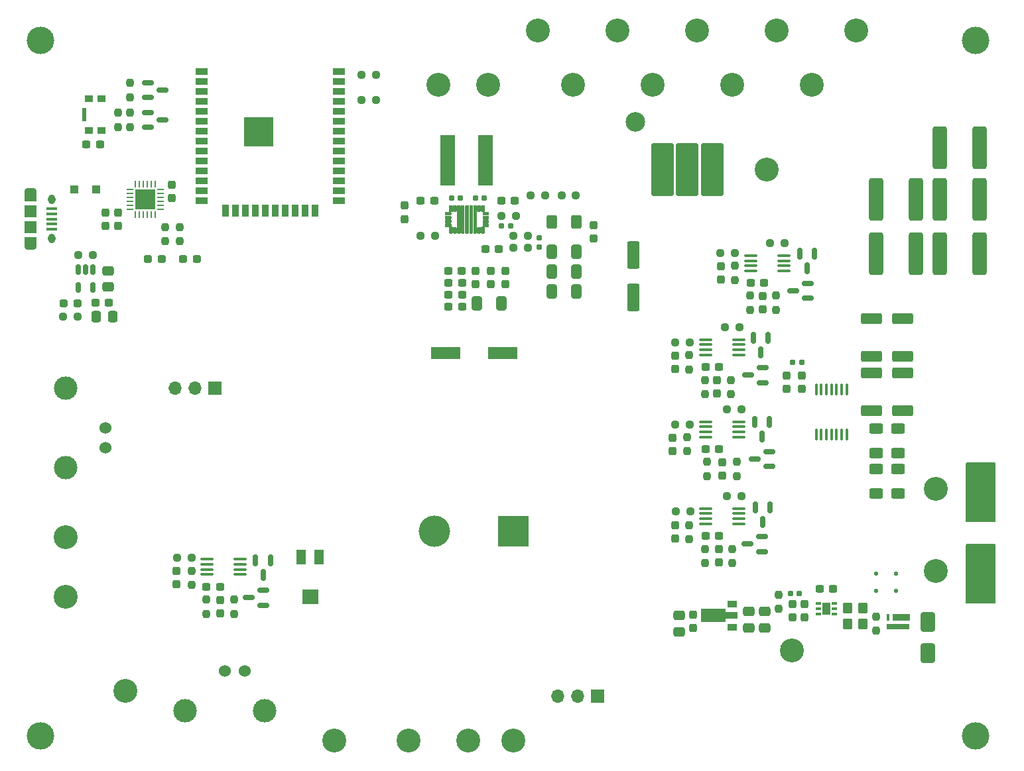
<source format=gbr>
%TF.GenerationSoftware,KiCad,Pcbnew,7.0.8*%
%TF.CreationDate,2024-01-29T15:42:30-05:00*%
%TF.ProjectId,cc_laser_supply_rev-B,63635f6c-6173-4657-925f-737570706c79,rev?*%
%TF.SameCoordinates,Original*%
%TF.FileFunction,Soldermask,Top*%
%TF.FilePolarity,Negative*%
%FSLAX46Y46*%
G04 Gerber Fmt 4.6, Leading zero omitted, Abs format (unit mm)*
G04 Created by KiCad (PCBNEW 7.0.8) date 2024-01-29 15:42:30*
%MOMM*%
%LPD*%
G01*
G04 APERTURE LIST*
G04 Aperture macros list*
%AMRoundRect*
0 Rectangle with rounded corners*
0 $1 Rounding radius*
0 $2 $3 $4 $5 $6 $7 $8 $9 X,Y pos of 4 corners*
0 Add a 4 corners polygon primitive as box body*
4,1,4,$2,$3,$4,$5,$6,$7,$8,$9,$2,$3,0*
0 Add four circle primitives for the rounded corners*
1,1,$1+$1,$2,$3*
1,1,$1+$1,$4,$5*
1,1,$1+$1,$6,$7*
1,1,$1+$1,$8,$9*
0 Add four rect primitives between the rounded corners*
20,1,$1+$1,$2,$3,$4,$5,0*
20,1,$1+$1,$4,$5,$6,$7,0*
20,1,$1+$1,$6,$7,$8,$9,0*
20,1,$1+$1,$8,$9,$2,$3,0*%
%AMFreePoly0*
4,1,9,3.862500,-0.866500,0.737500,-0.866500,0.737500,-0.450000,-0.737500,-0.450000,-0.737500,0.450000,0.737500,0.450000,0.737500,0.866500,3.862500,0.866500,3.862500,-0.866500,3.862500,-0.866500,$1*%
G04 Aperture macros list end*
%ADD10C,0.010000*%
%ADD11RoundRect,0.177800X-1.270000X-3.175000X1.270000X-3.175000X1.270000X3.175000X-1.270000X3.175000X0*%
%ADD12RoundRect,0.062500X-0.350000X-0.062500X0.350000X-0.062500X0.350000X0.062500X-0.350000X0.062500X0*%
%ADD13RoundRect,0.062500X-0.062500X-0.350000X0.062500X-0.350000X0.062500X0.350000X-0.062500X0.350000X0*%
%ADD14R,2.600000X2.600000*%
%ADD15RoundRect,0.100000X0.712500X0.100000X-0.712500X0.100000X-0.712500X-0.100000X0.712500X-0.100000X0*%
%ADD16R,0.310000X0.850000*%
%ADD17R,2.950000X0.654000*%
%ADD18R,2.200000X0.850000*%
%ADD19RoundRect,0.100000X-0.100000X0.637500X-0.100000X-0.637500X0.100000X-0.637500X0.100000X0.637500X0*%
%ADD20C,3.048000*%
%ADD21RoundRect,0.237500X0.237500X-0.300000X0.237500X0.300000X-0.237500X0.300000X-0.237500X-0.300000X0*%
%ADD22R,3.810000X1.498600*%
%ADD23RoundRect,0.237500X-0.237500X0.250000X-0.237500X-0.250000X0.237500X-0.250000X0.237500X0.250000X0*%
%ADD24RoundRect,0.150000X0.587500X0.150000X-0.587500X0.150000X-0.587500X-0.150000X0.587500X-0.150000X0*%
%ADD25RoundRect,0.237500X-0.300000X-0.237500X0.300000X-0.237500X0.300000X0.237500X-0.300000X0.237500X0*%
%ADD26RoundRect,0.237500X-0.237500X0.300000X-0.237500X-0.300000X0.237500X-0.300000X0.237500X0.300000X0*%
%ADD27RoundRect,0.249999X-1.075001X0.450001X-1.075001X-0.450001X1.075001X-0.450001X1.075001X0.450001X0*%
%ADD28RoundRect,0.237500X0.300000X0.237500X-0.300000X0.237500X-0.300000X-0.237500X0.300000X-0.237500X0*%
%ADD29RoundRect,0.250000X-0.650000X1.000000X-0.650000X-1.000000X0.650000X-1.000000X0.650000X1.000000X0*%
%ADD30RoundRect,0.237500X-0.250000X-0.237500X0.250000X-0.237500X0.250000X0.237500X-0.250000X0.237500X0*%
%ADD31RoundRect,0.237500X0.250000X0.237500X-0.250000X0.237500X-0.250000X-0.237500X0.250000X-0.237500X0*%
%ADD32RoundRect,0.237500X-0.287500X-0.237500X0.287500X-0.237500X0.287500X0.237500X-0.287500X0.237500X0*%
%ADD33RoundRect,0.250000X-0.625000X0.400000X-0.625000X-0.400000X0.625000X-0.400000X0.625000X0.400000X0*%
%ADD34RoundRect,0.125000X-0.125000X0.125000X-0.125000X-0.125000X0.125000X-0.125000X0.125000X0.125000X0*%
%ADD35RoundRect,0.237500X0.237500X-0.250000X0.237500X0.250000X-0.237500X0.250000X-0.237500X-0.250000X0*%
%ADD36RoundRect,0.250000X-0.475000X0.337500X-0.475000X-0.337500X0.475000X-0.337500X0.475000X0.337500X0*%
%ADD37R,0.690000X0.320000*%
%ADD38R,1.000000X1.600000*%
%ADD39R,4.000000X4.000000*%
%ADD40C,4.000000*%
%ADD41R,1.000000X0.900000*%
%ADD42R,0.550000X1.700000*%
%ADD43RoundRect,0.250000X-0.412500X-0.650000X0.412500X-0.650000X0.412500X0.650000X-0.412500X0.650000X0*%
%ADD44RoundRect,0.150000X-0.150000X0.512500X-0.150000X-0.512500X0.150000X-0.512500X0.150000X0.512500X0*%
%ADD45C,3.000000*%
%ADD46C,1.524000*%
%ADD47RoundRect,0.250000X-0.650000X-2.450000X0.650000X-2.450000X0.650000X2.450000X-0.650000X2.450000X0*%
%ADD48RoundRect,0.155000X-0.212500X-0.155000X0.212500X-0.155000X0.212500X0.155000X-0.212500X0.155000X0*%
%ADD49RoundRect,0.150000X-0.150000X0.587500X-0.150000X-0.587500X0.150000X-0.587500X0.150000X0.587500X0*%
%ADD50C,3.500000*%
%ADD51R,1.300000X1.900000*%
%ADD52R,2.000000X1.900000*%
%ADD53RoundRect,0.250000X0.300000X0.300000X-0.300000X0.300000X-0.300000X-0.300000X0.300000X-0.300000X0*%
%ADD54RoundRect,0.250000X0.650000X2.450000X-0.650000X2.450000X-0.650000X-2.450000X0.650000X-2.450000X0*%
%ADD55RoundRect,0.250000X-0.350000X-0.450000X0.350000X-0.450000X0.350000X0.450000X-0.350000X0.450000X0*%
%ADD56R,1.920000X6.500000*%
%ADD57C,2.500000*%
%ADD58RoundRect,0.150000X-0.587500X-0.150000X0.587500X-0.150000X0.587500X0.150000X-0.587500X0.150000X0*%
%ADD59RoundRect,0.155000X0.212500X0.155000X-0.212500X0.155000X-0.212500X-0.155000X0.212500X-0.155000X0*%
%ADD60R,1.300000X0.900000*%
%ADD61FreePoly0,180.000000*%
%ADD62R,1.350000X0.400000*%
%ADD63O,1.550000X0.890000*%
%ADD64R,1.550000X1.200000*%
%ADD65O,0.950000X1.250000*%
%ADD66R,1.550000X1.500000*%
%ADD67R,1.700000X1.700000*%
%ADD68O,1.700000X1.700000*%
%ADD69RoundRect,0.250000X-0.337500X-0.475000X0.337500X-0.475000X0.337500X0.475000X-0.337500X0.475000X0*%
%ADD70RoundRect,0.237500X0.287500X0.237500X-0.287500X0.237500X-0.287500X-0.237500X0.287500X-0.237500X0*%
%ADD71RoundRect,0.250000X-0.550000X1.500000X-0.550000X-1.500000X0.550000X-1.500000X0.550000X1.500000X0*%
%ADD72R,1.500000X0.900000*%
%ADD73R,0.900000X1.500000*%
%ADD74R,3.800000X3.800000*%
%ADD75C,0.600000*%
%ADD76RoundRect,0.250000X-0.400000X-0.625000X0.400000X-0.625000X0.400000X0.625000X-0.400000X0.625000X0*%
%ADD77RoundRect,0.155000X-0.155000X0.212500X-0.155000X-0.212500X0.155000X-0.212500X0.155000X0.212500X0*%
G04 APERTURE END LIST*
%TO.C,U12*%
D10*
X132253000Y-77026000D02*
X132259000Y-77026000D01*
X132265000Y-77028000D01*
X132271000Y-77029000D01*
X132277000Y-77031000D01*
X132283000Y-77033000D01*
X132289000Y-77035000D01*
X132294000Y-77038000D01*
X132300000Y-77041000D01*
X132305000Y-77044000D01*
X132311000Y-77048000D01*
X132316000Y-77052000D01*
X132320000Y-77056000D01*
X132325000Y-77060000D01*
X132329000Y-77065000D01*
X132333000Y-77069000D01*
X132337000Y-77074000D01*
X132341000Y-77080000D01*
X132344000Y-77085000D01*
X132347000Y-77091000D01*
X132350000Y-77096000D01*
X132352000Y-77102000D01*
X132354000Y-77108000D01*
X132356000Y-77114000D01*
X132357000Y-77120000D01*
X132359000Y-77126000D01*
X132359000Y-77132000D01*
X132360000Y-77139000D01*
X132360000Y-77145000D01*
X132360000Y-77295000D01*
X132360000Y-77301000D01*
X132359000Y-77308000D01*
X132359000Y-77314000D01*
X132357000Y-77320000D01*
X132356000Y-77326000D01*
X132354000Y-77332000D01*
X132352000Y-77338000D01*
X132350000Y-77344000D01*
X132347000Y-77349000D01*
X132344000Y-77355000D01*
X132341000Y-77360000D01*
X132337000Y-77366000D01*
X132333000Y-77371000D01*
X132329000Y-77375000D01*
X132325000Y-77380000D01*
X132320000Y-77384000D01*
X132316000Y-77388000D01*
X132311000Y-77392000D01*
X132305000Y-77396000D01*
X132300000Y-77399000D01*
X132294000Y-77402000D01*
X132289000Y-77405000D01*
X132283000Y-77407000D01*
X132277000Y-77409000D01*
X132271000Y-77411000D01*
X132265000Y-77412000D01*
X132259000Y-77414000D01*
X132253000Y-77414000D01*
X132246000Y-77415000D01*
X132240000Y-77415000D01*
X131740000Y-77415000D01*
X131734000Y-77415000D01*
X131727000Y-77414000D01*
X131721000Y-77414000D01*
X131715000Y-77412000D01*
X131709000Y-77411000D01*
X131703000Y-77409000D01*
X131697000Y-77407000D01*
X131691000Y-77405000D01*
X131686000Y-77402000D01*
X131680000Y-77399000D01*
X131675000Y-77396000D01*
X131669000Y-77392000D01*
X131664000Y-77388000D01*
X131660000Y-77384000D01*
X131655000Y-77380000D01*
X131651000Y-77375000D01*
X131647000Y-77371000D01*
X131643000Y-77366000D01*
X131639000Y-77360000D01*
X131636000Y-77355000D01*
X131633000Y-77349000D01*
X131630000Y-77344000D01*
X131628000Y-77338000D01*
X131626000Y-77332000D01*
X131624000Y-77326000D01*
X131623000Y-77320000D01*
X131621000Y-77314000D01*
X131621000Y-77308000D01*
X131620000Y-77301000D01*
X131620000Y-77295000D01*
X131620000Y-77145000D01*
X131620000Y-77139000D01*
X131621000Y-77132000D01*
X131621000Y-77126000D01*
X131623000Y-77120000D01*
X131624000Y-77114000D01*
X131626000Y-77108000D01*
X131628000Y-77102000D01*
X131630000Y-77096000D01*
X131633000Y-77091000D01*
X131636000Y-77085000D01*
X131639000Y-77080000D01*
X131643000Y-77074000D01*
X131647000Y-77069000D01*
X131651000Y-77065000D01*
X131655000Y-77060000D01*
X131660000Y-77056000D01*
X131664000Y-77052000D01*
X131669000Y-77048000D01*
X131675000Y-77044000D01*
X131680000Y-77041000D01*
X131686000Y-77038000D01*
X131691000Y-77035000D01*
X131697000Y-77033000D01*
X131703000Y-77031000D01*
X131709000Y-77029000D01*
X131715000Y-77028000D01*
X131721000Y-77026000D01*
X131727000Y-77026000D01*
X131734000Y-77025000D01*
X131740000Y-77025000D01*
X132240000Y-77025000D01*
X132246000Y-77025000D01*
X132253000Y-77026000D01*
G36*
X132253000Y-77026000D02*
G01*
X132259000Y-77026000D01*
X132265000Y-77028000D01*
X132271000Y-77029000D01*
X132277000Y-77031000D01*
X132283000Y-77033000D01*
X132289000Y-77035000D01*
X132294000Y-77038000D01*
X132300000Y-77041000D01*
X132305000Y-77044000D01*
X132311000Y-77048000D01*
X132316000Y-77052000D01*
X132320000Y-77056000D01*
X132325000Y-77060000D01*
X132329000Y-77065000D01*
X132333000Y-77069000D01*
X132337000Y-77074000D01*
X132341000Y-77080000D01*
X132344000Y-77085000D01*
X132347000Y-77091000D01*
X132350000Y-77096000D01*
X132352000Y-77102000D01*
X132354000Y-77108000D01*
X132356000Y-77114000D01*
X132357000Y-77120000D01*
X132359000Y-77126000D01*
X132359000Y-77132000D01*
X132360000Y-77139000D01*
X132360000Y-77145000D01*
X132360000Y-77295000D01*
X132360000Y-77301000D01*
X132359000Y-77308000D01*
X132359000Y-77314000D01*
X132357000Y-77320000D01*
X132356000Y-77326000D01*
X132354000Y-77332000D01*
X132352000Y-77338000D01*
X132350000Y-77344000D01*
X132347000Y-77349000D01*
X132344000Y-77355000D01*
X132341000Y-77360000D01*
X132337000Y-77366000D01*
X132333000Y-77371000D01*
X132329000Y-77375000D01*
X132325000Y-77380000D01*
X132320000Y-77384000D01*
X132316000Y-77388000D01*
X132311000Y-77392000D01*
X132305000Y-77396000D01*
X132300000Y-77399000D01*
X132294000Y-77402000D01*
X132289000Y-77405000D01*
X132283000Y-77407000D01*
X132277000Y-77409000D01*
X132271000Y-77411000D01*
X132265000Y-77412000D01*
X132259000Y-77414000D01*
X132253000Y-77414000D01*
X132246000Y-77415000D01*
X132240000Y-77415000D01*
X131740000Y-77415000D01*
X131734000Y-77415000D01*
X131727000Y-77414000D01*
X131721000Y-77414000D01*
X131715000Y-77412000D01*
X131709000Y-77411000D01*
X131703000Y-77409000D01*
X131697000Y-77407000D01*
X131691000Y-77405000D01*
X131686000Y-77402000D01*
X131680000Y-77399000D01*
X131675000Y-77396000D01*
X131669000Y-77392000D01*
X131664000Y-77388000D01*
X131660000Y-77384000D01*
X131655000Y-77380000D01*
X131651000Y-77375000D01*
X131647000Y-77371000D01*
X131643000Y-77366000D01*
X131639000Y-77360000D01*
X131636000Y-77355000D01*
X131633000Y-77349000D01*
X131630000Y-77344000D01*
X131628000Y-77338000D01*
X131626000Y-77332000D01*
X131624000Y-77326000D01*
X131623000Y-77320000D01*
X131621000Y-77314000D01*
X131621000Y-77308000D01*
X131620000Y-77301000D01*
X131620000Y-77295000D01*
X131620000Y-77145000D01*
X131620000Y-77139000D01*
X131621000Y-77132000D01*
X131621000Y-77126000D01*
X131623000Y-77120000D01*
X131624000Y-77114000D01*
X131626000Y-77108000D01*
X131628000Y-77102000D01*
X131630000Y-77096000D01*
X131633000Y-77091000D01*
X131636000Y-77085000D01*
X131639000Y-77080000D01*
X131643000Y-77074000D01*
X131647000Y-77069000D01*
X131651000Y-77065000D01*
X131655000Y-77060000D01*
X131660000Y-77056000D01*
X131664000Y-77052000D01*
X131669000Y-77048000D01*
X131675000Y-77044000D01*
X131680000Y-77041000D01*
X131686000Y-77038000D01*
X131691000Y-77035000D01*
X131697000Y-77033000D01*
X131703000Y-77031000D01*
X131709000Y-77029000D01*
X131715000Y-77028000D01*
X131721000Y-77026000D01*
X131727000Y-77026000D01*
X131734000Y-77025000D01*
X131740000Y-77025000D01*
X132240000Y-77025000D01*
X132246000Y-77025000D01*
X132253000Y-77026000D01*
G37*
X132253000Y-76526000D02*
X132259000Y-76526000D01*
X132265000Y-76528000D01*
X132271000Y-76529000D01*
X132277000Y-76531000D01*
X132283000Y-76533000D01*
X132289000Y-76535000D01*
X132294000Y-76538000D01*
X132300000Y-76541000D01*
X132305000Y-76544000D01*
X132311000Y-76548000D01*
X132316000Y-76552000D01*
X132320000Y-76556000D01*
X132325000Y-76560000D01*
X132329000Y-76565000D01*
X132333000Y-76569000D01*
X132337000Y-76574000D01*
X132341000Y-76580000D01*
X132344000Y-76585000D01*
X132347000Y-76591000D01*
X132350000Y-76596000D01*
X132352000Y-76602000D01*
X132354000Y-76608000D01*
X132356000Y-76614000D01*
X132357000Y-76620000D01*
X132359000Y-76626000D01*
X132359000Y-76632000D01*
X132360000Y-76639000D01*
X132360000Y-76645000D01*
X132360000Y-76795000D01*
X132360000Y-76801000D01*
X132359000Y-76808000D01*
X132359000Y-76814000D01*
X132357000Y-76820000D01*
X132356000Y-76826000D01*
X132354000Y-76832000D01*
X132352000Y-76838000D01*
X132350000Y-76844000D01*
X132347000Y-76849000D01*
X132344000Y-76855000D01*
X132341000Y-76860000D01*
X132337000Y-76866000D01*
X132333000Y-76871000D01*
X132329000Y-76875000D01*
X132325000Y-76880000D01*
X132320000Y-76884000D01*
X132316000Y-76888000D01*
X132311000Y-76892000D01*
X132305000Y-76896000D01*
X132300000Y-76899000D01*
X132294000Y-76902000D01*
X132289000Y-76905000D01*
X132283000Y-76907000D01*
X132277000Y-76909000D01*
X132271000Y-76911000D01*
X132265000Y-76912000D01*
X132259000Y-76914000D01*
X132253000Y-76914000D01*
X132246000Y-76915000D01*
X132240000Y-76915000D01*
X131740000Y-76915000D01*
X131734000Y-76915000D01*
X131727000Y-76914000D01*
X131721000Y-76914000D01*
X131715000Y-76912000D01*
X131709000Y-76911000D01*
X131703000Y-76909000D01*
X131697000Y-76907000D01*
X131691000Y-76905000D01*
X131686000Y-76902000D01*
X131680000Y-76899000D01*
X131675000Y-76896000D01*
X131669000Y-76892000D01*
X131664000Y-76888000D01*
X131660000Y-76884000D01*
X131655000Y-76880000D01*
X131651000Y-76875000D01*
X131647000Y-76871000D01*
X131643000Y-76866000D01*
X131639000Y-76860000D01*
X131636000Y-76855000D01*
X131633000Y-76849000D01*
X131630000Y-76844000D01*
X131628000Y-76838000D01*
X131626000Y-76832000D01*
X131624000Y-76826000D01*
X131623000Y-76820000D01*
X131621000Y-76814000D01*
X131621000Y-76808000D01*
X131620000Y-76801000D01*
X131620000Y-76795000D01*
X131620000Y-76645000D01*
X131620000Y-76639000D01*
X131621000Y-76632000D01*
X131621000Y-76626000D01*
X131623000Y-76620000D01*
X131624000Y-76614000D01*
X131626000Y-76608000D01*
X131628000Y-76602000D01*
X131630000Y-76596000D01*
X131633000Y-76591000D01*
X131636000Y-76585000D01*
X131639000Y-76580000D01*
X131643000Y-76574000D01*
X131647000Y-76569000D01*
X131651000Y-76565000D01*
X131655000Y-76560000D01*
X131660000Y-76556000D01*
X131664000Y-76552000D01*
X131669000Y-76548000D01*
X131675000Y-76544000D01*
X131680000Y-76541000D01*
X131686000Y-76538000D01*
X131691000Y-76535000D01*
X131697000Y-76533000D01*
X131703000Y-76531000D01*
X131709000Y-76529000D01*
X131715000Y-76528000D01*
X131721000Y-76526000D01*
X131727000Y-76526000D01*
X131734000Y-76525000D01*
X131740000Y-76525000D01*
X132240000Y-76525000D01*
X132246000Y-76525000D01*
X132253000Y-76526000D01*
G36*
X132253000Y-76526000D02*
G01*
X132259000Y-76526000D01*
X132265000Y-76528000D01*
X132271000Y-76529000D01*
X132277000Y-76531000D01*
X132283000Y-76533000D01*
X132289000Y-76535000D01*
X132294000Y-76538000D01*
X132300000Y-76541000D01*
X132305000Y-76544000D01*
X132311000Y-76548000D01*
X132316000Y-76552000D01*
X132320000Y-76556000D01*
X132325000Y-76560000D01*
X132329000Y-76565000D01*
X132333000Y-76569000D01*
X132337000Y-76574000D01*
X132341000Y-76580000D01*
X132344000Y-76585000D01*
X132347000Y-76591000D01*
X132350000Y-76596000D01*
X132352000Y-76602000D01*
X132354000Y-76608000D01*
X132356000Y-76614000D01*
X132357000Y-76620000D01*
X132359000Y-76626000D01*
X132359000Y-76632000D01*
X132360000Y-76639000D01*
X132360000Y-76645000D01*
X132360000Y-76795000D01*
X132360000Y-76801000D01*
X132359000Y-76808000D01*
X132359000Y-76814000D01*
X132357000Y-76820000D01*
X132356000Y-76826000D01*
X132354000Y-76832000D01*
X132352000Y-76838000D01*
X132350000Y-76844000D01*
X132347000Y-76849000D01*
X132344000Y-76855000D01*
X132341000Y-76860000D01*
X132337000Y-76866000D01*
X132333000Y-76871000D01*
X132329000Y-76875000D01*
X132325000Y-76880000D01*
X132320000Y-76884000D01*
X132316000Y-76888000D01*
X132311000Y-76892000D01*
X132305000Y-76896000D01*
X132300000Y-76899000D01*
X132294000Y-76902000D01*
X132289000Y-76905000D01*
X132283000Y-76907000D01*
X132277000Y-76909000D01*
X132271000Y-76911000D01*
X132265000Y-76912000D01*
X132259000Y-76914000D01*
X132253000Y-76914000D01*
X132246000Y-76915000D01*
X132240000Y-76915000D01*
X131740000Y-76915000D01*
X131734000Y-76915000D01*
X131727000Y-76914000D01*
X131721000Y-76914000D01*
X131715000Y-76912000D01*
X131709000Y-76911000D01*
X131703000Y-76909000D01*
X131697000Y-76907000D01*
X131691000Y-76905000D01*
X131686000Y-76902000D01*
X131680000Y-76899000D01*
X131675000Y-76896000D01*
X131669000Y-76892000D01*
X131664000Y-76888000D01*
X131660000Y-76884000D01*
X131655000Y-76880000D01*
X131651000Y-76875000D01*
X131647000Y-76871000D01*
X131643000Y-76866000D01*
X131639000Y-76860000D01*
X131636000Y-76855000D01*
X131633000Y-76849000D01*
X131630000Y-76844000D01*
X131628000Y-76838000D01*
X131626000Y-76832000D01*
X131624000Y-76826000D01*
X131623000Y-76820000D01*
X131621000Y-76814000D01*
X131621000Y-76808000D01*
X131620000Y-76801000D01*
X131620000Y-76795000D01*
X131620000Y-76645000D01*
X131620000Y-76639000D01*
X131621000Y-76632000D01*
X131621000Y-76626000D01*
X131623000Y-76620000D01*
X131624000Y-76614000D01*
X131626000Y-76608000D01*
X131628000Y-76602000D01*
X131630000Y-76596000D01*
X131633000Y-76591000D01*
X131636000Y-76585000D01*
X131639000Y-76580000D01*
X131643000Y-76574000D01*
X131647000Y-76569000D01*
X131651000Y-76565000D01*
X131655000Y-76560000D01*
X131660000Y-76556000D01*
X131664000Y-76552000D01*
X131669000Y-76548000D01*
X131675000Y-76544000D01*
X131680000Y-76541000D01*
X131686000Y-76538000D01*
X131691000Y-76535000D01*
X131697000Y-76533000D01*
X131703000Y-76531000D01*
X131709000Y-76529000D01*
X131715000Y-76528000D01*
X131721000Y-76526000D01*
X131727000Y-76526000D01*
X131734000Y-76525000D01*
X131740000Y-76525000D01*
X132240000Y-76525000D01*
X132246000Y-76525000D01*
X132253000Y-76526000D01*
G37*
X132253000Y-78026000D02*
X132259000Y-78026000D01*
X132265000Y-78028000D01*
X132271000Y-78029000D01*
X132277000Y-78031000D01*
X132283000Y-78033000D01*
X132289000Y-78035000D01*
X132294000Y-78038000D01*
X132300000Y-78041000D01*
X132305000Y-78044000D01*
X132311000Y-78048000D01*
X132316000Y-78052000D01*
X132320000Y-78056000D01*
X132325000Y-78060000D01*
X132329000Y-78065000D01*
X132333000Y-78069000D01*
X132337000Y-78074000D01*
X132341000Y-78080000D01*
X132344000Y-78085000D01*
X132347000Y-78091000D01*
X132350000Y-78096000D01*
X132352000Y-78102000D01*
X132354000Y-78108000D01*
X132356000Y-78114000D01*
X132357000Y-78120000D01*
X132359000Y-78126000D01*
X132359000Y-78132000D01*
X132360000Y-78139000D01*
X132360000Y-78145000D01*
X132360000Y-78295000D01*
X132360000Y-78301000D01*
X132359000Y-78308000D01*
X132359000Y-78314000D01*
X132357000Y-78320000D01*
X132356000Y-78326000D01*
X132354000Y-78332000D01*
X132352000Y-78338000D01*
X132350000Y-78344000D01*
X132347000Y-78349000D01*
X132344000Y-78355000D01*
X132341000Y-78360000D01*
X132337000Y-78366000D01*
X132333000Y-78371000D01*
X132329000Y-78375000D01*
X132325000Y-78380000D01*
X132320000Y-78384000D01*
X132316000Y-78388000D01*
X132311000Y-78392000D01*
X132305000Y-78396000D01*
X132300000Y-78399000D01*
X132294000Y-78402000D01*
X132289000Y-78405000D01*
X132283000Y-78407000D01*
X132277000Y-78409000D01*
X132271000Y-78411000D01*
X132265000Y-78412000D01*
X132259000Y-78414000D01*
X132253000Y-78414000D01*
X132246000Y-78415000D01*
X132240000Y-78415000D01*
X131740000Y-78415000D01*
X131734000Y-78415000D01*
X131727000Y-78414000D01*
X131721000Y-78414000D01*
X131715000Y-78412000D01*
X131709000Y-78411000D01*
X131703000Y-78409000D01*
X131697000Y-78407000D01*
X131691000Y-78405000D01*
X131686000Y-78402000D01*
X131680000Y-78399000D01*
X131675000Y-78396000D01*
X131669000Y-78392000D01*
X131664000Y-78388000D01*
X131660000Y-78384000D01*
X131655000Y-78380000D01*
X131651000Y-78375000D01*
X131647000Y-78371000D01*
X131643000Y-78366000D01*
X131639000Y-78360000D01*
X131636000Y-78355000D01*
X131633000Y-78349000D01*
X131630000Y-78344000D01*
X131628000Y-78338000D01*
X131626000Y-78332000D01*
X131624000Y-78326000D01*
X131623000Y-78320000D01*
X131621000Y-78314000D01*
X131621000Y-78308000D01*
X131620000Y-78301000D01*
X131620000Y-78295000D01*
X131620000Y-78145000D01*
X131620000Y-78139000D01*
X131621000Y-78132000D01*
X131621000Y-78126000D01*
X131623000Y-78120000D01*
X131624000Y-78114000D01*
X131626000Y-78108000D01*
X131628000Y-78102000D01*
X131630000Y-78096000D01*
X131633000Y-78091000D01*
X131636000Y-78085000D01*
X131639000Y-78080000D01*
X131643000Y-78074000D01*
X131647000Y-78069000D01*
X131651000Y-78065000D01*
X131655000Y-78060000D01*
X131660000Y-78056000D01*
X131664000Y-78052000D01*
X131669000Y-78048000D01*
X131675000Y-78044000D01*
X131680000Y-78041000D01*
X131686000Y-78038000D01*
X131691000Y-78035000D01*
X131697000Y-78033000D01*
X131703000Y-78031000D01*
X131709000Y-78029000D01*
X131715000Y-78028000D01*
X131721000Y-78026000D01*
X131727000Y-78026000D01*
X131734000Y-78025000D01*
X131740000Y-78025000D01*
X132240000Y-78025000D01*
X132246000Y-78025000D01*
X132253000Y-78026000D01*
G36*
X132253000Y-78026000D02*
G01*
X132259000Y-78026000D01*
X132265000Y-78028000D01*
X132271000Y-78029000D01*
X132277000Y-78031000D01*
X132283000Y-78033000D01*
X132289000Y-78035000D01*
X132294000Y-78038000D01*
X132300000Y-78041000D01*
X132305000Y-78044000D01*
X132311000Y-78048000D01*
X132316000Y-78052000D01*
X132320000Y-78056000D01*
X132325000Y-78060000D01*
X132329000Y-78065000D01*
X132333000Y-78069000D01*
X132337000Y-78074000D01*
X132341000Y-78080000D01*
X132344000Y-78085000D01*
X132347000Y-78091000D01*
X132350000Y-78096000D01*
X132352000Y-78102000D01*
X132354000Y-78108000D01*
X132356000Y-78114000D01*
X132357000Y-78120000D01*
X132359000Y-78126000D01*
X132359000Y-78132000D01*
X132360000Y-78139000D01*
X132360000Y-78145000D01*
X132360000Y-78295000D01*
X132360000Y-78301000D01*
X132359000Y-78308000D01*
X132359000Y-78314000D01*
X132357000Y-78320000D01*
X132356000Y-78326000D01*
X132354000Y-78332000D01*
X132352000Y-78338000D01*
X132350000Y-78344000D01*
X132347000Y-78349000D01*
X132344000Y-78355000D01*
X132341000Y-78360000D01*
X132337000Y-78366000D01*
X132333000Y-78371000D01*
X132329000Y-78375000D01*
X132325000Y-78380000D01*
X132320000Y-78384000D01*
X132316000Y-78388000D01*
X132311000Y-78392000D01*
X132305000Y-78396000D01*
X132300000Y-78399000D01*
X132294000Y-78402000D01*
X132289000Y-78405000D01*
X132283000Y-78407000D01*
X132277000Y-78409000D01*
X132271000Y-78411000D01*
X132265000Y-78412000D01*
X132259000Y-78414000D01*
X132253000Y-78414000D01*
X132246000Y-78415000D01*
X132240000Y-78415000D01*
X131740000Y-78415000D01*
X131734000Y-78415000D01*
X131727000Y-78414000D01*
X131721000Y-78414000D01*
X131715000Y-78412000D01*
X131709000Y-78411000D01*
X131703000Y-78409000D01*
X131697000Y-78407000D01*
X131691000Y-78405000D01*
X131686000Y-78402000D01*
X131680000Y-78399000D01*
X131675000Y-78396000D01*
X131669000Y-78392000D01*
X131664000Y-78388000D01*
X131660000Y-78384000D01*
X131655000Y-78380000D01*
X131651000Y-78375000D01*
X131647000Y-78371000D01*
X131643000Y-78366000D01*
X131639000Y-78360000D01*
X131636000Y-78355000D01*
X131633000Y-78349000D01*
X131630000Y-78344000D01*
X131628000Y-78338000D01*
X131626000Y-78332000D01*
X131624000Y-78326000D01*
X131623000Y-78320000D01*
X131621000Y-78314000D01*
X131621000Y-78308000D01*
X131620000Y-78301000D01*
X131620000Y-78295000D01*
X131620000Y-78145000D01*
X131620000Y-78139000D01*
X131621000Y-78132000D01*
X131621000Y-78126000D01*
X131623000Y-78120000D01*
X131624000Y-78114000D01*
X131626000Y-78108000D01*
X131628000Y-78102000D01*
X131630000Y-78096000D01*
X131633000Y-78091000D01*
X131636000Y-78085000D01*
X131639000Y-78080000D01*
X131643000Y-78074000D01*
X131647000Y-78069000D01*
X131651000Y-78065000D01*
X131655000Y-78060000D01*
X131660000Y-78056000D01*
X131664000Y-78052000D01*
X131669000Y-78048000D01*
X131675000Y-78044000D01*
X131680000Y-78041000D01*
X131686000Y-78038000D01*
X131691000Y-78035000D01*
X131697000Y-78033000D01*
X131703000Y-78031000D01*
X131709000Y-78029000D01*
X131715000Y-78028000D01*
X131721000Y-78026000D01*
X131727000Y-78026000D01*
X131734000Y-78025000D01*
X131740000Y-78025000D01*
X132240000Y-78025000D01*
X132246000Y-78025000D01*
X132253000Y-78026000D01*
G37*
X132253000Y-77526000D02*
X132259000Y-77526000D01*
X132265000Y-77528000D01*
X132271000Y-77529000D01*
X132277000Y-77531000D01*
X132283000Y-77533000D01*
X132289000Y-77535000D01*
X132294000Y-77538000D01*
X132300000Y-77541000D01*
X132305000Y-77544000D01*
X132311000Y-77548000D01*
X132316000Y-77552000D01*
X132320000Y-77556000D01*
X132325000Y-77560000D01*
X132329000Y-77565000D01*
X132333000Y-77569000D01*
X132337000Y-77574000D01*
X132341000Y-77580000D01*
X132344000Y-77585000D01*
X132347000Y-77591000D01*
X132350000Y-77596000D01*
X132352000Y-77602000D01*
X132354000Y-77608000D01*
X132356000Y-77614000D01*
X132357000Y-77620000D01*
X132359000Y-77626000D01*
X132359000Y-77632000D01*
X132360000Y-77639000D01*
X132360000Y-77645000D01*
X132360000Y-77795000D01*
X132360000Y-77801000D01*
X132359000Y-77808000D01*
X132359000Y-77814000D01*
X132357000Y-77820000D01*
X132356000Y-77826000D01*
X132354000Y-77832000D01*
X132352000Y-77838000D01*
X132350000Y-77844000D01*
X132347000Y-77849000D01*
X132344000Y-77855000D01*
X132341000Y-77860000D01*
X132337000Y-77866000D01*
X132333000Y-77871000D01*
X132329000Y-77875000D01*
X132325000Y-77880000D01*
X132320000Y-77884000D01*
X132316000Y-77888000D01*
X132311000Y-77892000D01*
X132305000Y-77896000D01*
X132300000Y-77899000D01*
X132294000Y-77902000D01*
X132289000Y-77905000D01*
X132283000Y-77907000D01*
X132277000Y-77909000D01*
X132271000Y-77911000D01*
X132265000Y-77912000D01*
X132259000Y-77914000D01*
X132253000Y-77914000D01*
X132246000Y-77915000D01*
X132240000Y-77915000D01*
X131740000Y-77915000D01*
X131734000Y-77915000D01*
X131727000Y-77914000D01*
X131721000Y-77914000D01*
X131715000Y-77912000D01*
X131709000Y-77911000D01*
X131703000Y-77909000D01*
X131697000Y-77907000D01*
X131691000Y-77905000D01*
X131686000Y-77902000D01*
X131680000Y-77899000D01*
X131675000Y-77896000D01*
X131669000Y-77892000D01*
X131664000Y-77888000D01*
X131660000Y-77884000D01*
X131655000Y-77880000D01*
X131651000Y-77875000D01*
X131647000Y-77871000D01*
X131643000Y-77866000D01*
X131639000Y-77860000D01*
X131636000Y-77855000D01*
X131633000Y-77849000D01*
X131630000Y-77844000D01*
X131628000Y-77838000D01*
X131626000Y-77832000D01*
X131624000Y-77826000D01*
X131623000Y-77820000D01*
X131621000Y-77814000D01*
X131621000Y-77808000D01*
X131620000Y-77801000D01*
X131620000Y-77795000D01*
X131620000Y-77645000D01*
X131620000Y-77639000D01*
X131621000Y-77632000D01*
X131621000Y-77626000D01*
X131623000Y-77620000D01*
X131624000Y-77614000D01*
X131626000Y-77608000D01*
X131628000Y-77602000D01*
X131630000Y-77596000D01*
X131633000Y-77591000D01*
X131636000Y-77585000D01*
X131639000Y-77580000D01*
X131643000Y-77574000D01*
X131647000Y-77569000D01*
X131651000Y-77565000D01*
X131655000Y-77560000D01*
X131660000Y-77556000D01*
X131664000Y-77552000D01*
X131669000Y-77548000D01*
X131675000Y-77544000D01*
X131680000Y-77541000D01*
X131686000Y-77538000D01*
X131691000Y-77535000D01*
X131697000Y-77533000D01*
X131703000Y-77531000D01*
X131709000Y-77529000D01*
X131715000Y-77528000D01*
X131721000Y-77526000D01*
X131727000Y-77526000D01*
X131734000Y-77525000D01*
X131740000Y-77525000D01*
X132240000Y-77525000D01*
X132246000Y-77525000D01*
X132253000Y-77526000D01*
G36*
X132253000Y-77526000D02*
G01*
X132259000Y-77526000D01*
X132265000Y-77528000D01*
X132271000Y-77529000D01*
X132277000Y-77531000D01*
X132283000Y-77533000D01*
X132289000Y-77535000D01*
X132294000Y-77538000D01*
X132300000Y-77541000D01*
X132305000Y-77544000D01*
X132311000Y-77548000D01*
X132316000Y-77552000D01*
X132320000Y-77556000D01*
X132325000Y-77560000D01*
X132329000Y-77565000D01*
X132333000Y-77569000D01*
X132337000Y-77574000D01*
X132341000Y-77580000D01*
X132344000Y-77585000D01*
X132347000Y-77591000D01*
X132350000Y-77596000D01*
X132352000Y-77602000D01*
X132354000Y-77608000D01*
X132356000Y-77614000D01*
X132357000Y-77620000D01*
X132359000Y-77626000D01*
X132359000Y-77632000D01*
X132360000Y-77639000D01*
X132360000Y-77645000D01*
X132360000Y-77795000D01*
X132360000Y-77801000D01*
X132359000Y-77808000D01*
X132359000Y-77814000D01*
X132357000Y-77820000D01*
X132356000Y-77826000D01*
X132354000Y-77832000D01*
X132352000Y-77838000D01*
X132350000Y-77844000D01*
X132347000Y-77849000D01*
X132344000Y-77855000D01*
X132341000Y-77860000D01*
X132337000Y-77866000D01*
X132333000Y-77871000D01*
X132329000Y-77875000D01*
X132325000Y-77880000D01*
X132320000Y-77884000D01*
X132316000Y-77888000D01*
X132311000Y-77892000D01*
X132305000Y-77896000D01*
X132300000Y-77899000D01*
X132294000Y-77902000D01*
X132289000Y-77905000D01*
X132283000Y-77907000D01*
X132277000Y-77909000D01*
X132271000Y-77911000D01*
X132265000Y-77912000D01*
X132259000Y-77914000D01*
X132253000Y-77914000D01*
X132246000Y-77915000D01*
X132240000Y-77915000D01*
X131740000Y-77915000D01*
X131734000Y-77915000D01*
X131727000Y-77914000D01*
X131721000Y-77914000D01*
X131715000Y-77912000D01*
X131709000Y-77911000D01*
X131703000Y-77909000D01*
X131697000Y-77907000D01*
X131691000Y-77905000D01*
X131686000Y-77902000D01*
X131680000Y-77899000D01*
X131675000Y-77896000D01*
X131669000Y-77892000D01*
X131664000Y-77888000D01*
X131660000Y-77884000D01*
X131655000Y-77880000D01*
X131651000Y-77875000D01*
X131647000Y-77871000D01*
X131643000Y-77866000D01*
X131639000Y-77860000D01*
X131636000Y-77855000D01*
X131633000Y-77849000D01*
X131630000Y-77844000D01*
X131628000Y-77838000D01*
X131626000Y-77832000D01*
X131624000Y-77826000D01*
X131623000Y-77820000D01*
X131621000Y-77814000D01*
X131621000Y-77808000D01*
X131620000Y-77801000D01*
X131620000Y-77795000D01*
X131620000Y-77645000D01*
X131620000Y-77639000D01*
X131621000Y-77632000D01*
X131621000Y-77626000D01*
X131623000Y-77620000D01*
X131624000Y-77614000D01*
X131626000Y-77608000D01*
X131628000Y-77602000D01*
X131630000Y-77596000D01*
X131633000Y-77591000D01*
X131636000Y-77585000D01*
X131639000Y-77580000D01*
X131643000Y-77574000D01*
X131647000Y-77569000D01*
X131651000Y-77565000D01*
X131655000Y-77560000D01*
X131660000Y-77556000D01*
X131664000Y-77552000D01*
X131669000Y-77548000D01*
X131675000Y-77544000D01*
X131680000Y-77541000D01*
X131686000Y-77538000D01*
X131691000Y-77535000D01*
X131697000Y-77533000D01*
X131703000Y-77531000D01*
X131709000Y-77529000D01*
X131715000Y-77528000D01*
X131721000Y-77526000D01*
X131727000Y-77526000D01*
X131734000Y-77525000D01*
X131740000Y-77525000D01*
X132240000Y-77525000D01*
X132246000Y-77525000D01*
X132253000Y-77526000D01*
G37*
X132438000Y-75701000D02*
X132444000Y-75701000D01*
X132450000Y-75703000D01*
X132456000Y-75704000D01*
X132462000Y-75706000D01*
X132468000Y-75708000D01*
X132474000Y-75710000D01*
X132479000Y-75713000D01*
X132485000Y-75716000D01*
X132490000Y-75719000D01*
X132496000Y-75723000D01*
X132501000Y-75727000D01*
X132505000Y-75731000D01*
X132510000Y-75735000D01*
X132514000Y-75740000D01*
X132518000Y-75744000D01*
X132522000Y-75749000D01*
X132526000Y-75755000D01*
X132529000Y-75760000D01*
X132532000Y-75766000D01*
X132535000Y-75771000D01*
X132537000Y-75777000D01*
X132539000Y-75783000D01*
X132541000Y-75789000D01*
X132542000Y-75795000D01*
X132544000Y-75801000D01*
X132544000Y-75807000D01*
X132545000Y-75814000D01*
X132545000Y-75820000D01*
X132545000Y-76370000D01*
X132545000Y-76376000D01*
X132544000Y-76383000D01*
X132544000Y-76389000D01*
X132542000Y-76395000D01*
X132541000Y-76401000D01*
X132539000Y-76407000D01*
X132537000Y-76413000D01*
X132535000Y-76419000D01*
X132532000Y-76424000D01*
X132529000Y-76430000D01*
X132526000Y-76435000D01*
X132522000Y-76441000D01*
X132518000Y-76446000D01*
X132514000Y-76450000D01*
X132510000Y-76455000D01*
X132505000Y-76459000D01*
X132501000Y-76463000D01*
X132496000Y-76467000D01*
X132490000Y-76471000D01*
X132485000Y-76474000D01*
X132479000Y-76477000D01*
X132474000Y-76480000D01*
X132468000Y-76482000D01*
X132462000Y-76484000D01*
X132456000Y-76486000D01*
X132450000Y-76487000D01*
X132444000Y-76489000D01*
X132438000Y-76489000D01*
X132431000Y-76490000D01*
X132425000Y-76490000D01*
X132275000Y-76490000D01*
X132269000Y-76490000D01*
X132262000Y-76489000D01*
X132256000Y-76489000D01*
X132250000Y-76487000D01*
X132244000Y-76486000D01*
X132238000Y-76484000D01*
X132232000Y-76482000D01*
X132226000Y-76480000D01*
X132221000Y-76477000D01*
X132215000Y-76474000D01*
X132210000Y-76471000D01*
X132204000Y-76467000D01*
X132199000Y-76463000D01*
X132195000Y-76459000D01*
X132190000Y-76455000D01*
X132186000Y-76450000D01*
X132182000Y-76446000D01*
X132178000Y-76441000D01*
X132174000Y-76435000D01*
X132171000Y-76430000D01*
X132168000Y-76424000D01*
X132165000Y-76419000D01*
X132163000Y-76413000D01*
X132161000Y-76407000D01*
X132159000Y-76401000D01*
X132158000Y-76395000D01*
X132156000Y-76389000D01*
X132156000Y-76383000D01*
X132155000Y-76376000D01*
X132155000Y-76370000D01*
X132155000Y-75820000D01*
X132155000Y-75814000D01*
X132156000Y-75807000D01*
X132156000Y-75801000D01*
X132158000Y-75795000D01*
X132159000Y-75789000D01*
X132161000Y-75783000D01*
X132163000Y-75777000D01*
X132165000Y-75771000D01*
X132168000Y-75766000D01*
X132171000Y-75760000D01*
X132174000Y-75755000D01*
X132178000Y-75749000D01*
X132182000Y-75744000D01*
X132186000Y-75740000D01*
X132190000Y-75735000D01*
X132195000Y-75731000D01*
X132199000Y-75727000D01*
X132204000Y-75723000D01*
X132210000Y-75719000D01*
X132215000Y-75716000D01*
X132221000Y-75713000D01*
X132226000Y-75710000D01*
X132232000Y-75708000D01*
X132238000Y-75706000D01*
X132244000Y-75704000D01*
X132250000Y-75703000D01*
X132256000Y-75701000D01*
X132262000Y-75701000D01*
X132269000Y-75700000D01*
X132275000Y-75700000D01*
X132425000Y-75700000D01*
X132431000Y-75700000D01*
X132438000Y-75701000D01*
G36*
X132438000Y-75701000D02*
G01*
X132444000Y-75701000D01*
X132450000Y-75703000D01*
X132456000Y-75704000D01*
X132462000Y-75706000D01*
X132468000Y-75708000D01*
X132474000Y-75710000D01*
X132479000Y-75713000D01*
X132485000Y-75716000D01*
X132490000Y-75719000D01*
X132496000Y-75723000D01*
X132501000Y-75727000D01*
X132505000Y-75731000D01*
X132510000Y-75735000D01*
X132514000Y-75740000D01*
X132518000Y-75744000D01*
X132522000Y-75749000D01*
X132526000Y-75755000D01*
X132529000Y-75760000D01*
X132532000Y-75766000D01*
X132535000Y-75771000D01*
X132537000Y-75777000D01*
X132539000Y-75783000D01*
X132541000Y-75789000D01*
X132542000Y-75795000D01*
X132544000Y-75801000D01*
X132544000Y-75807000D01*
X132545000Y-75814000D01*
X132545000Y-75820000D01*
X132545000Y-76370000D01*
X132545000Y-76376000D01*
X132544000Y-76383000D01*
X132544000Y-76389000D01*
X132542000Y-76395000D01*
X132541000Y-76401000D01*
X132539000Y-76407000D01*
X132537000Y-76413000D01*
X132535000Y-76419000D01*
X132532000Y-76424000D01*
X132529000Y-76430000D01*
X132526000Y-76435000D01*
X132522000Y-76441000D01*
X132518000Y-76446000D01*
X132514000Y-76450000D01*
X132510000Y-76455000D01*
X132505000Y-76459000D01*
X132501000Y-76463000D01*
X132496000Y-76467000D01*
X132490000Y-76471000D01*
X132485000Y-76474000D01*
X132479000Y-76477000D01*
X132474000Y-76480000D01*
X132468000Y-76482000D01*
X132462000Y-76484000D01*
X132456000Y-76486000D01*
X132450000Y-76487000D01*
X132444000Y-76489000D01*
X132438000Y-76489000D01*
X132431000Y-76490000D01*
X132425000Y-76490000D01*
X132275000Y-76490000D01*
X132269000Y-76490000D01*
X132262000Y-76489000D01*
X132256000Y-76489000D01*
X132250000Y-76487000D01*
X132244000Y-76486000D01*
X132238000Y-76484000D01*
X132232000Y-76482000D01*
X132226000Y-76480000D01*
X132221000Y-76477000D01*
X132215000Y-76474000D01*
X132210000Y-76471000D01*
X132204000Y-76467000D01*
X132199000Y-76463000D01*
X132195000Y-76459000D01*
X132190000Y-76455000D01*
X132186000Y-76450000D01*
X132182000Y-76446000D01*
X132178000Y-76441000D01*
X132174000Y-76435000D01*
X132171000Y-76430000D01*
X132168000Y-76424000D01*
X132165000Y-76419000D01*
X132163000Y-76413000D01*
X132161000Y-76407000D01*
X132159000Y-76401000D01*
X132158000Y-76395000D01*
X132156000Y-76389000D01*
X132156000Y-76383000D01*
X132155000Y-76376000D01*
X132155000Y-76370000D01*
X132155000Y-75820000D01*
X132155000Y-75814000D01*
X132156000Y-75807000D01*
X132156000Y-75801000D01*
X132158000Y-75795000D01*
X132159000Y-75789000D01*
X132161000Y-75783000D01*
X132163000Y-75777000D01*
X132165000Y-75771000D01*
X132168000Y-75766000D01*
X132171000Y-75760000D01*
X132174000Y-75755000D01*
X132178000Y-75749000D01*
X132182000Y-75744000D01*
X132186000Y-75740000D01*
X132190000Y-75735000D01*
X132195000Y-75731000D01*
X132199000Y-75727000D01*
X132204000Y-75723000D01*
X132210000Y-75719000D01*
X132215000Y-75716000D01*
X132221000Y-75713000D01*
X132226000Y-75710000D01*
X132232000Y-75708000D01*
X132238000Y-75706000D01*
X132244000Y-75704000D01*
X132250000Y-75703000D01*
X132256000Y-75701000D01*
X132262000Y-75701000D01*
X132269000Y-75700000D01*
X132275000Y-75700000D01*
X132425000Y-75700000D01*
X132431000Y-75700000D01*
X132438000Y-75701000D01*
G37*
X132438000Y-78451000D02*
X132444000Y-78451000D01*
X132450000Y-78453000D01*
X132456000Y-78454000D01*
X132462000Y-78456000D01*
X132468000Y-78458000D01*
X132474000Y-78460000D01*
X132479000Y-78463000D01*
X132485000Y-78466000D01*
X132490000Y-78469000D01*
X132496000Y-78473000D01*
X132501000Y-78477000D01*
X132505000Y-78481000D01*
X132510000Y-78485000D01*
X132514000Y-78490000D01*
X132518000Y-78494000D01*
X132522000Y-78499000D01*
X132526000Y-78505000D01*
X132529000Y-78510000D01*
X132532000Y-78516000D01*
X132535000Y-78521000D01*
X132537000Y-78527000D01*
X132539000Y-78533000D01*
X132541000Y-78539000D01*
X132542000Y-78545000D01*
X132544000Y-78551000D01*
X132544000Y-78557000D01*
X132545000Y-78564000D01*
X132545000Y-78570000D01*
X132545000Y-79120000D01*
X132545000Y-79126000D01*
X132544000Y-79133000D01*
X132544000Y-79139000D01*
X132542000Y-79145000D01*
X132541000Y-79151000D01*
X132539000Y-79157000D01*
X132537000Y-79163000D01*
X132535000Y-79169000D01*
X132532000Y-79174000D01*
X132529000Y-79180000D01*
X132526000Y-79185000D01*
X132522000Y-79191000D01*
X132518000Y-79196000D01*
X132514000Y-79200000D01*
X132510000Y-79205000D01*
X132505000Y-79209000D01*
X132501000Y-79213000D01*
X132496000Y-79217000D01*
X132490000Y-79221000D01*
X132485000Y-79224000D01*
X132479000Y-79227000D01*
X132474000Y-79230000D01*
X132468000Y-79232000D01*
X132462000Y-79234000D01*
X132456000Y-79236000D01*
X132450000Y-79237000D01*
X132444000Y-79239000D01*
X132438000Y-79239000D01*
X132431000Y-79240000D01*
X132425000Y-79240000D01*
X132275000Y-79240000D01*
X132269000Y-79240000D01*
X132262000Y-79239000D01*
X132256000Y-79239000D01*
X132250000Y-79237000D01*
X132244000Y-79236000D01*
X132238000Y-79234000D01*
X132232000Y-79232000D01*
X132226000Y-79230000D01*
X132221000Y-79227000D01*
X132215000Y-79224000D01*
X132210000Y-79221000D01*
X132204000Y-79217000D01*
X132199000Y-79213000D01*
X132195000Y-79209000D01*
X132190000Y-79205000D01*
X132186000Y-79200000D01*
X132182000Y-79196000D01*
X132178000Y-79191000D01*
X132174000Y-79185000D01*
X132171000Y-79180000D01*
X132168000Y-79174000D01*
X132165000Y-79169000D01*
X132163000Y-79163000D01*
X132161000Y-79157000D01*
X132159000Y-79151000D01*
X132158000Y-79145000D01*
X132156000Y-79139000D01*
X132156000Y-79133000D01*
X132155000Y-79126000D01*
X132155000Y-79120000D01*
X132155000Y-78570000D01*
X132155000Y-78564000D01*
X132156000Y-78557000D01*
X132156000Y-78551000D01*
X132158000Y-78545000D01*
X132159000Y-78539000D01*
X132161000Y-78533000D01*
X132163000Y-78527000D01*
X132165000Y-78521000D01*
X132168000Y-78516000D01*
X132171000Y-78510000D01*
X132174000Y-78505000D01*
X132178000Y-78499000D01*
X132182000Y-78494000D01*
X132186000Y-78490000D01*
X132190000Y-78485000D01*
X132195000Y-78481000D01*
X132199000Y-78477000D01*
X132204000Y-78473000D01*
X132210000Y-78469000D01*
X132215000Y-78466000D01*
X132221000Y-78463000D01*
X132226000Y-78460000D01*
X132232000Y-78458000D01*
X132238000Y-78456000D01*
X132244000Y-78454000D01*
X132250000Y-78453000D01*
X132256000Y-78451000D01*
X132262000Y-78451000D01*
X132269000Y-78450000D01*
X132275000Y-78450000D01*
X132425000Y-78450000D01*
X132431000Y-78450000D01*
X132438000Y-78451000D01*
G36*
X132438000Y-78451000D02*
G01*
X132444000Y-78451000D01*
X132450000Y-78453000D01*
X132456000Y-78454000D01*
X132462000Y-78456000D01*
X132468000Y-78458000D01*
X132474000Y-78460000D01*
X132479000Y-78463000D01*
X132485000Y-78466000D01*
X132490000Y-78469000D01*
X132496000Y-78473000D01*
X132501000Y-78477000D01*
X132505000Y-78481000D01*
X132510000Y-78485000D01*
X132514000Y-78490000D01*
X132518000Y-78494000D01*
X132522000Y-78499000D01*
X132526000Y-78505000D01*
X132529000Y-78510000D01*
X132532000Y-78516000D01*
X132535000Y-78521000D01*
X132537000Y-78527000D01*
X132539000Y-78533000D01*
X132541000Y-78539000D01*
X132542000Y-78545000D01*
X132544000Y-78551000D01*
X132544000Y-78557000D01*
X132545000Y-78564000D01*
X132545000Y-78570000D01*
X132545000Y-79120000D01*
X132545000Y-79126000D01*
X132544000Y-79133000D01*
X132544000Y-79139000D01*
X132542000Y-79145000D01*
X132541000Y-79151000D01*
X132539000Y-79157000D01*
X132537000Y-79163000D01*
X132535000Y-79169000D01*
X132532000Y-79174000D01*
X132529000Y-79180000D01*
X132526000Y-79185000D01*
X132522000Y-79191000D01*
X132518000Y-79196000D01*
X132514000Y-79200000D01*
X132510000Y-79205000D01*
X132505000Y-79209000D01*
X132501000Y-79213000D01*
X132496000Y-79217000D01*
X132490000Y-79221000D01*
X132485000Y-79224000D01*
X132479000Y-79227000D01*
X132474000Y-79230000D01*
X132468000Y-79232000D01*
X132462000Y-79234000D01*
X132456000Y-79236000D01*
X132450000Y-79237000D01*
X132444000Y-79239000D01*
X132438000Y-79239000D01*
X132431000Y-79240000D01*
X132425000Y-79240000D01*
X132275000Y-79240000D01*
X132269000Y-79240000D01*
X132262000Y-79239000D01*
X132256000Y-79239000D01*
X132250000Y-79237000D01*
X132244000Y-79236000D01*
X132238000Y-79234000D01*
X132232000Y-79232000D01*
X132226000Y-79230000D01*
X132221000Y-79227000D01*
X132215000Y-79224000D01*
X132210000Y-79221000D01*
X132204000Y-79217000D01*
X132199000Y-79213000D01*
X132195000Y-79209000D01*
X132190000Y-79205000D01*
X132186000Y-79200000D01*
X132182000Y-79196000D01*
X132178000Y-79191000D01*
X132174000Y-79185000D01*
X132171000Y-79180000D01*
X132168000Y-79174000D01*
X132165000Y-79169000D01*
X132163000Y-79163000D01*
X132161000Y-79157000D01*
X132159000Y-79151000D01*
X132158000Y-79145000D01*
X132156000Y-79139000D01*
X132156000Y-79133000D01*
X132155000Y-79126000D01*
X132155000Y-79120000D01*
X132155000Y-78570000D01*
X132155000Y-78564000D01*
X132156000Y-78557000D01*
X132156000Y-78551000D01*
X132158000Y-78545000D01*
X132159000Y-78539000D01*
X132161000Y-78533000D01*
X132163000Y-78527000D01*
X132165000Y-78521000D01*
X132168000Y-78516000D01*
X132171000Y-78510000D01*
X132174000Y-78505000D01*
X132178000Y-78499000D01*
X132182000Y-78494000D01*
X132186000Y-78490000D01*
X132190000Y-78485000D01*
X132195000Y-78481000D01*
X132199000Y-78477000D01*
X132204000Y-78473000D01*
X132210000Y-78469000D01*
X132215000Y-78466000D01*
X132221000Y-78463000D01*
X132226000Y-78460000D01*
X132232000Y-78458000D01*
X132238000Y-78456000D01*
X132244000Y-78454000D01*
X132250000Y-78453000D01*
X132256000Y-78451000D01*
X132262000Y-78451000D01*
X132269000Y-78450000D01*
X132275000Y-78450000D01*
X132425000Y-78450000D01*
X132431000Y-78450000D01*
X132438000Y-78451000D01*
G37*
X132938000Y-75701000D02*
X132944000Y-75701000D01*
X132950000Y-75703000D01*
X132956000Y-75704000D01*
X132962000Y-75706000D01*
X132968000Y-75708000D01*
X132974000Y-75710000D01*
X132979000Y-75713000D01*
X132985000Y-75716000D01*
X132990000Y-75719000D01*
X132996000Y-75723000D01*
X133001000Y-75727000D01*
X133005000Y-75731000D01*
X133010000Y-75735000D01*
X133014000Y-75740000D01*
X133018000Y-75744000D01*
X133022000Y-75749000D01*
X133026000Y-75755000D01*
X133029000Y-75760000D01*
X133032000Y-75766000D01*
X133035000Y-75771000D01*
X133037000Y-75777000D01*
X133039000Y-75783000D01*
X133041000Y-75789000D01*
X133042000Y-75795000D01*
X133044000Y-75801000D01*
X133044000Y-75807000D01*
X133045000Y-75814000D01*
X133045000Y-75820000D01*
X133045000Y-76320000D01*
X133045000Y-76326000D01*
X133044000Y-76333000D01*
X133044000Y-76339000D01*
X133042000Y-76345000D01*
X133041000Y-76351000D01*
X133039000Y-76357000D01*
X133037000Y-76363000D01*
X133035000Y-76369000D01*
X133032000Y-76374000D01*
X133029000Y-76380000D01*
X133026000Y-76385000D01*
X133022000Y-76391000D01*
X133018000Y-76396000D01*
X133014000Y-76400000D01*
X133010000Y-76405000D01*
X133005000Y-76409000D01*
X133001000Y-76413000D01*
X132996000Y-76417000D01*
X132990000Y-76421000D01*
X132985000Y-76424000D01*
X132979000Y-76427000D01*
X132974000Y-76430000D01*
X132968000Y-76432000D01*
X132962000Y-76434000D01*
X132956000Y-76436000D01*
X132950000Y-76437000D01*
X132944000Y-76439000D01*
X132938000Y-76439000D01*
X132931000Y-76440000D01*
X132925000Y-76440000D01*
X132775000Y-76440000D01*
X132769000Y-76440000D01*
X132762000Y-76439000D01*
X132756000Y-76439000D01*
X132750000Y-76437000D01*
X132744000Y-76436000D01*
X132738000Y-76434000D01*
X132732000Y-76432000D01*
X132726000Y-76430000D01*
X132721000Y-76427000D01*
X132715000Y-76424000D01*
X132710000Y-76421000D01*
X132704000Y-76417000D01*
X132699000Y-76413000D01*
X132695000Y-76409000D01*
X132690000Y-76405000D01*
X132686000Y-76400000D01*
X132682000Y-76396000D01*
X132678000Y-76391000D01*
X132674000Y-76385000D01*
X132671000Y-76380000D01*
X132668000Y-76374000D01*
X132665000Y-76369000D01*
X132663000Y-76363000D01*
X132661000Y-76357000D01*
X132659000Y-76351000D01*
X132658000Y-76345000D01*
X132656000Y-76339000D01*
X132656000Y-76333000D01*
X132655000Y-76326000D01*
X132655000Y-76320000D01*
X132655000Y-75820000D01*
X132655000Y-75814000D01*
X132656000Y-75807000D01*
X132656000Y-75801000D01*
X132658000Y-75795000D01*
X132659000Y-75789000D01*
X132661000Y-75783000D01*
X132663000Y-75777000D01*
X132665000Y-75771000D01*
X132668000Y-75766000D01*
X132671000Y-75760000D01*
X132674000Y-75755000D01*
X132678000Y-75749000D01*
X132682000Y-75744000D01*
X132686000Y-75740000D01*
X132690000Y-75735000D01*
X132695000Y-75731000D01*
X132699000Y-75727000D01*
X132704000Y-75723000D01*
X132710000Y-75719000D01*
X132715000Y-75716000D01*
X132721000Y-75713000D01*
X132726000Y-75710000D01*
X132732000Y-75708000D01*
X132738000Y-75706000D01*
X132744000Y-75704000D01*
X132750000Y-75703000D01*
X132756000Y-75701000D01*
X132762000Y-75701000D01*
X132769000Y-75700000D01*
X132775000Y-75700000D01*
X132925000Y-75700000D01*
X132931000Y-75700000D01*
X132938000Y-75701000D01*
G36*
X132938000Y-75701000D02*
G01*
X132944000Y-75701000D01*
X132950000Y-75703000D01*
X132956000Y-75704000D01*
X132962000Y-75706000D01*
X132968000Y-75708000D01*
X132974000Y-75710000D01*
X132979000Y-75713000D01*
X132985000Y-75716000D01*
X132990000Y-75719000D01*
X132996000Y-75723000D01*
X133001000Y-75727000D01*
X133005000Y-75731000D01*
X133010000Y-75735000D01*
X133014000Y-75740000D01*
X133018000Y-75744000D01*
X133022000Y-75749000D01*
X133026000Y-75755000D01*
X133029000Y-75760000D01*
X133032000Y-75766000D01*
X133035000Y-75771000D01*
X133037000Y-75777000D01*
X133039000Y-75783000D01*
X133041000Y-75789000D01*
X133042000Y-75795000D01*
X133044000Y-75801000D01*
X133044000Y-75807000D01*
X133045000Y-75814000D01*
X133045000Y-75820000D01*
X133045000Y-76320000D01*
X133045000Y-76326000D01*
X133044000Y-76333000D01*
X133044000Y-76339000D01*
X133042000Y-76345000D01*
X133041000Y-76351000D01*
X133039000Y-76357000D01*
X133037000Y-76363000D01*
X133035000Y-76369000D01*
X133032000Y-76374000D01*
X133029000Y-76380000D01*
X133026000Y-76385000D01*
X133022000Y-76391000D01*
X133018000Y-76396000D01*
X133014000Y-76400000D01*
X133010000Y-76405000D01*
X133005000Y-76409000D01*
X133001000Y-76413000D01*
X132996000Y-76417000D01*
X132990000Y-76421000D01*
X132985000Y-76424000D01*
X132979000Y-76427000D01*
X132974000Y-76430000D01*
X132968000Y-76432000D01*
X132962000Y-76434000D01*
X132956000Y-76436000D01*
X132950000Y-76437000D01*
X132944000Y-76439000D01*
X132938000Y-76439000D01*
X132931000Y-76440000D01*
X132925000Y-76440000D01*
X132775000Y-76440000D01*
X132769000Y-76440000D01*
X132762000Y-76439000D01*
X132756000Y-76439000D01*
X132750000Y-76437000D01*
X132744000Y-76436000D01*
X132738000Y-76434000D01*
X132732000Y-76432000D01*
X132726000Y-76430000D01*
X132721000Y-76427000D01*
X132715000Y-76424000D01*
X132710000Y-76421000D01*
X132704000Y-76417000D01*
X132699000Y-76413000D01*
X132695000Y-76409000D01*
X132690000Y-76405000D01*
X132686000Y-76400000D01*
X132682000Y-76396000D01*
X132678000Y-76391000D01*
X132674000Y-76385000D01*
X132671000Y-76380000D01*
X132668000Y-76374000D01*
X132665000Y-76369000D01*
X132663000Y-76363000D01*
X132661000Y-76357000D01*
X132659000Y-76351000D01*
X132658000Y-76345000D01*
X132656000Y-76339000D01*
X132656000Y-76333000D01*
X132655000Y-76326000D01*
X132655000Y-76320000D01*
X132655000Y-75820000D01*
X132655000Y-75814000D01*
X132656000Y-75807000D01*
X132656000Y-75801000D01*
X132658000Y-75795000D01*
X132659000Y-75789000D01*
X132661000Y-75783000D01*
X132663000Y-75777000D01*
X132665000Y-75771000D01*
X132668000Y-75766000D01*
X132671000Y-75760000D01*
X132674000Y-75755000D01*
X132678000Y-75749000D01*
X132682000Y-75744000D01*
X132686000Y-75740000D01*
X132690000Y-75735000D01*
X132695000Y-75731000D01*
X132699000Y-75727000D01*
X132704000Y-75723000D01*
X132710000Y-75719000D01*
X132715000Y-75716000D01*
X132721000Y-75713000D01*
X132726000Y-75710000D01*
X132732000Y-75708000D01*
X132738000Y-75706000D01*
X132744000Y-75704000D01*
X132750000Y-75703000D01*
X132756000Y-75701000D01*
X132762000Y-75701000D01*
X132769000Y-75700000D01*
X132775000Y-75700000D01*
X132925000Y-75700000D01*
X132931000Y-75700000D01*
X132938000Y-75701000D01*
G37*
X132938000Y-78501000D02*
X132944000Y-78501000D01*
X132950000Y-78503000D01*
X132956000Y-78504000D01*
X132962000Y-78506000D01*
X132968000Y-78508000D01*
X132974000Y-78510000D01*
X132979000Y-78513000D01*
X132985000Y-78516000D01*
X132990000Y-78519000D01*
X132996000Y-78523000D01*
X133001000Y-78527000D01*
X133005000Y-78531000D01*
X133010000Y-78535000D01*
X133014000Y-78540000D01*
X133018000Y-78544000D01*
X133022000Y-78549000D01*
X133026000Y-78555000D01*
X133029000Y-78560000D01*
X133032000Y-78566000D01*
X133035000Y-78571000D01*
X133037000Y-78577000D01*
X133039000Y-78583000D01*
X133041000Y-78589000D01*
X133042000Y-78595000D01*
X133044000Y-78601000D01*
X133044000Y-78607000D01*
X133045000Y-78614000D01*
X133045000Y-78620000D01*
X133045000Y-79120000D01*
X133045000Y-79126000D01*
X133044000Y-79133000D01*
X133044000Y-79139000D01*
X133042000Y-79145000D01*
X133041000Y-79151000D01*
X133039000Y-79157000D01*
X133037000Y-79163000D01*
X133035000Y-79169000D01*
X133032000Y-79174000D01*
X133029000Y-79180000D01*
X133026000Y-79185000D01*
X133022000Y-79191000D01*
X133018000Y-79196000D01*
X133014000Y-79200000D01*
X133010000Y-79205000D01*
X133005000Y-79209000D01*
X133001000Y-79213000D01*
X132996000Y-79217000D01*
X132990000Y-79221000D01*
X132985000Y-79224000D01*
X132979000Y-79227000D01*
X132974000Y-79230000D01*
X132968000Y-79232000D01*
X132962000Y-79234000D01*
X132956000Y-79236000D01*
X132950000Y-79237000D01*
X132944000Y-79239000D01*
X132938000Y-79239000D01*
X132931000Y-79240000D01*
X132925000Y-79240000D01*
X132775000Y-79240000D01*
X132769000Y-79240000D01*
X132762000Y-79239000D01*
X132756000Y-79239000D01*
X132750000Y-79237000D01*
X132744000Y-79236000D01*
X132738000Y-79234000D01*
X132732000Y-79232000D01*
X132726000Y-79230000D01*
X132721000Y-79227000D01*
X132715000Y-79224000D01*
X132710000Y-79221000D01*
X132704000Y-79217000D01*
X132699000Y-79213000D01*
X132695000Y-79209000D01*
X132690000Y-79205000D01*
X132686000Y-79200000D01*
X132682000Y-79196000D01*
X132678000Y-79191000D01*
X132674000Y-79185000D01*
X132671000Y-79180000D01*
X132668000Y-79174000D01*
X132665000Y-79169000D01*
X132663000Y-79163000D01*
X132661000Y-79157000D01*
X132659000Y-79151000D01*
X132658000Y-79145000D01*
X132656000Y-79139000D01*
X132656000Y-79133000D01*
X132655000Y-79126000D01*
X132655000Y-79120000D01*
X132655000Y-78620000D01*
X132655000Y-78614000D01*
X132656000Y-78607000D01*
X132656000Y-78601000D01*
X132658000Y-78595000D01*
X132659000Y-78589000D01*
X132661000Y-78583000D01*
X132663000Y-78577000D01*
X132665000Y-78571000D01*
X132668000Y-78566000D01*
X132671000Y-78560000D01*
X132674000Y-78555000D01*
X132678000Y-78549000D01*
X132682000Y-78544000D01*
X132686000Y-78540000D01*
X132690000Y-78535000D01*
X132695000Y-78531000D01*
X132699000Y-78527000D01*
X132704000Y-78523000D01*
X132710000Y-78519000D01*
X132715000Y-78516000D01*
X132721000Y-78513000D01*
X132726000Y-78510000D01*
X132732000Y-78508000D01*
X132738000Y-78506000D01*
X132744000Y-78504000D01*
X132750000Y-78503000D01*
X132756000Y-78501000D01*
X132762000Y-78501000D01*
X132769000Y-78500000D01*
X132775000Y-78500000D01*
X132925000Y-78500000D01*
X132931000Y-78500000D01*
X132938000Y-78501000D01*
G36*
X132938000Y-78501000D02*
G01*
X132944000Y-78501000D01*
X132950000Y-78503000D01*
X132956000Y-78504000D01*
X132962000Y-78506000D01*
X132968000Y-78508000D01*
X132974000Y-78510000D01*
X132979000Y-78513000D01*
X132985000Y-78516000D01*
X132990000Y-78519000D01*
X132996000Y-78523000D01*
X133001000Y-78527000D01*
X133005000Y-78531000D01*
X133010000Y-78535000D01*
X133014000Y-78540000D01*
X133018000Y-78544000D01*
X133022000Y-78549000D01*
X133026000Y-78555000D01*
X133029000Y-78560000D01*
X133032000Y-78566000D01*
X133035000Y-78571000D01*
X133037000Y-78577000D01*
X133039000Y-78583000D01*
X133041000Y-78589000D01*
X133042000Y-78595000D01*
X133044000Y-78601000D01*
X133044000Y-78607000D01*
X133045000Y-78614000D01*
X133045000Y-78620000D01*
X133045000Y-79120000D01*
X133045000Y-79126000D01*
X133044000Y-79133000D01*
X133044000Y-79139000D01*
X133042000Y-79145000D01*
X133041000Y-79151000D01*
X133039000Y-79157000D01*
X133037000Y-79163000D01*
X133035000Y-79169000D01*
X133032000Y-79174000D01*
X133029000Y-79180000D01*
X133026000Y-79185000D01*
X133022000Y-79191000D01*
X133018000Y-79196000D01*
X133014000Y-79200000D01*
X133010000Y-79205000D01*
X133005000Y-79209000D01*
X133001000Y-79213000D01*
X132996000Y-79217000D01*
X132990000Y-79221000D01*
X132985000Y-79224000D01*
X132979000Y-79227000D01*
X132974000Y-79230000D01*
X132968000Y-79232000D01*
X132962000Y-79234000D01*
X132956000Y-79236000D01*
X132950000Y-79237000D01*
X132944000Y-79239000D01*
X132938000Y-79239000D01*
X132931000Y-79240000D01*
X132925000Y-79240000D01*
X132775000Y-79240000D01*
X132769000Y-79240000D01*
X132762000Y-79239000D01*
X132756000Y-79239000D01*
X132750000Y-79237000D01*
X132744000Y-79236000D01*
X132738000Y-79234000D01*
X132732000Y-79232000D01*
X132726000Y-79230000D01*
X132721000Y-79227000D01*
X132715000Y-79224000D01*
X132710000Y-79221000D01*
X132704000Y-79217000D01*
X132699000Y-79213000D01*
X132695000Y-79209000D01*
X132690000Y-79205000D01*
X132686000Y-79200000D01*
X132682000Y-79196000D01*
X132678000Y-79191000D01*
X132674000Y-79185000D01*
X132671000Y-79180000D01*
X132668000Y-79174000D01*
X132665000Y-79169000D01*
X132663000Y-79163000D01*
X132661000Y-79157000D01*
X132659000Y-79151000D01*
X132658000Y-79145000D01*
X132656000Y-79139000D01*
X132656000Y-79133000D01*
X132655000Y-79126000D01*
X132655000Y-79120000D01*
X132655000Y-78620000D01*
X132655000Y-78614000D01*
X132656000Y-78607000D01*
X132656000Y-78601000D01*
X132658000Y-78595000D01*
X132659000Y-78589000D01*
X132661000Y-78583000D01*
X132663000Y-78577000D01*
X132665000Y-78571000D01*
X132668000Y-78566000D01*
X132671000Y-78560000D01*
X132674000Y-78555000D01*
X132678000Y-78549000D01*
X132682000Y-78544000D01*
X132686000Y-78540000D01*
X132690000Y-78535000D01*
X132695000Y-78531000D01*
X132699000Y-78527000D01*
X132704000Y-78523000D01*
X132710000Y-78519000D01*
X132715000Y-78516000D01*
X132721000Y-78513000D01*
X132726000Y-78510000D01*
X132732000Y-78508000D01*
X132738000Y-78506000D01*
X132744000Y-78504000D01*
X132750000Y-78503000D01*
X132756000Y-78501000D01*
X132762000Y-78501000D01*
X132769000Y-78500000D01*
X132775000Y-78500000D01*
X132925000Y-78500000D01*
X132931000Y-78500000D01*
X132938000Y-78501000D01*
G37*
X133438000Y-75701000D02*
X133444000Y-75701000D01*
X133450000Y-75703000D01*
X133456000Y-75704000D01*
X133462000Y-75706000D01*
X133468000Y-75708000D01*
X133474000Y-75710000D01*
X133479000Y-75713000D01*
X133485000Y-75716000D01*
X133490000Y-75719000D01*
X133496000Y-75723000D01*
X133501000Y-75727000D01*
X133505000Y-75731000D01*
X133510000Y-75735000D01*
X133514000Y-75740000D01*
X133518000Y-75744000D01*
X133522000Y-75749000D01*
X133526000Y-75755000D01*
X133529000Y-75760000D01*
X133532000Y-75766000D01*
X133535000Y-75771000D01*
X133537000Y-75777000D01*
X133539000Y-75783000D01*
X133541000Y-75789000D01*
X133542000Y-75795000D01*
X133544000Y-75801000D01*
X133544000Y-75807000D01*
X133545000Y-75814000D01*
X133545000Y-75820000D01*
X133545000Y-79120000D01*
X133545000Y-79126000D01*
X133544000Y-79133000D01*
X133544000Y-79139000D01*
X133542000Y-79145000D01*
X133541000Y-79151000D01*
X133539000Y-79157000D01*
X133537000Y-79163000D01*
X133535000Y-79169000D01*
X133532000Y-79174000D01*
X133529000Y-79180000D01*
X133526000Y-79185000D01*
X133522000Y-79191000D01*
X133518000Y-79196000D01*
X133514000Y-79200000D01*
X133510000Y-79205000D01*
X133505000Y-79209000D01*
X133501000Y-79213000D01*
X133496000Y-79217000D01*
X133490000Y-79221000D01*
X133485000Y-79224000D01*
X133479000Y-79227000D01*
X133474000Y-79230000D01*
X133468000Y-79232000D01*
X133462000Y-79234000D01*
X133456000Y-79236000D01*
X133450000Y-79237000D01*
X133444000Y-79239000D01*
X133438000Y-79239000D01*
X133431000Y-79240000D01*
X133425000Y-79240000D01*
X133275000Y-79240000D01*
X133269000Y-79240000D01*
X133262000Y-79239000D01*
X133256000Y-79239000D01*
X133250000Y-79237000D01*
X133244000Y-79236000D01*
X133238000Y-79234000D01*
X133232000Y-79232000D01*
X133226000Y-79230000D01*
X133221000Y-79227000D01*
X133215000Y-79224000D01*
X133210000Y-79221000D01*
X133204000Y-79217000D01*
X133199000Y-79213000D01*
X133195000Y-79209000D01*
X133190000Y-79205000D01*
X133186000Y-79200000D01*
X133182000Y-79196000D01*
X133178000Y-79191000D01*
X133174000Y-79185000D01*
X133171000Y-79180000D01*
X133168000Y-79174000D01*
X133165000Y-79169000D01*
X133163000Y-79163000D01*
X133161000Y-79157000D01*
X133159000Y-79151000D01*
X133158000Y-79145000D01*
X133156000Y-79139000D01*
X133156000Y-79133000D01*
X133155000Y-79126000D01*
X133155000Y-79120000D01*
X133155000Y-75820000D01*
X133155000Y-75814000D01*
X133156000Y-75807000D01*
X133156000Y-75801000D01*
X133158000Y-75795000D01*
X133159000Y-75789000D01*
X133161000Y-75783000D01*
X133163000Y-75777000D01*
X133165000Y-75771000D01*
X133168000Y-75766000D01*
X133171000Y-75760000D01*
X133174000Y-75755000D01*
X133178000Y-75749000D01*
X133182000Y-75744000D01*
X133186000Y-75740000D01*
X133190000Y-75735000D01*
X133195000Y-75731000D01*
X133199000Y-75727000D01*
X133204000Y-75723000D01*
X133210000Y-75719000D01*
X133215000Y-75716000D01*
X133221000Y-75713000D01*
X133226000Y-75710000D01*
X133232000Y-75708000D01*
X133238000Y-75706000D01*
X133244000Y-75704000D01*
X133250000Y-75703000D01*
X133256000Y-75701000D01*
X133262000Y-75701000D01*
X133269000Y-75700000D01*
X133275000Y-75700000D01*
X133425000Y-75700000D01*
X133431000Y-75700000D01*
X133438000Y-75701000D01*
G36*
X133438000Y-75701000D02*
G01*
X133444000Y-75701000D01*
X133450000Y-75703000D01*
X133456000Y-75704000D01*
X133462000Y-75706000D01*
X133468000Y-75708000D01*
X133474000Y-75710000D01*
X133479000Y-75713000D01*
X133485000Y-75716000D01*
X133490000Y-75719000D01*
X133496000Y-75723000D01*
X133501000Y-75727000D01*
X133505000Y-75731000D01*
X133510000Y-75735000D01*
X133514000Y-75740000D01*
X133518000Y-75744000D01*
X133522000Y-75749000D01*
X133526000Y-75755000D01*
X133529000Y-75760000D01*
X133532000Y-75766000D01*
X133535000Y-75771000D01*
X133537000Y-75777000D01*
X133539000Y-75783000D01*
X133541000Y-75789000D01*
X133542000Y-75795000D01*
X133544000Y-75801000D01*
X133544000Y-75807000D01*
X133545000Y-75814000D01*
X133545000Y-75820000D01*
X133545000Y-79120000D01*
X133545000Y-79126000D01*
X133544000Y-79133000D01*
X133544000Y-79139000D01*
X133542000Y-79145000D01*
X133541000Y-79151000D01*
X133539000Y-79157000D01*
X133537000Y-79163000D01*
X133535000Y-79169000D01*
X133532000Y-79174000D01*
X133529000Y-79180000D01*
X133526000Y-79185000D01*
X133522000Y-79191000D01*
X133518000Y-79196000D01*
X133514000Y-79200000D01*
X133510000Y-79205000D01*
X133505000Y-79209000D01*
X133501000Y-79213000D01*
X133496000Y-79217000D01*
X133490000Y-79221000D01*
X133485000Y-79224000D01*
X133479000Y-79227000D01*
X133474000Y-79230000D01*
X133468000Y-79232000D01*
X133462000Y-79234000D01*
X133456000Y-79236000D01*
X133450000Y-79237000D01*
X133444000Y-79239000D01*
X133438000Y-79239000D01*
X133431000Y-79240000D01*
X133425000Y-79240000D01*
X133275000Y-79240000D01*
X133269000Y-79240000D01*
X133262000Y-79239000D01*
X133256000Y-79239000D01*
X133250000Y-79237000D01*
X133244000Y-79236000D01*
X133238000Y-79234000D01*
X133232000Y-79232000D01*
X133226000Y-79230000D01*
X133221000Y-79227000D01*
X133215000Y-79224000D01*
X133210000Y-79221000D01*
X133204000Y-79217000D01*
X133199000Y-79213000D01*
X133195000Y-79209000D01*
X133190000Y-79205000D01*
X133186000Y-79200000D01*
X133182000Y-79196000D01*
X133178000Y-79191000D01*
X133174000Y-79185000D01*
X133171000Y-79180000D01*
X133168000Y-79174000D01*
X133165000Y-79169000D01*
X133163000Y-79163000D01*
X133161000Y-79157000D01*
X133159000Y-79151000D01*
X133158000Y-79145000D01*
X133156000Y-79139000D01*
X133156000Y-79133000D01*
X133155000Y-79126000D01*
X133155000Y-79120000D01*
X133155000Y-75820000D01*
X133155000Y-75814000D01*
X133156000Y-75807000D01*
X133156000Y-75801000D01*
X133158000Y-75795000D01*
X133159000Y-75789000D01*
X133161000Y-75783000D01*
X133163000Y-75777000D01*
X133165000Y-75771000D01*
X133168000Y-75766000D01*
X133171000Y-75760000D01*
X133174000Y-75755000D01*
X133178000Y-75749000D01*
X133182000Y-75744000D01*
X133186000Y-75740000D01*
X133190000Y-75735000D01*
X133195000Y-75731000D01*
X133199000Y-75727000D01*
X133204000Y-75723000D01*
X133210000Y-75719000D01*
X133215000Y-75716000D01*
X133221000Y-75713000D01*
X133226000Y-75710000D01*
X133232000Y-75708000D01*
X133238000Y-75706000D01*
X133244000Y-75704000D01*
X133250000Y-75703000D01*
X133256000Y-75701000D01*
X133262000Y-75701000D01*
X133269000Y-75700000D01*
X133275000Y-75700000D01*
X133425000Y-75700000D01*
X133431000Y-75700000D01*
X133438000Y-75701000D01*
G37*
X133938000Y-75701000D02*
X133944000Y-75701000D01*
X133950000Y-75703000D01*
X133956000Y-75704000D01*
X133962000Y-75706000D01*
X133968000Y-75708000D01*
X133974000Y-75710000D01*
X133979000Y-75713000D01*
X133985000Y-75716000D01*
X133990000Y-75719000D01*
X133996000Y-75723000D01*
X134001000Y-75727000D01*
X134005000Y-75731000D01*
X134010000Y-75735000D01*
X134014000Y-75740000D01*
X134018000Y-75744000D01*
X134022000Y-75749000D01*
X134026000Y-75755000D01*
X134029000Y-75760000D01*
X134032000Y-75766000D01*
X134035000Y-75771000D01*
X134037000Y-75777000D01*
X134039000Y-75783000D01*
X134041000Y-75789000D01*
X134042000Y-75795000D01*
X134044000Y-75801000D01*
X134044000Y-75807000D01*
X134045000Y-75814000D01*
X134045000Y-75820000D01*
X134045000Y-79120000D01*
X134045000Y-79126000D01*
X134044000Y-79133000D01*
X134044000Y-79139000D01*
X134042000Y-79145000D01*
X134041000Y-79151000D01*
X134039000Y-79157000D01*
X134037000Y-79163000D01*
X134035000Y-79169000D01*
X134032000Y-79174000D01*
X134029000Y-79180000D01*
X134026000Y-79185000D01*
X134022000Y-79191000D01*
X134018000Y-79196000D01*
X134014000Y-79200000D01*
X134010000Y-79205000D01*
X134005000Y-79209000D01*
X134001000Y-79213000D01*
X133996000Y-79217000D01*
X133990000Y-79221000D01*
X133985000Y-79224000D01*
X133979000Y-79227000D01*
X133974000Y-79230000D01*
X133968000Y-79232000D01*
X133962000Y-79234000D01*
X133956000Y-79236000D01*
X133950000Y-79237000D01*
X133944000Y-79239000D01*
X133938000Y-79239000D01*
X133931000Y-79240000D01*
X133925000Y-79240000D01*
X133775000Y-79240000D01*
X133769000Y-79240000D01*
X133762000Y-79239000D01*
X133756000Y-79239000D01*
X133750000Y-79237000D01*
X133744000Y-79236000D01*
X133738000Y-79234000D01*
X133732000Y-79232000D01*
X133726000Y-79230000D01*
X133721000Y-79227000D01*
X133715000Y-79224000D01*
X133710000Y-79221000D01*
X133704000Y-79217000D01*
X133699000Y-79213000D01*
X133695000Y-79209000D01*
X133690000Y-79205000D01*
X133686000Y-79200000D01*
X133682000Y-79196000D01*
X133678000Y-79191000D01*
X133674000Y-79185000D01*
X133671000Y-79180000D01*
X133668000Y-79174000D01*
X133665000Y-79169000D01*
X133663000Y-79163000D01*
X133661000Y-79157000D01*
X133659000Y-79151000D01*
X133658000Y-79145000D01*
X133656000Y-79139000D01*
X133656000Y-79133000D01*
X133655000Y-79126000D01*
X133655000Y-79120000D01*
X133655000Y-75820000D01*
X133655000Y-75814000D01*
X133656000Y-75807000D01*
X133656000Y-75801000D01*
X133658000Y-75795000D01*
X133659000Y-75789000D01*
X133661000Y-75783000D01*
X133663000Y-75777000D01*
X133665000Y-75771000D01*
X133668000Y-75766000D01*
X133671000Y-75760000D01*
X133674000Y-75755000D01*
X133678000Y-75749000D01*
X133682000Y-75744000D01*
X133686000Y-75740000D01*
X133690000Y-75735000D01*
X133695000Y-75731000D01*
X133699000Y-75727000D01*
X133704000Y-75723000D01*
X133710000Y-75719000D01*
X133715000Y-75716000D01*
X133721000Y-75713000D01*
X133726000Y-75710000D01*
X133732000Y-75708000D01*
X133738000Y-75706000D01*
X133744000Y-75704000D01*
X133750000Y-75703000D01*
X133756000Y-75701000D01*
X133762000Y-75701000D01*
X133769000Y-75700000D01*
X133775000Y-75700000D01*
X133925000Y-75700000D01*
X133931000Y-75700000D01*
X133938000Y-75701000D01*
G36*
X133938000Y-75701000D02*
G01*
X133944000Y-75701000D01*
X133950000Y-75703000D01*
X133956000Y-75704000D01*
X133962000Y-75706000D01*
X133968000Y-75708000D01*
X133974000Y-75710000D01*
X133979000Y-75713000D01*
X133985000Y-75716000D01*
X133990000Y-75719000D01*
X133996000Y-75723000D01*
X134001000Y-75727000D01*
X134005000Y-75731000D01*
X134010000Y-75735000D01*
X134014000Y-75740000D01*
X134018000Y-75744000D01*
X134022000Y-75749000D01*
X134026000Y-75755000D01*
X134029000Y-75760000D01*
X134032000Y-75766000D01*
X134035000Y-75771000D01*
X134037000Y-75777000D01*
X134039000Y-75783000D01*
X134041000Y-75789000D01*
X134042000Y-75795000D01*
X134044000Y-75801000D01*
X134044000Y-75807000D01*
X134045000Y-75814000D01*
X134045000Y-75820000D01*
X134045000Y-79120000D01*
X134045000Y-79126000D01*
X134044000Y-79133000D01*
X134044000Y-79139000D01*
X134042000Y-79145000D01*
X134041000Y-79151000D01*
X134039000Y-79157000D01*
X134037000Y-79163000D01*
X134035000Y-79169000D01*
X134032000Y-79174000D01*
X134029000Y-79180000D01*
X134026000Y-79185000D01*
X134022000Y-79191000D01*
X134018000Y-79196000D01*
X134014000Y-79200000D01*
X134010000Y-79205000D01*
X134005000Y-79209000D01*
X134001000Y-79213000D01*
X133996000Y-79217000D01*
X133990000Y-79221000D01*
X133985000Y-79224000D01*
X133979000Y-79227000D01*
X133974000Y-79230000D01*
X133968000Y-79232000D01*
X133962000Y-79234000D01*
X133956000Y-79236000D01*
X133950000Y-79237000D01*
X133944000Y-79239000D01*
X133938000Y-79239000D01*
X133931000Y-79240000D01*
X133925000Y-79240000D01*
X133775000Y-79240000D01*
X133769000Y-79240000D01*
X133762000Y-79239000D01*
X133756000Y-79239000D01*
X133750000Y-79237000D01*
X133744000Y-79236000D01*
X133738000Y-79234000D01*
X133732000Y-79232000D01*
X133726000Y-79230000D01*
X133721000Y-79227000D01*
X133715000Y-79224000D01*
X133710000Y-79221000D01*
X133704000Y-79217000D01*
X133699000Y-79213000D01*
X133695000Y-79209000D01*
X133690000Y-79205000D01*
X133686000Y-79200000D01*
X133682000Y-79196000D01*
X133678000Y-79191000D01*
X133674000Y-79185000D01*
X133671000Y-79180000D01*
X133668000Y-79174000D01*
X133665000Y-79169000D01*
X133663000Y-79163000D01*
X133661000Y-79157000D01*
X133659000Y-79151000D01*
X133658000Y-79145000D01*
X133656000Y-79139000D01*
X133656000Y-79133000D01*
X133655000Y-79126000D01*
X133655000Y-79120000D01*
X133655000Y-75820000D01*
X133655000Y-75814000D01*
X133656000Y-75807000D01*
X133656000Y-75801000D01*
X133658000Y-75795000D01*
X133659000Y-75789000D01*
X133661000Y-75783000D01*
X133663000Y-75777000D01*
X133665000Y-75771000D01*
X133668000Y-75766000D01*
X133671000Y-75760000D01*
X133674000Y-75755000D01*
X133678000Y-75749000D01*
X133682000Y-75744000D01*
X133686000Y-75740000D01*
X133690000Y-75735000D01*
X133695000Y-75731000D01*
X133699000Y-75727000D01*
X133704000Y-75723000D01*
X133710000Y-75719000D01*
X133715000Y-75716000D01*
X133721000Y-75713000D01*
X133726000Y-75710000D01*
X133732000Y-75708000D01*
X133738000Y-75706000D01*
X133744000Y-75704000D01*
X133750000Y-75703000D01*
X133756000Y-75701000D01*
X133762000Y-75701000D01*
X133769000Y-75700000D01*
X133775000Y-75700000D01*
X133925000Y-75700000D01*
X133931000Y-75700000D01*
X133938000Y-75701000D01*
G37*
X135018000Y-75701000D02*
X135024000Y-75701000D01*
X135030000Y-75703000D01*
X135036000Y-75704000D01*
X135042000Y-75706000D01*
X135048000Y-75708000D01*
X135054000Y-75710000D01*
X135059000Y-75713000D01*
X135065000Y-75716000D01*
X135070000Y-75719000D01*
X135076000Y-75723000D01*
X135081000Y-75727000D01*
X135085000Y-75731000D01*
X135090000Y-75735000D01*
X135094000Y-75740000D01*
X135098000Y-75744000D01*
X135102000Y-75749000D01*
X135106000Y-75755000D01*
X135109000Y-75760000D01*
X135112000Y-75766000D01*
X135115000Y-75771000D01*
X135117000Y-75777000D01*
X135119000Y-75783000D01*
X135121000Y-75789000D01*
X135122000Y-75795000D01*
X135124000Y-75801000D01*
X135124000Y-75807000D01*
X135125000Y-75814000D01*
X135125000Y-75820000D01*
X135125000Y-79120000D01*
X135125000Y-79126000D01*
X135124000Y-79133000D01*
X135124000Y-79139000D01*
X135122000Y-79145000D01*
X135121000Y-79151000D01*
X135119000Y-79157000D01*
X135117000Y-79163000D01*
X135115000Y-79169000D01*
X135112000Y-79174000D01*
X135109000Y-79180000D01*
X135106000Y-79185000D01*
X135102000Y-79191000D01*
X135098000Y-79196000D01*
X135094000Y-79200000D01*
X135090000Y-79205000D01*
X135085000Y-79209000D01*
X135081000Y-79213000D01*
X135076000Y-79217000D01*
X135070000Y-79221000D01*
X135065000Y-79224000D01*
X135059000Y-79227000D01*
X135054000Y-79230000D01*
X135048000Y-79232000D01*
X135042000Y-79234000D01*
X135036000Y-79236000D01*
X135030000Y-79237000D01*
X135024000Y-79239000D01*
X135018000Y-79239000D01*
X135011000Y-79240000D01*
X135005000Y-79240000D01*
X134855000Y-79240000D01*
X134849000Y-79240000D01*
X134842000Y-79239000D01*
X134836000Y-79239000D01*
X134830000Y-79237000D01*
X134824000Y-79236000D01*
X134818000Y-79234000D01*
X134812000Y-79232000D01*
X134806000Y-79230000D01*
X134801000Y-79227000D01*
X134795000Y-79224000D01*
X134790000Y-79221000D01*
X134784000Y-79217000D01*
X134779000Y-79213000D01*
X134775000Y-79209000D01*
X134770000Y-79205000D01*
X134766000Y-79200000D01*
X134762000Y-79196000D01*
X134758000Y-79191000D01*
X134754000Y-79185000D01*
X134751000Y-79180000D01*
X134748000Y-79174000D01*
X134745000Y-79169000D01*
X134743000Y-79163000D01*
X134741000Y-79157000D01*
X134739000Y-79151000D01*
X134738000Y-79145000D01*
X134736000Y-79139000D01*
X134736000Y-79133000D01*
X134735000Y-79126000D01*
X134735000Y-79120000D01*
X134735000Y-75820000D01*
X134735000Y-75814000D01*
X134736000Y-75807000D01*
X134736000Y-75801000D01*
X134738000Y-75795000D01*
X134739000Y-75789000D01*
X134741000Y-75783000D01*
X134743000Y-75777000D01*
X134745000Y-75771000D01*
X134748000Y-75766000D01*
X134751000Y-75760000D01*
X134754000Y-75755000D01*
X134758000Y-75749000D01*
X134762000Y-75744000D01*
X134766000Y-75740000D01*
X134770000Y-75735000D01*
X134775000Y-75731000D01*
X134779000Y-75727000D01*
X134784000Y-75723000D01*
X134790000Y-75719000D01*
X134795000Y-75716000D01*
X134801000Y-75713000D01*
X134806000Y-75710000D01*
X134812000Y-75708000D01*
X134818000Y-75706000D01*
X134824000Y-75704000D01*
X134830000Y-75703000D01*
X134836000Y-75701000D01*
X134842000Y-75701000D01*
X134849000Y-75700000D01*
X134855000Y-75700000D01*
X135005000Y-75700000D01*
X135011000Y-75700000D01*
X135018000Y-75701000D01*
G36*
X135018000Y-75701000D02*
G01*
X135024000Y-75701000D01*
X135030000Y-75703000D01*
X135036000Y-75704000D01*
X135042000Y-75706000D01*
X135048000Y-75708000D01*
X135054000Y-75710000D01*
X135059000Y-75713000D01*
X135065000Y-75716000D01*
X135070000Y-75719000D01*
X135076000Y-75723000D01*
X135081000Y-75727000D01*
X135085000Y-75731000D01*
X135090000Y-75735000D01*
X135094000Y-75740000D01*
X135098000Y-75744000D01*
X135102000Y-75749000D01*
X135106000Y-75755000D01*
X135109000Y-75760000D01*
X135112000Y-75766000D01*
X135115000Y-75771000D01*
X135117000Y-75777000D01*
X135119000Y-75783000D01*
X135121000Y-75789000D01*
X135122000Y-75795000D01*
X135124000Y-75801000D01*
X135124000Y-75807000D01*
X135125000Y-75814000D01*
X135125000Y-75820000D01*
X135125000Y-79120000D01*
X135125000Y-79126000D01*
X135124000Y-79133000D01*
X135124000Y-79139000D01*
X135122000Y-79145000D01*
X135121000Y-79151000D01*
X135119000Y-79157000D01*
X135117000Y-79163000D01*
X135115000Y-79169000D01*
X135112000Y-79174000D01*
X135109000Y-79180000D01*
X135106000Y-79185000D01*
X135102000Y-79191000D01*
X135098000Y-79196000D01*
X135094000Y-79200000D01*
X135090000Y-79205000D01*
X135085000Y-79209000D01*
X135081000Y-79213000D01*
X135076000Y-79217000D01*
X135070000Y-79221000D01*
X135065000Y-79224000D01*
X135059000Y-79227000D01*
X135054000Y-79230000D01*
X135048000Y-79232000D01*
X135042000Y-79234000D01*
X135036000Y-79236000D01*
X135030000Y-79237000D01*
X135024000Y-79239000D01*
X135018000Y-79239000D01*
X135011000Y-79240000D01*
X135005000Y-79240000D01*
X134855000Y-79240000D01*
X134849000Y-79240000D01*
X134842000Y-79239000D01*
X134836000Y-79239000D01*
X134830000Y-79237000D01*
X134824000Y-79236000D01*
X134818000Y-79234000D01*
X134812000Y-79232000D01*
X134806000Y-79230000D01*
X134801000Y-79227000D01*
X134795000Y-79224000D01*
X134790000Y-79221000D01*
X134784000Y-79217000D01*
X134779000Y-79213000D01*
X134775000Y-79209000D01*
X134770000Y-79205000D01*
X134766000Y-79200000D01*
X134762000Y-79196000D01*
X134758000Y-79191000D01*
X134754000Y-79185000D01*
X134751000Y-79180000D01*
X134748000Y-79174000D01*
X134745000Y-79169000D01*
X134743000Y-79163000D01*
X134741000Y-79157000D01*
X134739000Y-79151000D01*
X134738000Y-79145000D01*
X134736000Y-79139000D01*
X134736000Y-79133000D01*
X134735000Y-79126000D01*
X134735000Y-79120000D01*
X134735000Y-75820000D01*
X134735000Y-75814000D01*
X134736000Y-75807000D01*
X134736000Y-75801000D01*
X134738000Y-75795000D01*
X134739000Y-75789000D01*
X134741000Y-75783000D01*
X134743000Y-75777000D01*
X134745000Y-75771000D01*
X134748000Y-75766000D01*
X134751000Y-75760000D01*
X134754000Y-75755000D01*
X134758000Y-75749000D01*
X134762000Y-75744000D01*
X134766000Y-75740000D01*
X134770000Y-75735000D01*
X134775000Y-75731000D01*
X134779000Y-75727000D01*
X134784000Y-75723000D01*
X134790000Y-75719000D01*
X134795000Y-75716000D01*
X134801000Y-75713000D01*
X134806000Y-75710000D01*
X134812000Y-75708000D01*
X134818000Y-75706000D01*
X134824000Y-75704000D01*
X134830000Y-75703000D01*
X134836000Y-75701000D01*
X134842000Y-75701000D01*
X134849000Y-75700000D01*
X134855000Y-75700000D01*
X135005000Y-75700000D01*
X135011000Y-75700000D01*
X135018000Y-75701000D01*
G37*
X135518000Y-75701000D02*
X135524000Y-75701000D01*
X135530000Y-75703000D01*
X135536000Y-75704000D01*
X135542000Y-75706000D01*
X135548000Y-75708000D01*
X135554000Y-75710000D01*
X135559000Y-75713000D01*
X135565000Y-75716000D01*
X135570000Y-75719000D01*
X135576000Y-75723000D01*
X135581000Y-75727000D01*
X135585000Y-75731000D01*
X135590000Y-75735000D01*
X135594000Y-75740000D01*
X135598000Y-75744000D01*
X135602000Y-75749000D01*
X135606000Y-75755000D01*
X135609000Y-75760000D01*
X135612000Y-75766000D01*
X135615000Y-75771000D01*
X135617000Y-75777000D01*
X135619000Y-75783000D01*
X135621000Y-75789000D01*
X135622000Y-75795000D01*
X135624000Y-75801000D01*
X135624000Y-75807000D01*
X135625000Y-75814000D01*
X135625000Y-75820000D01*
X135625000Y-79120000D01*
X135625000Y-79126000D01*
X135624000Y-79133000D01*
X135624000Y-79139000D01*
X135622000Y-79145000D01*
X135621000Y-79151000D01*
X135619000Y-79157000D01*
X135617000Y-79163000D01*
X135615000Y-79169000D01*
X135612000Y-79174000D01*
X135609000Y-79180000D01*
X135606000Y-79185000D01*
X135602000Y-79191000D01*
X135598000Y-79196000D01*
X135594000Y-79200000D01*
X135590000Y-79205000D01*
X135585000Y-79209000D01*
X135581000Y-79213000D01*
X135576000Y-79217000D01*
X135570000Y-79221000D01*
X135565000Y-79224000D01*
X135559000Y-79227000D01*
X135554000Y-79230000D01*
X135548000Y-79232000D01*
X135542000Y-79234000D01*
X135536000Y-79236000D01*
X135530000Y-79237000D01*
X135524000Y-79239000D01*
X135518000Y-79239000D01*
X135511000Y-79240000D01*
X135505000Y-79240000D01*
X135355000Y-79240000D01*
X135349000Y-79240000D01*
X135342000Y-79239000D01*
X135336000Y-79239000D01*
X135330000Y-79237000D01*
X135324000Y-79236000D01*
X135318000Y-79234000D01*
X135312000Y-79232000D01*
X135306000Y-79230000D01*
X135301000Y-79227000D01*
X135295000Y-79224000D01*
X135290000Y-79221000D01*
X135284000Y-79217000D01*
X135279000Y-79213000D01*
X135275000Y-79209000D01*
X135270000Y-79205000D01*
X135266000Y-79200000D01*
X135262000Y-79196000D01*
X135258000Y-79191000D01*
X135254000Y-79185000D01*
X135251000Y-79180000D01*
X135248000Y-79174000D01*
X135245000Y-79169000D01*
X135243000Y-79163000D01*
X135241000Y-79157000D01*
X135239000Y-79151000D01*
X135238000Y-79145000D01*
X135236000Y-79139000D01*
X135236000Y-79133000D01*
X135235000Y-79126000D01*
X135235000Y-79120000D01*
X135235000Y-75820000D01*
X135235000Y-75814000D01*
X135236000Y-75807000D01*
X135236000Y-75801000D01*
X135238000Y-75795000D01*
X135239000Y-75789000D01*
X135241000Y-75783000D01*
X135243000Y-75777000D01*
X135245000Y-75771000D01*
X135248000Y-75766000D01*
X135251000Y-75760000D01*
X135254000Y-75755000D01*
X135258000Y-75749000D01*
X135262000Y-75744000D01*
X135266000Y-75740000D01*
X135270000Y-75735000D01*
X135275000Y-75731000D01*
X135279000Y-75727000D01*
X135284000Y-75723000D01*
X135290000Y-75719000D01*
X135295000Y-75716000D01*
X135301000Y-75713000D01*
X135306000Y-75710000D01*
X135312000Y-75708000D01*
X135318000Y-75706000D01*
X135324000Y-75704000D01*
X135330000Y-75703000D01*
X135336000Y-75701000D01*
X135342000Y-75701000D01*
X135349000Y-75700000D01*
X135355000Y-75700000D01*
X135505000Y-75700000D01*
X135511000Y-75700000D01*
X135518000Y-75701000D01*
G36*
X135518000Y-75701000D02*
G01*
X135524000Y-75701000D01*
X135530000Y-75703000D01*
X135536000Y-75704000D01*
X135542000Y-75706000D01*
X135548000Y-75708000D01*
X135554000Y-75710000D01*
X135559000Y-75713000D01*
X135565000Y-75716000D01*
X135570000Y-75719000D01*
X135576000Y-75723000D01*
X135581000Y-75727000D01*
X135585000Y-75731000D01*
X135590000Y-75735000D01*
X135594000Y-75740000D01*
X135598000Y-75744000D01*
X135602000Y-75749000D01*
X135606000Y-75755000D01*
X135609000Y-75760000D01*
X135612000Y-75766000D01*
X135615000Y-75771000D01*
X135617000Y-75777000D01*
X135619000Y-75783000D01*
X135621000Y-75789000D01*
X135622000Y-75795000D01*
X135624000Y-75801000D01*
X135624000Y-75807000D01*
X135625000Y-75814000D01*
X135625000Y-75820000D01*
X135625000Y-79120000D01*
X135625000Y-79126000D01*
X135624000Y-79133000D01*
X135624000Y-79139000D01*
X135622000Y-79145000D01*
X135621000Y-79151000D01*
X135619000Y-79157000D01*
X135617000Y-79163000D01*
X135615000Y-79169000D01*
X135612000Y-79174000D01*
X135609000Y-79180000D01*
X135606000Y-79185000D01*
X135602000Y-79191000D01*
X135598000Y-79196000D01*
X135594000Y-79200000D01*
X135590000Y-79205000D01*
X135585000Y-79209000D01*
X135581000Y-79213000D01*
X135576000Y-79217000D01*
X135570000Y-79221000D01*
X135565000Y-79224000D01*
X135559000Y-79227000D01*
X135554000Y-79230000D01*
X135548000Y-79232000D01*
X135542000Y-79234000D01*
X135536000Y-79236000D01*
X135530000Y-79237000D01*
X135524000Y-79239000D01*
X135518000Y-79239000D01*
X135511000Y-79240000D01*
X135505000Y-79240000D01*
X135355000Y-79240000D01*
X135349000Y-79240000D01*
X135342000Y-79239000D01*
X135336000Y-79239000D01*
X135330000Y-79237000D01*
X135324000Y-79236000D01*
X135318000Y-79234000D01*
X135312000Y-79232000D01*
X135306000Y-79230000D01*
X135301000Y-79227000D01*
X135295000Y-79224000D01*
X135290000Y-79221000D01*
X135284000Y-79217000D01*
X135279000Y-79213000D01*
X135275000Y-79209000D01*
X135270000Y-79205000D01*
X135266000Y-79200000D01*
X135262000Y-79196000D01*
X135258000Y-79191000D01*
X135254000Y-79185000D01*
X135251000Y-79180000D01*
X135248000Y-79174000D01*
X135245000Y-79169000D01*
X135243000Y-79163000D01*
X135241000Y-79157000D01*
X135239000Y-79151000D01*
X135238000Y-79145000D01*
X135236000Y-79139000D01*
X135236000Y-79133000D01*
X135235000Y-79126000D01*
X135235000Y-79120000D01*
X135235000Y-75820000D01*
X135235000Y-75814000D01*
X135236000Y-75807000D01*
X135236000Y-75801000D01*
X135238000Y-75795000D01*
X135239000Y-75789000D01*
X135241000Y-75783000D01*
X135243000Y-75777000D01*
X135245000Y-75771000D01*
X135248000Y-75766000D01*
X135251000Y-75760000D01*
X135254000Y-75755000D01*
X135258000Y-75749000D01*
X135262000Y-75744000D01*
X135266000Y-75740000D01*
X135270000Y-75735000D01*
X135275000Y-75731000D01*
X135279000Y-75727000D01*
X135284000Y-75723000D01*
X135290000Y-75719000D01*
X135295000Y-75716000D01*
X135301000Y-75713000D01*
X135306000Y-75710000D01*
X135312000Y-75708000D01*
X135318000Y-75706000D01*
X135324000Y-75704000D01*
X135330000Y-75703000D01*
X135336000Y-75701000D01*
X135342000Y-75701000D01*
X135349000Y-75700000D01*
X135355000Y-75700000D01*
X135505000Y-75700000D01*
X135511000Y-75700000D01*
X135518000Y-75701000D01*
G37*
X136018000Y-75701000D02*
X136024000Y-75701000D01*
X136030000Y-75703000D01*
X136036000Y-75704000D01*
X136042000Y-75706000D01*
X136048000Y-75708000D01*
X136054000Y-75710000D01*
X136059000Y-75713000D01*
X136065000Y-75716000D01*
X136070000Y-75719000D01*
X136076000Y-75723000D01*
X136081000Y-75727000D01*
X136085000Y-75731000D01*
X136090000Y-75735000D01*
X136094000Y-75740000D01*
X136098000Y-75744000D01*
X136102000Y-75749000D01*
X136106000Y-75755000D01*
X136109000Y-75760000D01*
X136112000Y-75766000D01*
X136115000Y-75771000D01*
X136117000Y-75777000D01*
X136119000Y-75783000D01*
X136121000Y-75789000D01*
X136122000Y-75795000D01*
X136124000Y-75801000D01*
X136124000Y-75807000D01*
X136125000Y-75814000D01*
X136125000Y-75820000D01*
X136125000Y-76320000D01*
X136125000Y-76326000D01*
X136124000Y-76333000D01*
X136124000Y-76339000D01*
X136122000Y-76345000D01*
X136121000Y-76351000D01*
X136119000Y-76357000D01*
X136117000Y-76363000D01*
X136115000Y-76369000D01*
X136112000Y-76374000D01*
X136109000Y-76380000D01*
X136106000Y-76385000D01*
X136102000Y-76391000D01*
X136098000Y-76396000D01*
X136094000Y-76400000D01*
X136090000Y-76405000D01*
X136085000Y-76409000D01*
X136081000Y-76413000D01*
X136076000Y-76417000D01*
X136070000Y-76421000D01*
X136065000Y-76424000D01*
X136059000Y-76427000D01*
X136054000Y-76430000D01*
X136048000Y-76432000D01*
X136042000Y-76434000D01*
X136036000Y-76436000D01*
X136030000Y-76437000D01*
X136024000Y-76439000D01*
X136018000Y-76439000D01*
X136011000Y-76440000D01*
X136005000Y-76440000D01*
X135855000Y-76440000D01*
X135849000Y-76440000D01*
X135842000Y-76439000D01*
X135836000Y-76439000D01*
X135830000Y-76437000D01*
X135824000Y-76436000D01*
X135818000Y-76434000D01*
X135812000Y-76432000D01*
X135806000Y-76430000D01*
X135801000Y-76427000D01*
X135795000Y-76424000D01*
X135790000Y-76421000D01*
X135784000Y-76417000D01*
X135779000Y-76413000D01*
X135775000Y-76409000D01*
X135770000Y-76405000D01*
X135766000Y-76400000D01*
X135762000Y-76396000D01*
X135758000Y-76391000D01*
X135754000Y-76385000D01*
X135751000Y-76380000D01*
X135748000Y-76374000D01*
X135745000Y-76369000D01*
X135743000Y-76363000D01*
X135741000Y-76357000D01*
X135739000Y-76351000D01*
X135738000Y-76345000D01*
X135736000Y-76339000D01*
X135736000Y-76333000D01*
X135735000Y-76326000D01*
X135735000Y-76320000D01*
X135735000Y-75820000D01*
X135735000Y-75814000D01*
X135736000Y-75807000D01*
X135736000Y-75801000D01*
X135738000Y-75795000D01*
X135739000Y-75789000D01*
X135741000Y-75783000D01*
X135743000Y-75777000D01*
X135745000Y-75771000D01*
X135748000Y-75766000D01*
X135751000Y-75760000D01*
X135754000Y-75755000D01*
X135758000Y-75749000D01*
X135762000Y-75744000D01*
X135766000Y-75740000D01*
X135770000Y-75735000D01*
X135775000Y-75731000D01*
X135779000Y-75727000D01*
X135784000Y-75723000D01*
X135790000Y-75719000D01*
X135795000Y-75716000D01*
X135801000Y-75713000D01*
X135806000Y-75710000D01*
X135812000Y-75708000D01*
X135818000Y-75706000D01*
X135824000Y-75704000D01*
X135830000Y-75703000D01*
X135836000Y-75701000D01*
X135842000Y-75701000D01*
X135849000Y-75700000D01*
X135855000Y-75700000D01*
X136005000Y-75700000D01*
X136011000Y-75700000D01*
X136018000Y-75701000D01*
G36*
X136018000Y-75701000D02*
G01*
X136024000Y-75701000D01*
X136030000Y-75703000D01*
X136036000Y-75704000D01*
X136042000Y-75706000D01*
X136048000Y-75708000D01*
X136054000Y-75710000D01*
X136059000Y-75713000D01*
X136065000Y-75716000D01*
X136070000Y-75719000D01*
X136076000Y-75723000D01*
X136081000Y-75727000D01*
X136085000Y-75731000D01*
X136090000Y-75735000D01*
X136094000Y-75740000D01*
X136098000Y-75744000D01*
X136102000Y-75749000D01*
X136106000Y-75755000D01*
X136109000Y-75760000D01*
X136112000Y-75766000D01*
X136115000Y-75771000D01*
X136117000Y-75777000D01*
X136119000Y-75783000D01*
X136121000Y-75789000D01*
X136122000Y-75795000D01*
X136124000Y-75801000D01*
X136124000Y-75807000D01*
X136125000Y-75814000D01*
X136125000Y-75820000D01*
X136125000Y-76320000D01*
X136125000Y-76326000D01*
X136124000Y-76333000D01*
X136124000Y-76339000D01*
X136122000Y-76345000D01*
X136121000Y-76351000D01*
X136119000Y-76357000D01*
X136117000Y-76363000D01*
X136115000Y-76369000D01*
X136112000Y-76374000D01*
X136109000Y-76380000D01*
X136106000Y-76385000D01*
X136102000Y-76391000D01*
X136098000Y-76396000D01*
X136094000Y-76400000D01*
X136090000Y-76405000D01*
X136085000Y-76409000D01*
X136081000Y-76413000D01*
X136076000Y-76417000D01*
X136070000Y-76421000D01*
X136065000Y-76424000D01*
X136059000Y-76427000D01*
X136054000Y-76430000D01*
X136048000Y-76432000D01*
X136042000Y-76434000D01*
X136036000Y-76436000D01*
X136030000Y-76437000D01*
X136024000Y-76439000D01*
X136018000Y-76439000D01*
X136011000Y-76440000D01*
X136005000Y-76440000D01*
X135855000Y-76440000D01*
X135849000Y-76440000D01*
X135842000Y-76439000D01*
X135836000Y-76439000D01*
X135830000Y-76437000D01*
X135824000Y-76436000D01*
X135818000Y-76434000D01*
X135812000Y-76432000D01*
X135806000Y-76430000D01*
X135801000Y-76427000D01*
X135795000Y-76424000D01*
X135790000Y-76421000D01*
X135784000Y-76417000D01*
X135779000Y-76413000D01*
X135775000Y-76409000D01*
X135770000Y-76405000D01*
X135766000Y-76400000D01*
X135762000Y-76396000D01*
X135758000Y-76391000D01*
X135754000Y-76385000D01*
X135751000Y-76380000D01*
X135748000Y-76374000D01*
X135745000Y-76369000D01*
X135743000Y-76363000D01*
X135741000Y-76357000D01*
X135739000Y-76351000D01*
X135738000Y-76345000D01*
X135736000Y-76339000D01*
X135736000Y-76333000D01*
X135735000Y-76326000D01*
X135735000Y-76320000D01*
X135735000Y-75820000D01*
X135735000Y-75814000D01*
X135736000Y-75807000D01*
X135736000Y-75801000D01*
X135738000Y-75795000D01*
X135739000Y-75789000D01*
X135741000Y-75783000D01*
X135743000Y-75777000D01*
X135745000Y-75771000D01*
X135748000Y-75766000D01*
X135751000Y-75760000D01*
X135754000Y-75755000D01*
X135758000Y-75749000D01*
X135762000Y-75744000D01*
X135766000Y-75740000D01*
X135770000Y-75735000D01*
X135775000Y-75731000D01*
X135779000Y-75727000D01*
X135784000Y-75723000D01*
X135790000Y-75719000D01*
X135795000Y-75716000D01*
X135801000Y-75713000D01*
X135806000Y-75710000D01*
X135812000Y-75708000D01*
X135818000Y-75706000D01*
X135824000Y-75704000D01*
X135830000Y-75703000D01*
X135836000Y-75701000D01*
X135842000Y-75701000D01*
X135849000Y-75700000D01*
X135855000Y-75700000D01*
X136005000Y-75700000D01*
X136011000Y-75700000D01*
X136018000Y-75701000D01*
G37*
X136018000Y-78501000D02*
X136024000Y-78501000D01*
X136030000Y-78503000D01*
X136036000Y-78504000D01*
X136042000Y-78506000D01*
X136048000Y-78508000D01*
X136054000Y-78510000D01*
X136059000Y-78513000D01*
X136065000Y-78516000D01*
X136070000Y-78519000D01*
X136076000Y-78523000D01*
X136081000Y-78527000D01*
X136085000Y-78531000D01*
X136090000Y-78535000D01*
X136094000Y-78540000D01*
X136098000Y-78544000D01*
X136102000Y-78549000D01*
X136106000Y-78555000D01*
X136109000Y-78560000D01*
X136112000Y-78566000D01*
X136115000Y-78571000D01*
X136117000Y-78577000D01*
X136119000Y-78583000D01*
X136121000Y-78589000D01*
X136122000Y-78595000D01*
X136124000Y-78601000D01*
X136124000Y-78607000D01*
X136125000Y-78614000D01*
X136125000Y-78620000D01*
X136125000Y-79120000D01*
X136125000Y-79126000D01*
X136124000Y-79133000D01*
X136124000Y-79139000D01*
X136122000Y-79145000D01*
X136121000Y-79151000D01*
X136119000Y-79157000D01*
X136117000Y-79163000D01*
X136115000Y-79169000D01*
X136112000Y-79174000D01*
X136109000Y-79180000D01*
X136106000Y-79185000D01*
X136102000Y-79191000D01*
X136098000Y-79196000D01*
X136094000Y-79200000D01*
X136090000Y-79205000D01*
X136085000Y-79209000D01*
X136081000Y-79213000D01*
X136076000Y-79217000D01*
X136070000Y-79221000D01*
X136065000Y-79224000D01*
X136059000Y-79227000D01*
X136054000Y-79230000D01*
X136048000Y-79232000D01*
X136042000Y-79234000D01*
X136036000Y-79236000D01*
X136030000Y-79237000D01*
X136024000Y-79239000D01*
X136018000Y-79239000D01*
X136011000Y-79240000D01*
X136005000Y-79240000D01*
X135855000Y-79240000D01*
X135849000Y-79240000D01*
X135842000Y-79239000D01*
X135836000Y-79239000D01*
X135830000Y-79237000D01*
X135824000Y-79236000D01*
X135818000Y-79234000D01*
X135812000Y-79232000D01*
X135806000Y-79230000D01*
X135801000Y-79227000D01*
X135795000Y-79224000D01*
X135790000Y-79221000D01*
X135784000Y-79217000D01*
X135779000Y-79213000D01*
X135775000Y-79209000D01*
X135770000Y-79205000D01*
X135766000Y-79200000D01*
X135762000Y-79196000D01*
X135758000Y-79191000D01*
X135754000Y-79185000D01*
X135751000Y-79180000D01*
X135748000Y-79174000D01*
X135745000Y-79169000D01*
X135743000Y-79163000D01*
X135741000Y-79157000D01*
X135739000Y-79151000D01*
X135738000Y-79145000D01*
X135736000Y-79139000D01*
X135736000Y-79133000D01*
X135735000Y-79126000D01*
X135735000Y-79120000D01*
X135735000Y-78620000D01*
X135735000Y-78614000D01*
X135736000Y-78607000D01*
X135736000Y-78601000D01*
X135738000Y-78595000D01*
X135739000Y-78589000D01*
X135741000Y-78583000D01*
X135743000Y-78577000D01*
X135745000Y-78571000D01*
X135748000Y-78566000D01*
X135751000Y-78560000D01*
X135754000Y-78555000D01*
X135758000Y-78549000D01*
X135762000Y-78544000D01*
X135766000Y-78540000D01*
X135770000Y-78535000D01*
X135775000Y-78531000D01*
X135779000Y-78527000D01*
X135784000Y-78523000D01*
X135790000Y-78519000D01*
X135795000Y-78516000D01*
X135801000Y-78513000D01*
X135806000Y-78510000D01*
X135812000Y-78508000D01*
X135818000Y-78506000D01*
X135824000Y-78504000D01*
X135830000Y-78503000D01*
X135836000Y-78501000D01*
X135842000Y-78501000D01*
X135849000Y-78500000D01*
X135855000Y-78500000D01*
X136005000Y-78500000D01*
X136011000Y-78500000D01*
X136018000Y-78501000D01*
G36*
X136018000Y-78501000D02*
G01*
X136024000Y-78501000D01*
X136030000Y-78503000D01*
X136036000Y-78504000D01*
X136042000Y-78506000D01*
X136048000Y-78508000D01*
X136054000Y-78510000D01*
X136059000Y-78513000D01*
X136065000Y-78516000D01*
X136070000Y-78519000D01*
X136076000Y-78523000D01*
X136081000Y-78527000D01*
X136085000Y-78531000D01*
X136090000Y-78535000D01*
X136094000Y-78540000D01*
X136098000Y-78544000D01*
X136102000Y-78549000D01*
X136106000Y-78555000D01*
X136109000Y-78560000D01*
X136112000Y-78566000D01*
X136115000Y-78571000D01*
X136117000Y-78577000D01*
X136119000Y-78583000D01*
X136121000Y-78589000D01*
X136122000Y-78595000D01*
X136124000Y-78601000D01*
X136124000Y-78607000D01*
X136125000Y-78614000D01*
X136125000Y-78620000D01*
X136125000Y-79120000D01*
X136125000Y-79126000D01*
X136124000Y-79133000D01*
X136124000Y-79139000D01*
X136122000Y-79145000D01*
X136121000Y-79151000D01*
X136119000Y-79157000D01*
X136117000Y-79163000D01*
X136115000Y-79169000D01*
X136112000Y-79174000D01*
X136109000Y-79180000D01*
X136106000Y-79185000D01*
X136102000Y-79191000D01*
X136098000Y-79196000D01*
X136094000Y-79200000D01*
X136090000Y-79205000D01*
X136085000Y-79209000D01*
X136081000Y-79213000D01*
X136076000Y-79217000D01*
X136070000Y-79221000D01*
X136065000Y-79224000D01*
X136059000Y-79227000D01*
X136054000Y-79230000D01*
X136048000Y-79232000D01*
X136042000Y-79234000D01*
X136036000Y-79236000D01*
X136030000Y-79237000D01*
X136024000Y-79239000D01*
X136018000Y-79239000D01*
X136011000Y-79240000D01*
X136005000Y-79240000D01*
X135855000Y-79240000D01*
X135849000Y-79240000D01*
X135842000Y-79239000D01*
X135836000Y-79239000D01*
X135830000Y-79237000D01*
X135824000Y-79236000D01*
X135818000Y-79234000D01*
X135812000Y-79232000D01*
X135806000Y-79230000D01*
X135801000Y-79227000D01*
X135795000Y-79224000D01*
X135790000Y-79221000D01*
X135784000Y-79217000D01*
X135779000Y-79213000D01*
X135775000Y-79209000D01*
X135770000Y-79205000D01*
X135766000Y-79200000D01*
X135762000Y-79196000D01*
X135758000Y-79191000D01*
X135754000Y-79185000D01*
X135751000Y-79180000D01*
X135748000Y-79174000D01*
X135745000Y-79169000D01*
X135743000Y-79163000D01*
X135741000Y-79157000D01*
X135739000Y-79151000D01*
X135738000Y-79145000D01*
X135736000Y-79139000D01*
X135736000Y-79133000D01*
X135735000Y-79126000D01*
X135735000Y-79120000D01*
X135735000Y-78620000D01*
X135735000Y-78614000D01*
X135736000Y-78607000D01*
X135736000Y-78601000D01*
X135738000Y-78595000D01*
X135739000Y-78589000D01*
X135741000Y-78583000D01*
X135743000Y-78577000D01*
X135745000Y-78571000D01*
X135748000Y-78566000D01*
X135751000Y-78560000D01*
X135754000Y-78555000D01*
X135758000Y-78549000D01*
X135762000Y-78544000D01*
X135766000Y-78540000D01*
X135770000Y-78535000D01*
X135775000Y-78531000D01*
X135779000Y-78527000D01*
X135784000Y-78523000D01*
X135790000Y-78519000D01*
X135795000Y-78516000D01*
X135801000Y-78513000D01*
X135806000Y-78510000D01*
X135812000Y-78508000D01*
X135818000Y-78506000D01*
X135824000Y-78504000D01*
X135830000Y-78503000D01*
X135836000Y-78501000D01*
X135842000Y-78501000D01*
X135849000Y-78500000D01*
X135855000Y-78500000D01*
X136005000Y-78500000D01*
X136011000Y-78500000D01*
X136018000Y-78501000D01*
G37*
X137053000Y-77526000D02*
X137059000Y-77526000D01*
X137065000Y-77528000D01*
X137071000Y-77529000D01*
X137077000Y-77531000D01*
X137083000Y-77533000D01*
X137089000Y-77535000D01*
X137094000Y-77538000D01*
X137100000Y-77541000D01*
X137105000Y-77544000D01*
X137111000Y-77548000D01*
X137116000Y-77552000D01*
X137120000Y-77556000D01*
X137125000Y-77560000D01*
X137129000Y-77565000D01*
X137133000Y-77569000D01*
X137137000Y-77574000D01*
X137141000Y-77580000D01*
X137144000Y-77585000D01*
X137147000Y-77591000D01*
X137150000Y-77596000D01*
X137152000Y-77602000D01*
X137154000Y-77608000D01*
X137156000Y-77614000D01*
X137157000Y-77620000D01*
X137159000Y-77626000D01*
X137159000Y-77632000D01*
X137160000Y-77639000D01*
X137160000Y-77645000D01*
X137160000Y-77795000D01*
X137160000Y-77801000D01*
X137159000Y-77808000D01*
X137159000Y-77814000D01*
X137157000Y-77820000D01*
X137156000Y-77826000D01*
X137154000Y-77832000D01*
X137152000Y-77838000D01*
X137150000Y-77844000D01*
X137147000Y-77849000D01*
X137144000Y-77855000D01*
X137141000Y-77860000D01*
X137137000Y-77866000D01*
X137133000Y-77871000D01*
X137129000Y-77875000D01*
X137125000Y-77880000D01*
X137120000Y-77884000D01*
X137116000Y-77888000D01*
X137111000Y-77892000D01*
X137105000Y-77896000D01*
X137100000Y-77899000D01*
X137094000Y-77902000D01*
X137089000Y-77905000D01*
X137083000Y-77907000D01*
X137077000Y-77909000D01*
X137071000Y-77911000D01*
X137065000Y-77912000D01*
X137059000Y-77914000D01*
X137053000Y-77914000D01*
X137046000Y-77915000D01*
X137040000Y-77915000D01*
X136540000Y-77915000D01*
X136534000Y-77915000D01*
X136527000Y-77914000D01*
X136521000Y-77914000D01*
X136515000Y-77912000D01*
X136509000Y-77911000D01*
X136503000Y-77909000D01*
X136497000Y-77907000D01*
X136491000Y-77905000D01*
X136486000Y-77902000D01*
X136480000Y-77899000D01*
X136475000Y-77896000D01*
X136469000Y-77892000D01*
X136464000Y-77888000D01*
X136460000Y-77884000D01*
X136455000Y-77880000D01*
X136451000Y-77875000D01*
X136447000Y-77871000D01*
X136443000Y-77866000D01*
X136439000Y-77860000D01*
X136436000Y-77855000D01*
X136433000Y-77849000D01*
X136430000Y-77844000D01*
X136428000Y-77838000D01*
X136426000Y-77832000D01*
X136424000Y-77826000D01*
X136423000Y-77820000D01*
X136421000Y-77814000D01*
X136421000Y-77808000D01*
X136420000Y-77801000D01*
X136420000Y-77795000D01*
X136420000Y-77645000D01*
X136420000Y-77639000D01*
X136421000Y-77632000D01*
X136421000Y-77626000D01*
X136423000Y-77620000D01*
X136424000Y-77614000D01*
X136426000Y-77608000D01*
X136428000Y-77602000D01*
X136430000Y-77596000D01*
X136433000Y-77591000D01*
X136436000Y-77585000D01*
X136439000Y-77580000D01*
X136443000Y-77574000D01*
X136447000Y-77569000D01*
X136451000Y-77565000D01*
X136455000Y-77560000D01*
X136460000Y-77556000D01*
X136464000Y-77552000D01*
X136469000Y-77548000D01*
X136475000Y-77544000D01*
X136480000Y-77541000D01*
X136486000Y-77538000D01*
X136491000Y-77535000D01*
X136497000Y-77533000D01*
X136503000Y-77531000D01*
X136509000Y-77529000D01*
X136515000Y-77528000D01*
X136521000Y-77526000D01*
X136527000Y-77526000D01*
X136534000Y-77525000D01*
X136540000Y-77525000D01*
X137040000Y-77525000D01*
X137046000Y-77525000D01*
X137053000Y-77526000D01*
G36*
X137053000Y-77526000D02*
G01*
X137059000Y-77526000D01*
X137065000Y-77528000D01*
X137071000Y-77529000D01*
X137077000Y-77531000D01*
X137083000Y-77533000D01*
X137089000Y-77535000D01*
X137094000Y-77538000D01*
X137100000Y-77541000D01*
X137105000Y-77544000D01*
X137111000Y-77548000D01*
X137116000Y-77552000D01*
X137120000Y-77556000D01*
X137125000Y-77560000D01*
X137129000Y-77565000D01*
X137133000Y-77569000D01*
X137137000Y-77574000D01*
X137141000Y-77580000D01*
X137144000Y-77585000D01*
X137147000Y-77591000D01*
X137150000Y-77596000D01*
X137152000Y-77602000D01*
X137154000Y-77608000D01*
X137156000Y-77614000D01*
X137157000Y-77620000D01*
X137159000Y-77626000D01*
X137159000Y-77632000D01*
X137160000Y-77639000D01*
X137160000Y-77645000D01*
X137160000Y-77795000D01*
X137160000Y-77801000D01*
X137159000Y-77808000D01*
X137159000Y-77814000D01*
X137157000Y-77820000D01*
X137156000Y-77826000D01*
X137154000Y-77832000D01*
X137152000Y-77838000D01*
X137150000Y-77844000D01*
X137147000Y-77849000D01*
X137144000Y-77855000D01*
X137141000Y-77860000D01*
X137137000Y-77866000D01*
X137133000Y-77871000D01*
X137129000Y-77875000D01*
X137125000Y-77880000D01*
X137120000Y-77884000D01*
X137116000Y-77888000D01*
X137111000Y-77892000D01*
X137105000Y-77896000D01*
X137100000Y-77899000D01*
X137094000Y-77902000D01*
X137089000Y-77905000D01*
X137083000Y-77907000D01*
X137077000Y-77909000D01*
X137071000Y-77911000D01*
X137065000Y-77912000D01*
X137059000Y-77914000D01*
X137053000Y-77914000D01*
X137046000Y-77915000D01*
X137040000Y-77915000D01*
X136540000Y-77915000D01*
X136534000Y-77915000D01*
X136527000Y-77914000D01*
X136521000Y-77914000D01*
X136515000Y-77912000D01*
X136509000Y-77911000D01*
X136503000Y-77909000D01*
X136497000Y-77907000D01*
X136491000Y-77905000D01*
X136486000Y-77902000D01*
X136480000Y-77899000D01*
X136475000Y-77896000D01*
X136469000Y-77892000D01*
X136464000Y-77888000D01*
X136460000Y-77884000D01*
X136455000Y-77880000D01*
X136451000Y-77875000D01*
X136447000Y-77871000D01*
X136443000Y-77866000D01*
X136439000Y-77860000D01*
X136436000Y-77855000D01*
X136433000Y-77849000D01*
X136430000Y-77844000D01*
X136428000Y-77838000D01*
X136426000Y-77832000D01*
X136424000Y-77826000D01*
X136423000Y-77820000D01*
X136421000Y-77814000D01*
X136421000Y-77808000D01*
X136420000Y-77801000D01*
X136420000Y-77795000D01*
X136420000Y-77645000D01*
X136420000Y-77639000D01*
X136421000Y-77632000D01*
X136421000Y-77626000D01*
X136423000Y-77620000D01*
X136424000Y-77614000D01*
X136426000Y-77608000D01*
X136428000Y-77602000D01*
X136430000Y-77596000D01*
X136433000Y-77591000D01*
X136436000Y-77585000D01*
X136439000Y-77580000D01*
X136443000Y-77574000D01*
X136447000Y-77569000D01*
X136451000Y-77565000D01*
X136455000Y-77560000D01*
X136460000Y-77556000D01*
X136464000Y-77552000D01*
X136469000Y-77548000D01*
X136475000Y-77544000D01*
X136480000Y-77541000D01*
X136486000Y-77538000D01*
X136491000Y-77535000D01*
X136497000Y-77533000D01*
X136503000Y-77531000D01*
X136509000Y-77529000D01*
X136515000Y-77528000D01*
X136521000Y-77526000D01*
X136527000Y-77526000D01*
X136534000Y-77525000D01*
X136540000Y-77525000D01*
X137040000Y-77525000D01*
X137046000Y-77525000D01*
X137053000Y-77526000D01*
G37*
X136518000Y-75701000D02*
X136524000Y-75701000D01*
X136530000Y-75703000D01*
X136536000Y-75704000D01*
X136542000Y-75706000D01*
X136548000Y-75708000D01*
X136554000Y-75710000D01*
X136559000Y-75713000D01*
X136565000Y-75716000D01*
X136570000Y-75719000D01*
X136576000Y-75723000D01*
X136581000Y-75727000D01*
X136585000Y-75731000D01*
X136590000Y-75735000D01*
X136594000Y-75740000D01*
X136598000Y-75744000D01*
X136602000Y-75749000D01*
X136606000Y-75755000D01*
X136609000Y-75760000D01*
X136612000Y-75766000D01*
X136615000Y-75771000D01*
X136617000Y-75777000D01*
X136619000Y-75783000D01*
X136621000Y-75789000D01*
X136622000Y-75795000D01*
X136624000Y-75801000D01*
X136624000Y-75807000D01*
X136625000Y-75814000D01*
X136625000Y-75820000D01*
X136625000Y-76370000D01*
X136625000Y-76376000D01*
X136624000Y-76383000D01*
X136624000Y-76389000D01*
X136622000Y-76395000D01*
X136621000Y-76401000D01*
X136619000Y-76407000D01*
X136617000Y-76413000D01*
X136615000Y-76419000D01*
X136612000Y-76424000D01*
X136609000Y-76430000D01*
X136606000Y-76435000D01*
X136602000Y-76441000D01*
X136598000Y-76446000D01*
X136594000Y-76450000D01*
X136590000Y-76455000D01*
X136585000Y-76459000D01*
X136581000Y-76463000D01*
X136576000Y-76467000D01*
X136570000Y-76471000D01*
X136565000Y-76474000D01*
X136559000Y-76477000D01*
X136554000Y-76480000D01*
X136548000Y-76482000D01*
X136542000Y-76484000D01*
X136536000Y-76486000D01*
X136530000Y-76487000D01*
X136524000Y-76489000D01*
X136518000Y-76489000D01*
X136511000Y-76490000D01*
X136505000Y-76490000D01*
X136355000Y-76490000D01*
X136349000Y-76490000D01*
X136342000Y-76489000D01*
X136336000Y-76489000D01*
X136330000Y-76487000D01*
X136324000Y-76486000D01*
X136318000Y-76484000D01*
X136312000Y-76482000D01*
X136306000Y-76480000D01*
X136301000Y-76477000D01*
X136295000Y-76474000D01*
X136290000Y-76471000D01*
X136284000Y-76467000D01*
X136279000Y-76463000D01*
X136275000Y-76459000D01*
X136270000Y-76455000D01*
X136266000Y-76450000D01*
X136262000Y-76446000D01*
X136258000Y-76441000D01*
X136254000Y-76435000D01*
X136251000Y-76430000D01*
X136248000Y-76424000D01*
X136245000Y-76419000D01*
X136243000Y-76413000D01*
X136241000Y-76407000D01*
X136239000Y-76401000D01*
X136238000Y-76395000D01*
X136236000Y-76389000D01*
X136236000Y-76383000D01*
X136235000Y-76376000D01*
X136235000Y-76370000D01*
X136235000Y-75820000D01*
X136235000Y-75814000D01*
X136236000Y-75807000D01*
X136236000Y-75801000D01*
X136238000Y-75795000D01*
X136239000Y-75789000D01*
X136241000Y-75783000D01*
X136243000Y-75777000D01*
X136245000Y-75771000D01*
X136248000Y-75766000D01*
X136251000Y-75760000D01*
X136254000Y-75755000D01*
X136258000Y-75749000D01*
X136262000Y-75744000D01*
X136266000Y-75740000D01*
X136270000Y-75735000D01*
X136275000Y-75731000D01*
X136279000Y-75727000D01*
X136284000Y-75723000D01*
X136290000Y-75719000D01*
X136295000Y-75716000D01*
X136301000Y-75713000D01*
X136306000Y-75710000D01*
X136312000Y-75708000D01*
X136318000Y-75706000D01*
X136324000Y-75704000D01*
X136330000Y-75703000D01*
X136336000Y-75701000D01*
X136342000Y-75701000D01*
X136349000Y-75700000D01*
X136355000Y-75700000D01*
X136505000Y-75700000D01*
X136511000Y-75700000D01*
X136518000Y-75701000D01*
G36*
X136518000Y-75701000D02*
G01*
X136524000Y-75701000D01*
X136530000Y-75703000D01*
X136536000Y-75704000D01*
X136542000Y-75706000D01*
X136548000Y-75708000D01*
X136554000Y-75710000D01*
X136559000Y-75713000D01*
X136565000Y-75716000D01*
X136570000Y-75719000D01*
X136576000Y-75723000D01*
X136581000Y-75727000D01*
X136585000Y-75731000D01*
X136590000Y-75735000D01*
X136594000Y-75740000D01*
X136598000Y-75744000D01*
X136602000Y-75749000D01*
X136606000Y-75755000D01*
X136609000Y-75760000D01*
X136612000Y-75766000D01*
X136615000Y-75771000D01*
X136617000Y-75777000D01*
X136619000Y-75783000D01*
X136621000Y-75789000D01*
X136622000Y-75795000D01*
X136624000Y-75801000D01*
X136624000Y-75807000D01*
X136625000Y-75814000D01*
X136625000Y-75820000D01*
X136625000Y-76370000D01*
X136625000Y-76376000D01*
X136624000Y-76383000D01*
X136624000Y-76389000D01*
X136622000Y-76395000D01*
X136621000Y-76401000D01*
X136619000Y-76407000D01*
X136617000Y-76413000D01*
X136615000Y-76419000D01*
X136612000Y-76424000D01*
X136609000Y-76430000D01*
X136606000Y-76435000D01*
X136602000Y-76441000D01*
X136598000Y-76446000D01*
X136594000Y-76450000D01*
X136590000Y-76455000D01*
X136585000Y-76459000D01*
X136581000Y-76463000D01*
X136576000Y-76467000D01*
X136570000Y-76471000D01*
X136565000Y-76474000D01*
X136559000Y-76477000D01*
X136554000Y-76480000D01*
X136548000Y-76482000D01*
X136542000Y-76484000D01*
X136536000Y-76486000D01*
X136530000Y-76487000D01*
X136524000Y-76489000D01*
X136518000Y-76489000D01*
X136511000Y-76490000D01*
X136505000Y-76490000D01*
X136355000Y-76490000D01*
X136349000Y-76490000D01*
X136342000Y-76489000D01*
X136336000Y-76489000D01*
X136330000Y-76487000D01*
X136324000Y-76486000D01*
X136318000Y-76484000D01*
X136312000Y-76482000D01*
X136306000Y-76480000D01*
X136301000Y-76477000D01*
X136295000Y-76474000D01*
X136290000Y-76471000D01*
X136284000Y-76467000D01*
X136279000Y-76463000D01*
X136275000Y-76459000D01*
X136270000Y-76455000D01*
X136266000Y-76450000D01*
X136262000Y-76446000D01*
X136258000Y-76441000D01*
X136254000Y-76435000D01*
X136251000Y-76430000D01*
X136248000Y-76424000D01*
X136245000Y-76419000D01*
X136243000Y-76413000D01*
X136241000Y-76407000D01*
X136239000Y-76401000D01*
X136238000Y-76395000D01*
X136236000Y-76389000D01*
X136236000Y-76383000D01*
X136235000Y-76376000D01*
X136235000Y-76370000D01*
X136235000Y-75820000D01*
X136235000Y-75814000D01*
X136236000Y-75807000D01*
X136236000Y-75801000D01*
X136238000Y-75795000D01*
X136239000Y-75789000D01*
X136241000Y-75783000D01*
X136243000Y-75777000D01*
X136245000Y-75771000D01*
X136248000Y-75766000D01*
X136251000Y-75760000D01*
X136254000Y-75755000D01*
X136258000Y-75749000D01*
X136262000Y-75744000D01*
X136266000Y-75740000D01*
X136270000Y-75735000D01*
X136275000Y-75731000D01*
X136279000Y-75727000D01*
X136284000Y-75723000D01*
X136290000Y-75719000D01*
X136295000Y-75716000D01*
X136301000Y-75713000D01*
X136306000Y-75710000D01*
X136312000Y-75708000D01*
X136318000Y-75706000D01*
X136324000Y-75704000D01*
X136330000Y-75703000D01*
X136336000Y-75701000D01*
X136342000Y-75701000D01*
X136349000Y-75700000D01*
X136355000Y-75700000D01*
X136505000Y-75700000D01*
X136511000Y-75700000D01*
X136518000Y-75701000D01*
G37*
X136518000Y-78451000D02*
X136524000Y-78451000D01*
X136530000Y-78453000D01*
X136536000Y-78454000D01*
X136542000Y-78456000D01*
X136548000Y-78458000D01*
X136554000Y-78460000D01*
X136559000Y-78463000D01*
X136565000Y-78466000D01*
X136570000Y-78469000D01*
X136576000Y-78473000D01*
X136581000Y-78477000D01*
X136585000Y-78481000D01*
X136590000Y-78485000D01*
X136594000Y-78490000D01*
X136598000Y-78494000D01*
X136602000Y-78499000D01*
X136606000Y-78505000D01*
X136609000Y-78510000D01*
X136612000Y-78516000D01*
X136615000Y-78521000D01*
X136617000Y-78527000D01*
X136619000Y-78533000D01*
X136621000Y-78539000D01*
X136622000Y-78545000D01*
X136624000Y-78551000D01*
X136624000Y-78557000D01*
X136625000Y-78564000D01*
X136625000Y-78570000D01*
X136625000Y-79120000D01*
X136625000Y-79126000D01*
X136624000Y-79133000D01*
X136624000Y-79139000D01*
X136622000Y-79145000D01*
X136621000Y-79151000D01*
X136619000Y-79157000D01*
X136617000Y-79163000D01*
X136615000Y-79169000D01*
X136612000Y-79174000D01*
X136609000Y-79180000D01*
X136606000Y-79185000D01*
X136602000Y-79191000D01*
X136598000Y-79196000D01*
X136594000Y-79200000D01*
X136590000Y-79205000D01*
X136585000Y-79209000D01*
X136581000Y-79213000D01*
X136576000Y-79217000D01*
X136570000Y-79221000D01*
X136565000Y-79224000D01*
X136559000Y-79227000D01*
X136554000Y-79230000D01*
X136548000Y-79232000D01*
X136542000Y-79234000D01*
X136536000Y-79236000D01*
X136530000Y-79237000D01*
X136524000Y-79239000D01*
X136518000Y-79239000D01*
X136511000Y-79240000D01*
X136505000Y-79240000D01*
X136355000Y-79240000D01*
X136349000Y-79240000D01*
X136342000Y-79239000D01*
X136336000Y-79239000D01*
X136330000Y-79237000D01*
X136324000Y-79236000D01*
X136318000Y-79234000D01*
X136312000Y-79232000D01*
X136306000Y-79230000D01*
X136301000Y-79227000D01*
X136295000Y-79224000D01*
X136290000Y-79221000D01*
X136284000Y-79217000D01*
X136279000Y-79213000D01*
X136275000Y-79209000D01*
X136270000Y-79205000D01*
X136266000Y-79200000D01*
X136262000Y-79196000D01*
X136258000Y-79191000D01*
X136254000Y-79185000D01*
X136251000Y-79180000D01*
X136248000Y-79174000D01*
X136245000Y-79169000D01*
X136243000Y-79163000D01*
X136241000Y-79157000D01*
X136239000Y-79151000D01*
X136238000Y-79145000D01*
X136236000Y-79139000D01*
X136236000Y-79133000D01*
X136235000Y-79126000D01*
X136235000Y-79120000D01*
X136235000Y-78570000D01*
X136235000Y-78564000D01*
X136236000Y-78557000D01*
X136236000Y-78551000D01*
X136238000Y-78545000D01*
X136239000Y-78539000D01*
X136241000Y-78533000D01*
X136243000Y-78527000D01*
X136245000Y-78521000D01*
X136248000Y-78516000D01*
X136251000Y-78510000D01*
X136254000Y-78505000D01*
X136258000Y-78499000D01*
X136262000Y-78494000D01*
X136266000Y-78490000D01*
X136270000Y-78485000D01*
X136275000Y-78481000D01*
X136279000Y-78477000D01*
X136284000Y-78473000D01*
X136290000Y-78469000D01*
X136295000Y-78466000D01*
X136301000Y-78463000D01*
X136306000Y-78460000D01*
X136312000Y-78458000D01*
X136318000Y-78456000D01*
X136324000Y-78454000D01*
X136330000Y-78453000D01*
X136336000Y-78451000D01*
X136342000Y-78451000D01*
X136349000Y-78450000D01*
X136355000Y-78450000D01*
X136505000Y-78450000D01*
X136511000Y-78450000D01*
X136518000Y-78451000D01*
G36*
X136518000Y-78451000D02*
G01*
X136524000Y-78451000D01*
X136530000Y-78453000D01*
X136536000Y-78454000D01*
X136542000Y-78456000D01*
X136548000Y-78458000D01*
X136554000Y-78460000D01*
X136559000Y-78463000D01*
X136565000Y-78466000D01*
X136570000Y-78469000D01*
X136576000Y-78473000D01*
X136581000Y-78477000D01*
X136585000Y-78481000D01*
X136590000Y-78485000D01*
X136594000Y-78490000D01*
X136598000Y-78494000D01*
X136602000Y-78499000D01*
X136606000Y-78505000D01*
X136609000Y-78510000D01*
X136612000Y-78516000D01*
X136615000Y-78521000D01*
X136617000Y-78527000D01*
X136619000Y-78533000D01*
X136621000Y-78539000D01*
X136622000Y-78545000D01*
X136624000Y-78551000D01*
X136624000Y-78557000D01*
X136625000Y-78564000D01*
X136625000Y-78570000D01*
X136625000Y-79120000D01*
X136625000Y-79126000D01*
X136624000Y-79133000D01*
X136624000Y-79139000D01*
X136622000Y-79145000D01*
X136621000Y-79151000D01*
X136619000Y-79157000D01*
X136617000Y-79163000D01*
X136615000Y-79169000D01*
X136612000Y-79174000D01*
X136609000Y-79180000D01*
X136606000Y-79185000D01*
X136602000Y-79191000D01*
X136598000Y-79196000D01*
X136594000Y-79200000D01*
X136590000Y-79205000D01*
X136585000Y-79209000D01*
X136581000Y-79213000D01*
X136576000Y-79217000D01*
X136570000Y-79221000D01*
X136565000Y-79224000D01*
X136559000Y-79227000D01*
X136554000Y-79230000D01*
X136548000Y-79232000D01*
X136542000Y-79234000D01*
X136536000Y-79236000D01*
X136530000Y-79237000D01*
X136524000Y-79239000D01*
X136518000Y-79239000D01*
X136511000Y-79240000D01*
X136505000Y-79240000D01*
X136355000Y-79240000D01*
X136349000Y-79240000D01*
X136342000Y-79239000D01*
X136336000Y-79239000D01*
X136330000Y-79237000D01*
X136324000Y-79236000D01*
X136318000Y-79234000D01*
X136312000Y-79232000D01*
X136306000Y-79230000D01*
X136301000Y-79227000D01*
X136295000Y-79224000D01*
X136290000Y-79221000D01*
X136284000Y-79217000D01*
X136279000Y-79213000D01*
X136275000Y-79209000D01*
X136270000Y-79205000D01*
X136266000Y-79200000D01*
X136262000Y-79196000D01*
X136258000Y-79191000D01*
X136254000Y-79185000D01*
X136251000Y-79180000D01*
X136248000Y-79174000D01*
X136245000Y-79169000D01*
X136243000Y-79163000D01*
X136241000Y-79157000D01*
X136239000Y-79151000D01*
X136238000Y-79145000D01*
X136236000Y-79139000D01*
X136236000Y-79133000D01*
X136235000Y-79126000D01*
X136235000Y-79120000D01*
X136235000Y-78570000D01*
X136235000Y-78564000D01*
X136236000Y-78557000D01*
X136236000Y-78551000D01*
X136238000Y-78545000D01*
X136239000Y-78539000D01*
X136241000Y-78533000D01*
X136243000Y-78527000D01*
X136245000Y-78521000D01*
X136248000Y-78516000D01*
X136251000Y-78510000D01*
X136254000Y-78505000D01*
X136258000Y-78499000D01*
X136262000Y-78494000D01*
X136266000Y-78490000D01*
X136270000Y-78485000D01*
X136275000Y-78481000D01*
X136279000Y-78477000D01*
X136284000Y-78473000D01*
X136290000Y-78469000D01*
X136295000Y-78466000D01*
X136301000Y-78463000D01*
X136306000Y-78460000D01*
X136312000Y-78458000D01*
X136318000Y-78456000D01*
X136324000Y-78454000D01*
X136330000Y-78453000D01*
X136336000Y-78451000D01*
X136342000Y-78451000D01*
X136349000Y-78450000D01*
X136355000Y-78450000D01*
X136505000Y-78450000D01*
X136511000Y-78450000D01*
X136518000Y-78451000D01*
G37*
X137053000Y-77026000D02*
X137059000Y-77026000D01*
X137065000Y-77028000D01*
X137071000Y-77029000D01*
X137077000Y-77031000D01*
X137083000Y-77033000D01*
X137089000Y-77035000D01*
X137094000Y-77038000D01*
X137100000Y-77041000D01*
X137105000Y-77044000D01*
X137111000Y-77048000D01*
X137116000Y-77052000D01*
X137120000Y-77056000D01*
X137125000Y-77060000D01*
X137129000Y-77065000D01*
X137133000Y-77069000D01*
X137137000Y-77074000D01*
X137141000Y-77080000D01*
X137144000Y-77085000D01*
X137147000Y-77091000D01*
X137150000Y-77096000D01*
X137152000Y-77102000D01*
X137154000Y-77108000D01*
X137156000Y-77114000D01*
X137157000Y-77120000D01*
X137159000Y-77126000D01*
X137159000Y-77132000D01*
X137160000Y-77139000D01*
X137160000Y-77145000D01*
X137160000Y-77295000D01*
X137160000Y-77301000D01*
X137159000Y-77308000D01*
X137159000Y-77314000D01*
X137157000Y-77320000D01*
X137156000Y-77326000D01*
X137154000Y-77332000D01*
X137152000Y-77338000D01*
X137150000Y-77344000D01*
X137147000Y-77349000D01*
X137144000Y-77355000D01*
X137141000Y-77360000D01*
X137137000Y-77366000D01*
X137133000Y-77371000D01*
X137129000Y-77375000D01*
X137125000Y-77380000D01*
X137120000Y-77384000D01*
X137116000Y-77388000D01*
X137111000Y-77392000D01*
X137105000Y-77396000D01*
X137100000Y-77399000D01*
X137094000Y-77402000D01*
X137089000Y-77405000D01*
X137083000Y-77407000D01*
X137077000Y-77409000D01*
X137071000Y-77411000D01*
X137065000Y-77412000D01*
X137059000Y-77414000D01*
X137053000Y-77414000D01*
X137046000Y-77415000D01*
X137040000Y-77415000D01*
X136540000Y-77415000D01*
X136534000Y-77415000D01*
X136527000Y-77414000D01*
X136521000Y-77414000D01*
X136515000Y-77412000D01*
X136509000Y-77411000D01*
X136503000Y-77409000D01*
X136497000Y-77407000D01*
X136491000Y-77405000D01*
X136486000Y-77402000D01*
X136480000Y-77399000D01*
X136475000Y-77396000D01*
X136469000Y-77392000D01*
X136464000Y-77388000D01*
X136460000Y-77384000D01*
X136455000Y-77380000D01*
X136451000Y-77375000D01*
X136447000Y-77371000D01*
X136443000Y-77366000D01*
X136439000Y-77360000D01*
X136436000Y-77355000D01*
X136433000Y-77349000D01*
X136430000Y-77344000D01*
X136428000Y-77338000D01*
X136426000Y-77332000D01*
X136424000Y-77326000D01*
X136423000Y-77320000D01*
X136421000Y-77314000D01*
X136421000Y-77308000D01*
X136420000Y-77301000D01*
X136420000Y-77295000D01*
X136420000Y-77145000D01*
X136420000Y-77139000D01*
X136421000Y-77132000D01*
X136421000Y-77126000D01*
X136423000Y-77120000D01*
X136424000Y-77114000D01*
X136426000Y-77108000D01*
X136428000Y-77102000D01*
X136430000Y-77096000D01*
X136433000Y-77091000D01*
X136436000Y-77085000D01*
X136439000Y-77080000D01*
X136443000Y-77074000D01*
X136447000Y-77069000D01*
X136451000Y-77065000D01*
X136455000Y-77060000D01*
X136460000Y-77056000D01*
X136464000Y-77052000D01*
X136469000Y-77048000D01*
X136475000Y-77044000D01*
X136480000Y-77041000D01*
X136486000Y-77038000D01*
X136491000Y-77035000D01*
X136497000Y-77033000D01*
X136503000Y-77031000D01*
X136509000Y-77029000D01*
X136515000Y-77028000D01*
X136521000Y-77026000D01*
X136527000Y-77026000D01*
X136534000Y-77025000D01*
X136540000Y-77025000D01*
X137040000Y-77025000D01*
X137046000Y-77025000D01*
X137053000Y-77026000D01*
G36*
X137053000Y-77026000D02*
G01*
X137059000Y-77026000D01*
X137065000Y-77028000D01*
X137071000Y-77029000D01*
X137077000Y-77031000D01*
X137083000Y-77033000D01*
X137089000Y-77035000D01*
X137094000Y-77038000D01*
X137100000Y-77041000D01*
X137105000Y-77044000D01*
X137111000Y-77048000D01*
X137116000Y-77052000D01*
X137120000Y-77056000D01*
X137125000Y-77060000D01*
X137129000Y-77065000D01*
X137133000Y-77069000D01*
X137137000Y-77074000D01*
X137141000Y-77080000D01*
X137144000Y-77085000D01*
X137147000Y-77091000D01*
X137150000Y-77096000D01*
X137152000Y-77102000D01*
X137154000Y-77108000D01*
X137156000Y-77114000D01*
X137157000Y-77120000D01*
X137159000Y-77126000D01*
X137159000Y-77132000D01*
X137160000Y-77139000D01*
X137160000Y-77145000D01*
X137160000Y-77295000D01*
X137160000Y-77301000D01*
X137159000Y-77308000D01*
X137159000Y-77314000D01*
X137157000Y-77320000D01*
X137156000Y-77326000D01*
X137154000Y-77332000D01*
X137152000Y-77338000D01*
X137150000Y-77344000D01*
X137147000Y-77349000D01*
X137144000Y-77355000D01*
X137141000Y-77360000D01*
X137137000Y-77366000D01*
X137133000Y-77371000D01*
X137129000Y-77375000D01*
X137125000Y-77380000D01*
X137120000Y-77384000D01*
X137116000Y-77388000D01*
X137111000Y-77392000D01*
X137105000Y-77396000D01*
X137100000Y-77399000D01*
X137094000Y-77402000D01*
X137089000Y-77405000D01*
X137083000Y-77407000D01*
X137077000Y-77409000D01*
X137071000Y-77411000D01*
X137065000Y-77412000D01*
X137059000Y-77414000D01*
X137053000Y-77414000D01*
X137046000Y-77415000D01*
X137040000Y-77415000D01*
X136540000Y-77415000D01*
X136534000Y-77415000D01*
X136527000Y-77414000D01*
X136521000Y-77414000D01*
X136515000Y-77412000D01*
X136509000Y-77411000D01*
X136503000Y-77409000D01*
X136497000Y-77407000D01*
X136491000Y-77405000D01*
X136486000Y-77402000D01*
X136480000Y-77399000D01*
X136475000Y-77396000D01*
X136469000Y-77392000D01*
X136464000Y-77388000D01*
X136460000Y-77384000D01*
X136455000Y-77380000D01*
X136451000Y-77375000D01*
X136447000Y-77371000D01*
X136443000Y-77366000D01*
X136439000Y-77360000D01*
X136436000Y-77355000D01*
X136433000Y-77349000D01*
X136430000Y-77344000D01*
X136428000Y-77338000D01*
X136426000Y-77332000D01*
X136424000Y-77326000D01*
X136423000Y-77320000D01*
X136421000Y-77314000D01*
X136421000Y-77308000D01*
X136420000Y-77301000D01*
X136420000Y-77295000D01*
X136420000Y-77145000D01*
X136420000Y-77139000D01*
X136421000Y-77132000D01*
X136421000Y-77126000D01*
X136423000Y-77120000D01*
X136424000Y-77114000D01*
X136426000Y-77108000D01*
X136428000Y-77102000D01*
X136430000Y-77096000D01*
X136433000Y-77091000D01*
X136436000Y-77085000D01*
X136439000Y-77080000D01*
X136443000Y-77074000D01*
X136447000Y-77069000D01*
X136451000Y-77065000D01*
X136455000Y-77060000D01*
X136460000Y-77056000D01*
X136464000Y-77052000D01*
X136469000Y-77048000D01*
X136475000Y-77044000D01*
X136480000Y-77041000D01*
X136486000Y-77038000D01*
X136491000Y-77035000D01*
X136497000Y-77033000D01*
X136503000Y-77031000D01*
X136509000Y-77029000D01*
X136515000Y-77028000D01*
X136521000Y-77026000D01*
X136527000Y-77026000D01*
X136534000Y-77025000D01*
X136540000Y-77025000D01*
X137040000Y-77025000D01*
X137046000Y-77025000D01*
X137053000Y-77026000D01*
G37*
X137053000Y-76526000D02*
X137059000Y-76526000D01*
X137065000Y-76528000D01*
X137071000Y-76529000D01*
X137077000Y-76531000D01*
X137083000Y-76533000D01*
X137089000Y-76535000D01*
X137094000Y-76538000D01*
X137100000Y-76541000D01*
X137105000Y-76544000D01*
X137111000Y-76548000D01*
X137116000Y-76552000D01*
X137120000Y-76556000D01*
X137125000Y-76560000D01*
X137129000Y-76565000D01*
X137133000Y-76569000D01*
X137137000Y-76574000D01*
X137141000Y-76580000D01*
X137144000Y-76585000D01*
X137147000Y-76591000D01*
X137150000Y-76596000D01*
X137152000Y-76602000D01*
X137154000Y-76608000D01*
X137156000Y-76614000D01*
X137157000Y-76620000D01*
X137159000Y-76626000D01*
X137159000Y-76632000D01*
X137160000Y-76639000D01*
X137160000Y-76645000D01*
X137160000Y-76795000D01*
X137160000Y-76801000D01*
X137159000Y-76808000D01*
X137159000Y-76814000D01*
X137157000Y-76820000D01*
X137156000Y-76826000D01*
X137154000Y-76832000D01*
X137152000Y-76838000D01*
X137150000Y-76844000D01*
X137147000Y-76849000D01*
X137144000Y-76855000D01*
X137141000Y-76860000D01*
X137137000Y-76866000D01*
X137133000Y-76871000D01*
X137129000Y-76875000D01*
X137125000Y-76880000D01*
X137120000Y-76884000D01*
X137116000Y-76888000D01*
X137111000Y-76892000D01*
X137105000Y-76896000D01*
X137100000Y-76899000D01*
X137094000Y-76902000D01*
X137089000Y-76905000D01*
X137083000Y-76907000D01*
X137077000Y-76909000D01*
X137071000Y-76911000D01*
X137065000Y-76912000D01*
X137059000Y-76914000D01*
X137053000Y-76914000D01*
X137046000Y-76915000D01*
X137040000Y-76915000D01*
X136540000Y-76915000D01*
X136534000Y-76915000D01*
X136527000Y-76914000D01*
X136521000Y-76914000D01*
X136515000Y-76912000D01*
X136509000Y-76911000D01*
X136503000Y-76909000D01*
X136497000Y-76907000D01*
X136491000Y-76905000D01*
X136486000Y-76902000D01*
X136480000Y-76899000D01*
X136475000Y-76896000D01*
X136469000Y-76892000D01*
X136464000Y-76888000D01*
X136460000Y-76884000D01*
X136455000Y-76880000D01*
X136451000Y-76875000D01*
X136447000Y-76871000D01*
X136443000Y-76866000D01*
X136439000Y-76860000D01*
X136436000Y-76855000D01*
X136433000Y-76849000D01*
X136430000Y-76844000D01*
X136428000Y-76838000D01*
X136426000Y-76832000D01*
X136424000Y-76826000D01*
X136423000Y-76820000D01*
X136421000Y-76814000D01*
X136421000Y-76808000D01*
X136420000Y-76801000D01*
X136420000Y-76795000D01*
X136420000Y-76645000D01*
X136420000Y-76639000D01*
X136421000Y-76632000D01*
X136421000Y-76626000D01*
X136423000Y-76620000D01*
X136424000Y-76614000D01*
X136426000Y-76608000D01*
X136428000Y-76602000D01*
X136430000Y-76596000D01*
X136433000Y-76591000D01*
X136436000Y-76585000D01*
X136439000Y-76580000D01*
X136443000Y-76574000D01*
X136447000Y-76569000D01*
X136451000Y-76565000D01*
X136455000Y-76560000D01*
X136460000Y-76556000D01*
X136464000Y-76552000D01*
X136469000Y-76548000D01*
X136475000Y-76544000D01*
X136480000Y-76541000D01*
X136486000Y-76538000D01*
X136491000Y-76535000D01*
X136497000Y-76533000D01*
X136503000Y-76531000D01*
X136509000Y-76529000D01*
X136515000Y-76528000D01*
X136521000Y-76526000D01*
X136527000Y-76526000D01*
X136534000Y-76525000D01*
X136540000Y-76525000D01*
X137040000Y-76525000D01*
X137046000Y-76525000D01*
X137053000Y-76526000D01*
G36*
X137053000Y-76526000D02*
G01*
X137059000Y-76526000D01*
X137065000Y-76528000D01*
X137071000Y-76529000D01*
X137077000Y-76531000D01*
X137083000Y-76533000D01*
X137089000Y-76535000D01*
X137094000Y-76538000D01*
X137100000Y-76541000D01*
X137105000Y-76544000D01*
X137111000Y-76548000D01*
X137116000Y-76552000D01*
X137120000Y-76556000D01*
X137125000Y-76560000D01*
X137129000Y-76565000D01*
X137133000Y-76569000D01*
X137137000Y-76574000D01*
X137141000Y-76580000D01*
X137144000Y-76585000D01*
X137147000Y-76591000D01*
X137150000Y-76596000D01*
X137152000Y-76602000D01*
X137154000Y-76608000D01*
X137156000Y-76614000D01*
X137157000Y-76620000D01*
X137159000Y-76626000D01*
X137159000Y-76632000D01*
X137160000Y-76639000D01*
X137160000Y-76645000D01*
X137160000Y-76795000D01*
X137160000Y-76801000D01*
X137159000Y-76808000D01*
X137159000Y-76814000D01*
X137157000Y-76820000D01*
X137156000Y-76826000D01*
X137154000Y-76832000D01*
X137152000Y-76838000D01*
X137150000Y-76844000D01*
X137147000Y-76849000D01*
X137144000Y-76855000D01*
X137141000Y-76860000D01*
X137137000Y-76866000D01*
X137133000Y-76871000D01*
X137129000Y-76875000D01*
X137125000Y-76880000D01*
X137120000Y-76884000D01*
X137116000Y-76888000D01*
X137111000Y-76892000D01*
X137105000Y-76896000D01*
X137100000Y-76899000D01*
X137094000Y-76902000D01*
X137089000Y-76905000D01*
X137083000Y-76907000D01*
X137077000Y-76909000D01*
X137071000Y-76911000D01*
X137065000Y-76912000D01*
X137059000Y-76914000D01*
X137053000Y-76914000D01*
X137046000Y-76915000D01*
X137040000Y-76915000D01*
X136540000Y-76915000D01*
X136534000Y-76915000D01*
X136527000Y-76914000D01*
X136521000Y-76914000D01*
X136515000Y-76912000D01*
X136509000Y-76911000D01*
X136503000Y-76909000D01*
X136497000Y-76907000D01*
X136491000Y-76905000D01*
X136486000Y-76902000D01*
X136480000Y-76899000D01*
X136475000Y-76896000D01*
X136469000Y-76892000D01*
X136464000Y-76888000D01*
X136460000Y-76884000D01*
X136455000Y-76880000D01*
X136451000Y-76875000D01*
X136447000Y-76871000D01*
X136443000Y-76866000D01*
X136439000Y-76860000D01*
X136436000Y-76855000D01*
X136433000Y-76849000D01*
X136430000Y-76844000D01*
X136428000Y-76838000D01*
X136426000Y-76832000D01*
X136424000Y-76826000D01*
X136423000Y-76820000D01*
X136421000Y-76814000D01*
X136421000Y-76808000D01*
X136420000Y-76801000D01*
X136420000Y-76795000D01*
X136420000Y-76645000D01*
X136420000Y-76639000D01*
X136421000Y-76632000D01*
X136421000Y-76626000D01*
X136423000Y-76620000D01*
X136424000Y-76614000D01*
X136426000Y-76608000D01*
X136428000Y-76602000D01*
X136430000Y-76596000D01*
X136433000Y-76591000D01*
X136436000Y-76585000D01*
X136439000Y-76580000D01*
X136443000Y-76574000D01*
X136447000Y-76569000D01*
X136451000Y-76565000D01*
X136455000Y-76560000D01*
X136460000Y-76556000D01*
X136464000Y-76552000D01*
X136469000Y-76548000D01*
X136475000Y-76544000D01*
X136480000Y-76541000D01*
X136486000Y-76538000D01*
X136491000Y-76535000D01*
X136497000Y-76533000D01*
X136503000Y-76531000D01*
X136509000Y-76529000D01*
X136515000Y-76528000D01*
X136521000Y-76526000D01*
X136527000Y-76526000D01*
X136534000Y-76525000D01*
X136540000Y-76525000D01*
X137040000Y-76525000D01*
X137046000Y-76525000D01*
X137053000Y-76526000D01*
G37*
X137053000Y-78026000D02*
X137059000Y-78026000D01*
X137065000Y-78028000D01*
X137071000Y-78029000D01*
X137077000Y-78031000D01*
X137083000Y-78033000D01*
X137089000Y-78035000D01*
X137094000Y-78038000D01*
X137100000Y-78041000D01*
X137105000Y-78044000D01*
X137111000Y-78048000D01*
X137116000Y-78052000D01*
X137120000Y-78056000D01*
X137125000Y-78060000D01*
X137129000Y-78065000D01*
X137133000Y-78069000D01*
X137137000Y-78074000D01*
X137141000Y-78080000D01*
X137144000Y-78085000D01*
X137147000Y-78091000D01*
X137150000Y-78096000D01*
X137152000Y-78102000D01*
X137154000Y-78108000D01*
X137156000Y-78114000D01*
X137157000Y-78120000D01*
X137159000Y-78126000D01*
X137159000Y-78132000D01*
X137160000Y-78139000D01*
X137160000Y-78145000D01*
X137160000Y-78295000D01*
X137160000Y-78301000D01*
X137159000Y-78308000D01*
X137159000Y-78314000D01*
X137157000Y-78320000D01*
X137156000Y-78326000D01*
X137154000Y-78332000D01*
X137152000Y-78338000D01*
X137150000Y-78344000D01*
X137147000Y-78349000D01*
X137144000Y-78355000D01*
X137141000Y-78360000D01*
X137137000Y-78366000D01*
X137133000Y-78371000D01*
X137129000Y-78375000D01*
X137125000Y-78380000D01*
X137120000Y-78384000D01*
X137116000Y-78388000D01*
X137111000Y-78392000D01*
X137105000Y-78396000D01*
X137100000Y-78399000D01*
X137094000Y-78402000D01*
X137089000Y-78405000D01*
X137083000Y-78407000D01*
X137077000Y-78409000D01*
X137071000Y-78411000D01*
X137065000Y-78412000D01*
X137059000Y-78414000D01*
X137053000Y-78414000D01*
X137046000Y-78415000D01*
X137040000Y-78415000D01*
X136540000Y-78415000D01*
X136534000Y-78415000D01*
X136527000Y-78414000D01*
X136521000Y-78414000D01*
X136515000Y-78412000D01*
X136509000Y-78411000D01*
X136503000Y-78409000D01*
X136497000Y-78407000D01*
X136491000Y-78405000D01*
X136486000Y-78402000D01*
X136480000Y-78399000D01*
X136475000Y-78396000D01*
X136469000Y-78392000D01*
X136464000Y-78388000D01*
X136460000Y-78384000D01*
X136455000Y-78380000D01*
X136451000Y-78375000D01*
X136447000Y-78371000D01*
X136443000Y-78366000D01*
X136439000Y-78360000D01*
X136436000Y-78355000D01*
X136433000Y-78349000D01*
X136430000Y-78344000D01*
X136428000Y-78338000D01*
X136426000Y-78332000D01*
X136424000Y-78326000D01*
X136423000Y-78320000D01*
X136421000Y-78314000D01*
X136421000Y-78308000D01*
X136420000Y-78301000D01*
X136420000Y-78295000D01*
X136420000Y-78145000D01*
X136420000Y-78139000D01*
X136421000Y-78132000D01*
X136421000Y-78126000D01*
X136423000Y-78120000D01*
X136424000Y-78114000D01*
X136426000Y-78108000D01*
X136428000Y-78102000D01*
X136430000Y-78096000D01*
X136433000Y-78091000D01*
X136436000Y-78085000D01*
X136439000Y-78080000D01*
X136443000Y-78074000D01*
X136447000Y-78069000D01*
X136451000Y-78065000D01*
X136455000Y-78060000D01*
X136460000Y-78056000D01*
X136464000Y-78052000D01*
X136469000Y-78048000D01*
X136475000Y-78044000D01*
X136480000Y-78041000D01*
X136486000Y-78038000D01*
X136491000Y-78035000D01*
X136497000Y-78033000D01*
X136503000Y-78031000D01*
X136509000Y-78029000D01*
X136515000Y-78028000D01*
X136521000Y-78026000D01*
X136527000Y-78026000D01*
X136534000Y-78025000D01*
X136540000Y-78025000D01*
X137040000Y-78025000D01*
X137046000Y-78025000D01*
X137053000Y-78026000D01*
G36*
X137053000Y-78026000D02*
G01*
X137059000Y-78026000D01*
X137065000Y-78028000D01*
X137071000Y-78029000D01*
X137077000Y-78031000D01*
X137083000Y-78033000D01*
X137089000Y-78035000D01*
X137094000Y-78038000D01*
X137100000Y-78041000D01*
X137105000Y-78044000D01*
X137111000Y-78048000D01*
X137116000Y-78052000D01*
X137120000Y-78056000D01*
X137125000Y-78060000D01*
X137129000Y-78065000D01*
X137133000Y-78069000D01*
X137137000Y-78074000D01*
X137141000Y-78080000D01*
X137144000Y-78085000D01*
X137147000Y-78091000D01*
X137150000Y-78096000D01*
X137152000Y-78102000D01*
X137154000Y-78108000D01*
X137156000Y-78114000D01*
X137157000Y-78120000D01*
X137159000Y-78126000D01*
X137159000Y-78132000D01*
X137160000Y-78139000D01*
X137160000Y-78145000D01*
X137160000Y-78295000D01*
X137160000Y-78301000D01*
X137159000Y-78308000D01*
X137159000Y-78314000D01*
X137157000Y-78320000D01*
X137156000Y-78326000D01*
X137154000Y-78332000D01*
X137152000Y-78338000D01*
X137150000Y-78344000D01*
X137147000Y-78349000D01*
X137144000Y-78355000D01*
X137141000Y-78360000D01*
X137137000Y-78366000D01*
X137133000Y-78371000D01*
X137129000Y-78375000D01*
X137125000Y-78380000D01*
X137120000Y-78384000D01*
X137116000Y-78388000D01*
X137111000Y-78392000D01*
X137105000Y-78396000D01*
X137100000Y-78399000D01*
X137094000Y-78402000D01*
X137089000Y-78405000D01*
X137083000Y-78407000D01*
X137077000Y-78409000D01*
X137071000Y-78411000D01*
X137065000Y-78412000D01*
X137059000Y-78414000D01*
X137053000Y-78414000D01*
X137046000Y-78415000D01*
X137040000Y-78415000D01*
X136540000Y-78415000D01*
X136534000Y-78415000D01*
X136527000Y-78414000D01*
X136521000Y-78414000D01*
X136515000Y-78412000D01*
X136509000Y-78411000D01*
X136503000Y-78409000D01*
X136497000Y-78407000D01*
X136491000Y-78405000D01*
X136486000Y-78402000D01*
X136480000Y-78399000D01*
X136475000Y-78396000D01*
X136469000Y-78392000D01*
X136464000Y-78388000D01*
X136460000Y-78384000D01*
X136455000Y-78380000D01*
X136451000Y-78375000D01*
X136447000Y-78371000D01*
X136443000Y-78366000D01*
X136439000Y-78360000D01*
X136436000Y-78355000D01*
X136433000Y-78349000D01*
X136430000Y-78344000D01*
X136428000Y-78338000D01*
X136426000Y-78332000D01*
X136424000Y-78326000D01*
X136423000Y-78320000D01*
X136421000Y-78314000D01*
X136421000Y-78308000D01*
X136420000Y-78301000D01*
X136420000Y-78295000D01*
X136420000Y-78145000D01*
X136420000Y-78139000D01*
X136421000Y-78132000D01*
X136421000Y-78126000D01*
X136423000Y-78120000D01*
X136424000Y-78114000D01*
X136426000Y-78108000D01*
X136428000Y-78102000D01*
X136430000Y-78096000D01*
X136433000Y-78091000D01*
X136436000Y-78085000D01*
X136439000Y-78080000D01*
X136443000Y-78074000D01*
X136447000Y-78069000D01*
X136451000Y-78065000D01*
X136455000Y-78060000D01*
X136460000Y-78056000D01*
X136464000Y-78052000D01*
X136469000Y-78048000D01*
X136475000Y-78044000D01*
X136480000Y-78041000D01*
X136486000Y-78038000D01*
X136491000Y-78035000D01*
X136497000Y-78033000D01*
X136503000Y-78031000D01*
X136509000Y-78029000D01*
X136515000Y-78028000D01*
X136521000Y-78026000D01*
X136527000Y-78026000D01*
X136534000Y-78025000D01*
X136540000Y-78025000D01*
X137040000Y-78025000D01*
X137046000Y-78025000D01*
X137053000Y-78026000D01*
G37*
X134478000Y-75701000D02*
X134484000Y-75701000D01*
X134490000Y-75703000D01*
X134496000Y-75704000D01*
X134502000Y-75706000D01*
X134508000Y-75708000D01*
X134514000Y-75710000D01*
X134519000Y-75713000D01*
X134525000Y-75716000D01*
X134530000Y-75719000D01*
X134536000Y-75723000D01*
X134541000Y-75727000D01*
X134545000Y-75731000D01*
X134550000Y-75735000D01*
X134554000Y-75740000D01*
X134558000Y-75744000D01*
X134562000Y-75749000D01*
X134566000Y-75755000D01*
X134569000Y-75760000D01*
X134572000Y-75766000D01*
X134575000Y-75771000D01*
X134577000Y-75777000D01*
X134579000Y-75783000D01*
X134581000Y-75789000D01*
X134582000Y-75795000D01*
X134584000Y-75801000D01*
X134584000Y-75807000D01*
X134585000Y-75814000D01*
X134585000Y-75820000D01*
X134585000Y-76225000D01*
X134625000Y-76225000D01*
X134625000Y-78715000D01*
X134585000Y-78715000D01*
X134585000Y-79120000D01*
X134585000Y-79126000D01*
X134584000Y-79133000D01*
X134584000Y-79139000D01*
X134582000Y-79145000D01*
X134581000Y-79151000D01*
X134579000Y-79157000D01*
X134577000Y-79163000D01*
X134575000Y-79169000D01*
X134572000Y-79174000D01*
X134569000Y-79180000D01*
X134566000Y-79185000D01*
X134562000Y-79191000D01*
X134558000Y-79196000D01*
X134554000Y-79200000D01*
X134550000Y-79205000D01*
X134545000Y-79209000D01*
X134541000Y-79213000D01*
X134536000Y-79217000D01*
X134530000Y-79221000D01*
X134525000Y-79224000D01*
X134519000Y-79227000D01*
X134514000Y-79230000D01*
X134508000Y-79232000D01*
X134502000Y-79234000D01*
X134496000Y-79236000D01*
X134490000Y-79237000D01*
X134484000Y-79239000D01*
X134478000Y-79239000D01*
X134471000Y-79240000D01*
X134465000Y-79240000D01*
X134315000Y-79240000D01*
X134309000Y-79240000D01*
X134302000Y-79239000D01*
X134296000Y-79239000D01*
X134290000Y-79237000D01*
X134284000Y-79236000D01*
X134278000Y-79234000D01*
X134272000Y-79232000D01*
X134266000Y-79230000D01*
X134261000Y-79227000D01*
X134255000Y-79224000D01*
X134250000Y-79221000D01*
X134244000Y-79217000D01*
X134239000Y-79213000D01*
X134235000Y-79209000D01*
X134230000Y-79205000D01*
X134226000Y-79200000D01*
X134222000Y-79196000D01*
X134218000Y-79191000D01*
X134214000Y-79185000D01*
X134211000Y-79180000D01*
X134208000Y-79174000D01*
X134205000Y-79169000D01*
X134203000Y-79163000D01*
X134201000Y-79157000D01*
X134199000Y-79151000D01*
X134198000Y-79145000D01*
X134196000Y-79139000D01*
X134196000Y-79133000D01*
X134195000Y-79126000D01*
X134195000Y-79120000D01*
X134195000Y-78715000D01*
X134155000Y-78715000D01*
X134155000Y-76225000D01*
X134195000Y-76225000D01*
X134195000Y-75820000D01*
X134195000Y-75814000D01*
X134196000Y-75807000D01*
X134196000Y-75801000D01*
X134198000Y-75795000D01*
X134199000Y-75789000D01*
X134201000Y-75783000D01*
X134203000Y-75777000D01*
X134205000Y-75771000D01*
X134208000Y-75766000D01*
X134211000Y-75760000D01*
X134214000Y-75755000D01*
X134218000Y-75749000D01*
X134222000Y-75744000D01*
X134226000Y-75740000D01*
X134230000Y-75735000D01*
X134235000Y-75731000D01*
X134239000Y-75727000D01*
X134244000Y-75723000D01*
X134250000Y-75719000D01*
X134255000Y-75716000D01*
X134261000Y-75713000D01*
X134266000Y-75710000D01*
X134272000Y-75708000D01*
X134278000Y-75706000D01*
X134284000Y-75704000D01*
X134290000Y-75703000D01*
X134296000Y-75701000D01*
X134302000Y-75701000D01*
X134309000Y-75700000D01*
X134315000Y-75700000D01*
X134465000Y-75700000D01*
X134471000Y-75700000D01*
X134478000Y-75701000D01*
G36*
X134478000Y-75701000D02*
G01*
X134484000Y-75701000D01*
X134490000Y-75703000D01*
X134496000Y-75704000D01*
X134502000Y-75706000D01*
X134508000Y-75708000D01*
X134514000Y-75710000D01*
X134519000Y-75713000D01*
X134525000Y-75716000D01*
X134530000Y-75719000D01*
X134536000Y-75723000D01*
X134541000Y-75727000D01*
X134545000Y-75731000D01*
X134550000Y-75735000D01*
X134554000Y-75740000D01*
X134558000Y-75744000D01*
X134562000Y-75749000D01*
X134566000Y-75755000D01*
X134569000Y-75760000D01*
X134572000Y-75766000D01*
X134575000Y-75771000D01*
X134577000Y-75777000D01*
X134579000Y-75783000D01*
X134581000Y-75789000D01*
X134582000Y-75795000D01*
X134584000Y-75801000D01*
X134584000Y-75807000D01*
X134585000Y-75814000D01*
X134585000Y-75820000D01*
X134585000Y-76225000D01*
X134625000Y-76225000D01*
X134625000Y-78715000D01*
X134585000Y-78715000D01*
X134585000Y-79120000D01*
X134585000Y-79126000D01*
X134584000Y-79133000D01*
X134584000Y-79139000D01*
X134582000Y-79145000D01*
X134581000Y-79151000D01*
X134579000Y-79157000D01*
X134577000Y-79163000D01*
X134575000Y-79169000D01*
X134572000Y-79174000D01*
X134569000Y-79180000D01*
X134566000Y-79185000D01*
X134562000Y-79191000D01*
X134558000Y-79196000D01*
X134554000Y-79200000D01*
X134550000Y-79205000D01*
X134545000Y-79209000D01*
X134541000Y-79213000D01*
X134536000Y-79217000D01*
X134530000Y-79221000D01*
X134525000Y-79224000D01*
X134519000Y-79227000D01*
X134514000Y-79230000D01*
X134508000Y-79232000D01*
X134502000Y-79234000D01*
X134496000Y-79236000D01*
X134490000Y-79237000D01*
X134484000Y-79239000D01*
X134478000Y-79239000D01*
X134471000Y-79240000D01*
X134465000Y-79240000D01*
X134315000Y-79240000D01*
X134309000Y-79240000D01*
X134302000Y-79239000D01*
X134296000Y-79239000D01*
X134290000Y-79237000D01*
X134284000Y-79236000D01*
X134278000Y-79234000D01*
X134272000Y-79232000D01*
X134266000Y-79230000D01*
X134261000Y-79227000D01*
X134255000Y-79224000D01*
X134250000Y-79221000D01*
X134244000Y-79217000D01*
X134239000Y-79213000D01*
X134235000Y-79209000D01*
X134230000Y-79205000D01*
X134226000Y-79200000D01*
X134222000Y-79196000D01*
X134218000Y-79191000D01*
X134214000Y-79185000D01*
X134211000Y-79180000D01*
X134208000Y-79174000D01*
X134205000Y-79169000D01*
X134203000Y-79163000D01*
X134201000Y-79157000D01*
X134199000Y-79151000D01*
X134198000Y-79145000D01*
X134196000Y-79139000D01*
X134196000Y-79133000D01*
X134195000Y-79126000D01*
X134195000Y-79120000D01*
X134195000Y-78715000D01*
X134155000Y-78715000D01*
X134155000Y-76225000D01*
X134195000Y-76225000D01*
X134195000Y-75820000D01*
X134195000Y-75814000D01*
X134196000Y-75807000D01*
X134196000Y-75801000D01*
X134198000Y-75795000D01*
X134199000Y-75789000D01*
X134201000Y-75783000D01*
X134203000Y-75777000D01*
X134205000Y-75771000D01*
X134208000Y-75766000D01*
X134211000Y-75760000D01*
X134214000Y-75755000D01*
X134218000Y-75749000D01*
X134222000Y-75744000D01*
X134226000Y-75740000D01*
X134230000Y-75735000D01*
X134235000Y-75731000D01*
X134239000Y-75727000D01*
X134244000Y-75723000D01*
X134250000Y-75719000D01*
X134255000Y-75716000D01*
X134261000Y-75713000D01*
X134266000Y-75710000D01*
X134272000Y-75708000D01*
X134278000Y-75706000D01*
X134284000Y-75704000D01*
X134290000Y-75703000D01*
X134296000Y-75701000D01*
X134302000Y-75701000D01*
X134309000Y-75700000D01*
X134315000Y-75700000D01*
X134465000Y-75700000D01*
X134471000Y-75700000D01*
X134478000Y-75701000D01*
G37*
%TD*%
D11*
%TO.C,JP3*%
X159385000Y-71120000D03*
X162560000Y-71120000D03*
X165735000Y-71120000D03*
%TD*%
D12*
%TO.C,U3*%
X91407500Y-73680000D03*
X91407500Y-74180000D03*
X91407500Y-74680000D03*
X91407500Y-75180000D03*
X91407500Y-75680000D03*
X91407500Y-76180000D03*
D13*
X92095000Y-76867500D03*
X92595000Y-76867500D03*
X93095000Y-76867500D03*
X93595000Y-76867500D03*
X94095000Y-76867500D03*
X94595000Y-76867500D03*
D12*
X95282500Y-76180000D03*
X95282500Y-75680000D03*
X95282500Y-75180000D03*
X95282500Y-74680000D03*
X95282500Y-74180000D03*
X95282500Y-73680000D03*
D13*
X94595000Y-72992500D03*
X94095000Y-72992500D03*
X93595000Y-72992500D03*
X93095000Y-72992500D03*
X92595000Y-72992500D03*
X92095000Y-72992500D03*
D14*
X93345000Y-74930000D03*
%TD*%
D15*
%TO.C,U8*%
X105440250Y-122895000D03*
X105440250Y-122245000D03*
X105440250Y-121595000D03*
X105440250Y-120945000D03*
X101215250Y-120945000D03*
X101215250Y-121595000D03*
X101215250Y-122245000D03*
X101215250Y-122895000D03*
%TD*%
D16*
%TO.C,Q3*%
X188164000Y-128360000D03*
D17*
X189484000Y-129555000D03*
D18*
X189859000Y-128360000D03*
%TD*%
D15*
%TO.C,U11*%
X169117500Y-116418000D03*
X169117500Y-115768000D03*
X169117500Y-115118000D03*
X169117500Y-114468000D03*
X164892500Y-114468000D03*
X164892500Y-115118000D03*
X164892500Y-115768000D03*
X164892500Y-116418000D03*
%TD*%
%TO.C,U10*%
X169117500Y-105320500D03*
X169117500Y-104670500D03*
X169117500Y-104020500D03*
X169117500Y-103370500D03*
X164892500Y-103370500D03*
X164892500Y-104020500D03*
X164892500Y-104670500D03*
X164892500Y-105320500D03*
%TD*%
%TO.C,U9*%
X169117500Y-94828000D03*
X169117500Y-94178000D03*
X169117500Y-93528000D03*
X169117500Y-92878000D03*
X164892500Y-92878000D03*
X164892500Y-93528000D03*
X164892500Y-94178000D03*
X164892500Y-94828000D03*
%TD*%
%TO.C,U7*%
X174879000Y-84089000D03*
X174879000Y-83439000D03*
X174879000Y-82789000D03*
X174879000Y-82139000D03*
X170654000Y-82139000D03*
X170654000Y-82789000D03*
X170654000Y-83439000D03*
X170654000Y-84089000D03*
%TD*%
D19*
%TO.C,U4*%
X182925000Y-99245500D03*
X182275000Y-99245500D03*
X181625000Y-99245500D03*
X180975000Y-99245500D03*
X180325000Y-99245500D03*
X179675000Y-99245500D03*
X179025000Y-99245500D03*
X179025000Y-104970500D03*
X179675000Y-104970500D03*
X180325000Y-104970500D03*
X180975000Y-104970500D03*
X181625000Y-104970500D03*
X182275000Y-104970500D03*
X182925000Y-104970500D03*
%TD*%
D20*
%TO.C,TP15*%
X127000000Y-144145000D03*
%TD*%
D21*
%TO.C,C14*%
X177165000Y-99160500D03*
X177165000Y-97435500D03*
%TD*%
D22*
%TO.C,C45*%
X138964500Y-94627000D03*
X131750900Y-94627000D03*
%TD*%
D23*
%TO.C,R35*%
X168148000Y-98020500D03*
X168148000Y-99845500D03*
%TD*%
D24*
%TO.C,D15*%
X173022500Y-109105500D03*
X173022500Y-107205500D03*
X171147500Y-108155500D03*
%TD*%
D25*
%TO.C,C32*%
X164872500Y-106885500D03*
X166597500Y-106885500D03*
%TD*%
D26*
%TO.C,C36*%
X161036000Y-116612500D03*
X161036000Y-118337500D03*
%TD*%
D27*
%TO.C,R15*%
X190030000Y-97168000D03*
X190030000Y-101968000D03*
%TD*%
D26*
%TO.C,C31*%
X166370000Y-98070500D03*
X166370000Y-99795500D03*
%TD*%
%TO.C,C34*%
X167005000Y-108563000D03*
X167005000Y-110288000D03*
%TD*%
D28*
%TO.C,C42*%
X133821000Y-87134000D03*
X132096000Y-87134000D03*
%TD*%
D29*
%TO.C,D7*%
X193294000Y-128937000D03*
X193294000Y-132937000D03*
%TD*%
D30*
%TO.C,R6*%
X121007500Y-62230000D03*
X122832500Y-62230000D03*
%TD*%
D20*
%TO.C,TP9*%
X83185000Y-118110000D03*
%TD*%
%TO.C,TP21*%
X173990000Y-53340000D03*
%TD*%
D21*
%TO.C,C15*%
X175260000Y-99160500D03*
X175260000Y-97435500D03*
%TD*%
D25*
%TO.C,C23*%
X170634000Y-85654000D03*
X172359000Y-85654000D03*
%TD*%
D30*
%TO.C,R33*%
X167362500Y-91313000D03*
X169187500Y-91313000D03*
%TD*%
D31*
%TO.C,R42*%
X162964500Y-114808000D03*
X161139500Y-114808000D03*
%TD*%
D25*
%TO.C,C2*%
X87021500Y-88138000D03*
X88746500Y-88138000D03*
%TD*%
D32*
%TO.C,D3*%
X98185000Y-82550000D03*
X99935000Y-82550000D03*
%TD*%
D30*
%TO.C,R51*%
X146511000Y-74422000D03*
X148336000Y-74422000D03*
%TD*%
D33*
%TO.C,R18*%
X186690000Y-104241000D03*
X186690000Y-107341000D03*
%TD*%
D34*
%TO.C,D6*%
X186690000Y-122768000D03*
X186690000Y-124968000D03*
%TD*%
D31*
%TO.C,R32*%
X162837500Y-93218000D03*
X161012500Y-93218000D03*
%TD*%
D35*
%TO.C,R41*%
X162814000Y-118387500D03*
X162814000Y-116562500D03*
%TD*%
D33*
%TO.C,R19*%
X189460000Y-109448000D03*
X189460000Y-112548000D03*
%TD*%
D35*
%TO.C,R1*%
X91440000Y-61872500D03*
X91440000Y-60047500D03*
%TD*%
D20*
%TO.C,TP22*%
X117475000Y-144145000D03*
%TD*%
D35*
%TO.C,R36*%
X162560000Y-107163000D03*
X162560000Y-105338000D03*
%TD*%
D36*
%TO.C,C19*%
X161544000Y-128121500D03*
X161544000Y-130196500D03*
%TD*%
D20*
%TO.C,TP17*%
X143510000Y-53340000D03*
%TD*%
D37*
%TO.C,U5*%
X179320000Y-126625500D03*
X179320000Y-127275500D03*
X179320000Y-127925500D03*
X181360000Y-127925500D03*
X181360000Y-127275500D03*
X181360000Y-126625500D03*
D38*
X180340000Y-127275500D03*
%TD*%
D31*
%TO.C,R4*%
X84732500Y-89916000D03*
X82907500Y-89916000D03*
%TD*%
D26*
%TO.C,C16*%
X176022000Y-126640500D03*
X176022000Y-128365500D03*
%TD*%
%TO.C,C53*%
X135546000Y-84086000D03*
X135546000Y-85811000D03*
%TD*%
D20*
%TO.C,TP16*%
X134620000Y-144145000D03*
%TD*%
D23*
%TO.C,R29*%
X173875500Y-87225500D03*
X173875500Y-89050500D03*
%TD*%
D33*
%TO.C,R20*%
X186690000Y-109448000D03*
X186690000Y-112548000D03*
%TD*%
D39*
%TO.C,C13*%
X140320499Y-117348000D03*
D40*
X130320499Y-117348000D03*
%TD*%
D41*
%TO.C,SW1*%
X86195000Y-62085000D03*
X86195000Y-66185000D03*
X87795000Y-62085000D03*
X87795000Y-66185000D03*
D42*
X85570000Y-64135000D03*
%TD*%
D43*
%TO.C,C56*%
X145249500Y-81620126D03*
X148374500Y-81620126D03*
%TD*%
D20*
%TO.C,TP18*%
X90805000Y-137795000D03*
%TD*%
D44*
%TO.C,U1*%
X86675000Y-83952500D03*
X85725000Y-83952500D03*
X84775000Y-83952500D03*
X84775000Y-86227500D03*
X86675000Y-86227500D03*
%TD*%
D30*
%TO.C,R7*%
X121007500Y-59055000D03*
X122832500Y-59055000D03*
%TD*%
D45*
%TO.C,J3*%
X98425000Y-140335000D03*
X108585000Y-140335000D03*
D46*
X103505000Y-135255000D03*
X106045000Y-135255000D03*
%TD*%
D47*
%TO.C,C11*%
X194808000Y-68326000D03*
X199908000Y-68326000D03*
%TD*%
D48*
%TO.C,FB1*%
X176030000Y-95758000D03*
X177165000Y-95758000D03*
%TD*%
D49*
%TO.C,D16*%
X173162000Y-114330000D03*
X171262000Y-114330000D03*
X172212000Y-116205000D03*
%TD*%
D36*
%TO.C,C21*%
X170434000Y-127635000D03*
X170434000Y-129710000D03*
%TD*%
D50*
%TO.C,H2*%
X199390000Y-54610000D03*
%TD*%
D43*
%TO.C,C54*%
X145249500Y-86700126D03*
X148374500Y-86700126D03*
%TD*%
D51*
%TO.C,RV1*%
X115570000Y-120650000D03*
D52*
X114420000Y-125750000D03*
D51*
X113270000Y-120650000D03*
%TD*%
D26*
%TO.C,C27*%
X172178000Y-87275500D03*
X172178000Y-89000500D03*
%TD*%
%TO.C,C51*%
X139356000Y-84086000D03*
X139356000Y-85811000D03*
%TD*%
%TO.C,C37*%
X166624000Y-119660500D03*
X166624000Y-121385500D03*
%TD*%
D34*
%TO.C,D5*%
X189230000Y-122768000D03*
X189230000Y-124968000D03*
%TD*%
D35*
%TO.C,R31*%
X162814000Y-96670500D03*
X162814000Y-94845500D03*
%TD*%
D50*
%TO.C,H3*%
X199390000Y-143510000D03*
%TD*%
D20*
%TO.C,TP2*%
X130810000Y-60325000D03*
%TD*%
%TO.C,TP7*%
X194310000Y-122428000D03*
%TD*%
D26*
%TO.C,C52*%
X137451000Y-84086000D03*
X137451000Y-85811000D03*
%TD*%
D53*
%TO.C,D2*%
X87125000Y-73660000D03*
X84325000Y-73660000D03*
%TD*%
D20*
%TO.C,TP14*%
X140335000Y-144145000D03*
%TD*%
%TO.C,TP19*%
X153670000Y-53340000D03*
%TD*%
D35*
%TO.C,R23*%
X99263750Y-124229500D03*
X99263750Y-122404500D03*
%TD*%
D54*
%TO.C,C8*%
X191780000Y-81915000D03*
X186680000Y-81915000D03*
%TD*%
D28*
%TO.C,C4*%
X87567500Y-67945000D03*
X85842500Y-67945000D03*
%TD*%
D54*
%TO.C,C9*%
X191780000Y-74930000D03*
X186680000Y-74930000D03*
%TD*%
D26*
%TO.C,C30*%
X161036000Y-94895500D03*
X161036000Y-96620500D03*
%TD*%
D28*
%TO.C,C43*%
X133794500Y-88658000D03*
X132069500Y-88658000D03*
%TD*%
D55*
%TO.C,R13*%
X182997600Y-129180500D03*
X184997600Y-129180500D03*
%TD*%
D26*
%TO.C,C57*%
X150622000Y-78217626D03*
X150622000Y-79942626D03*
%TD*%
D28*
%TO.C,C41*%
X133794500Y-85610000D03*
X132069500Y-85610000D03*
%TD*%
D25*
%TO.C,C38*%
X138837500Y-75082400D03*
X140562500Y-75082400D03*
%TD*%
D45*
%TO.C,J2*%
X83185000Y-99060000D03*
X83185000Y-109220000D03*
D46*
X88265000Y-104140000D03*
X88265000Y-106680000D03*
%TD*%
D20*
%TO.C,TP8*%
X147955000Y-60325000D03*
%TD*%
D47*
%TO.C,C10*%
X194808000Y-74930000D03*
X199908000Y-74930000D03*
%TD*%
D26*
%TO.C,C25*%
X166844000Y-83465500D03*
X166844000Y-85190500D03*
%TD*%
D23*
%TO.C,R28*%
X104724750Y-126087500D03*
X104724750Y-127912500D03*
%TD*%
D26*
%TO.C,C26*%
X97358750Y-122454500D03*
X97358750Y-124179500D03*
%TD*%
D43*
%TO.C,C44*%
X135687500Y-88277000D03*
X138812500Y-88277000D03*
%TD*%
D56*
%TO.C,L1*%
X131996000Y-69989000D03*
X136816000Y-69989000D03*
%TD*%
D49*
%TO.C,D14*%
X173035000Y-103408000D03*
X171135000Y-103408000D03*
X172085000Y-105283000D03*
%TD*%
D26*
%TO.C,C17*%
X177546000Y-126640500D03*
X177546000Y-128365500D03*
%TD*%
D35*
%TO.C,R40*%
X165100000Y-110338000D03*
X165100000Y-108513000D03*
%TD*%
D31*
%TO.C,R24*%
X168599000Y-81844000D03*
X166774000Y-81844000D03*
%TD*%
D20*
%TO.C,TP3*%
X172720000Y-71120000D03*
%TD*%
D57*
%TO.C,TP23*%
X155956000Y-65024000D03*
%TD*%
D20*
%TO.C,TP5*%
X194310000Y-111973000D03*
%TD*%
D33*
%TO.C,R17*%
X189460000Y-104241000D03*
X189460000Y-107341000D03*
%TD*%
D20*
%TO.C,TP4*%
X184150000Y-53340000D03*
%TD*%
D58*
%TO.C,Q2*%
X93677500Y-63820000D03*
X93677500Y-65720000D03*
X95552500Y-64770000D03*
%TD*%
D20*
%TO.C,TP20*%
X163830000Y-53340000D03*
%TD*%
D24*
%TO.C,D11*%
X108456250Y-126807000D03*
X108456250Y-124907000D03*
X106581250Y-125857000D03*
%TD*%
D59*
%TO.C,C46*%
X133573500Y-74815000D03*
X132438500Y-74815000D03*
%TD*%
D26*
%TO.C,C5*%
X88265000Y-76607500D03*
X88265000Y-78332500D03*
%TD*%
D55*
%TO.C,R12*%
X182997600Y-127228600D03*
X184997600Y-127228600D03*
%TD*%
D27*
%TO.C,R10*%
X190030000Y-90183000D03*
X190030000Y-94983000D03*
%TD*%
D48*
%TO.C,C47*%
X138848000Y-78371000D03*
X139983000Y-78371000D03*
%TD*%
D60*
%TO.C,U6*%
X168320000Y-129643000D03*
D61*
X168232500Y-128143000D03*
D60*
X168320000Y-126643000D03*
%TD*%
D26*
%TO.C,C6*%
X89916000Y-76607500D03*
X89916000Y-78332500D03*
%TD*%
D20*
%TO.C,TP12*%
X168275000Y-60325000D03*
%TD*%
D31*
%TO.C,R48*%
X130362500Y-79641000D03*
X128537500Y-79641000D03*
%TD*%
D26*
%TO.C,C28*%
X102946750Y-126137500D03*
X102946750Y-127862500D03*
%TD*%
D20*
%TO.C,TP6*%
X175895000Y-132588000D03*
%TD*%
D24*
%TO.C,D17*%
X172133500Y-119949000D03*
X172133500Y-118049000D03*
X170258500Y-118999000D03*
%TD*%
D62*
%TO.C,J1*%
X81410000Y-76170000D03*
X81410000Y-76820000D03*
X81410000Y-77470000D03*
X81410000Y-78120000D03*
X81410000Y-78770000D03*
D63*
X78710000Y-73970000D03*
D64*
X78710000Y-74570000D03*
D65*
X81410000Y-74970000D03*
D66*
X78710000Y-76470000D03*
X78710000Y-78470000D03*
D65*
X81410000Y-79970000D03*
D64*
X78710000Y-80370000D03*
D63*
X78710000Y-80970000D03*
%TD*%
D23*
%TO.C,R8*%
X97790000Y-78462500D03*
X97790000Y-80287500D03*
%TD*%
D20*
%TO.C,TP1*%
X137160000Y-60325000D03*
%TD*%
D31*
%TO.C,R38*%
X169465000Y-101805500D03*
X167640000Y-101805500D03*
%TD*%
D23*
%TO.C,R27*%
X170573500Y-87225500D03*
X170573500Y-89050500D03*
%TD*%
D25*
%TO.C,C29*%
X164872500Y-96393000D03*
X166597500Y-96393000D03*
%TD*%
D67*
%TO.C,JP2*%
X151130000Y-138430000D03*
D68*
X148590000Y-138430000D03*
X146050000Y-138430000D03*
%TD*%
D25*
%TO.C,C35*%
X164872500Y-117983000D03*
X166597500Y-117983000D03*
%TD*%
D31*
%TO.C,R37*%
X162837500Y-103710500D03*
X161012500Y-103710500D03*
%TD*%
D50*
%TO.C,H4*%
X80010000Y-143510000D03*
%TD*%
D24*
%TO.C,D10*%
X177941500Y-87564000D03*
X177941500Y-85664000D03*
X176066500Y-86614000D03*
%TD*%
D31*
%TO.C,R43*%
X169465000Y-112903000D03*
X167640000Y-112903000D03*
%TD*%
D49*
%TO.C,D12*%
X172908000Y-92661500D03*
X171008000Y-92661500D03*
X171958000Y-94536500D03*
%TD*%
D69*
%TO.C,C3*%
X87100500Y-89916000D03*
X89175500Y-89916000D03*
%TD*%
D23*
%TO.C,R39*%
X168910000Y-108513000D03*
X168910000Y-110338000D03*
%TD*%
D30*
%TO.C,R49*%
X138848000Y-77101000D03*
X140673000Y-77101000D03*
%TD*%
D31*
%TO.C,R25*%
X99287250Y-120777000D03*
X97462250Y-120777000D03*
%TD*%
D35*
%TO.C,R22*%
X168622000Y-85240500D03*
X168622000Y-83415500D03*
%TD*%
%TO.C,R30*%
X101168750Y-127912500D03*
X101168750Y-126087500D03*
%TD*%
D20*
%TO.C,TP11*%
X158115000Y-60325000D03*
%TD*%
%TO.C,TP10*%
X83185000Y-125730000D03*
%TD*%
D24*
%TO.C,D13*%
X172212000Y-98359000D03*
X172212000Y-96459000D03*
X170337000Y-97409000D03*
%TD*%
D32*
%TO.C,D1*%
X82945000Y-88265000D03*
X84695000Y-88265000D03*
%TD*%
D31*
%TO.C,R26*%
X174949000Y-80574000D03*
X173124000Y-80574000D03*
%TD*%
D25*
%TO.C,C24*%
X101195250Y-124460000D03*
X102920250Y-124460000D03*
%TD*%
D23*
%TO.C,R44*%
X168275000Y-119610500D03*
X168275000Y-121435500D03*
%TD*%
D35*
%TO.C,R45*%
X164846000Y-121435500D03*
X164846000Y-119610500D03*
%TD*%
D36*
%TO.C,C22*%
X172466000Y-127635000D03*
X172466000Y-129710000D03*
%TD*%
D30*
%TO.C,R46*%
X140372000Y-81165000D03*
X142197000Y-81165000D03*
%TD*%
D48*
%TO.C,C49*%
X135486500Y-74815000D03*
X136621500Y-74815000D03*
%TD*%
D36*
%TO.C,C1*%
X88646000Y-84052500D03*
X88646000Y-86127500D03*
%TD*%
D28*
%TO.C,C18*%
X181202500Y-124735500D03*
X179477500Y-124735500D03*
%TD*%
D47*
%TO.C,C12*%
X194808000Y-81915000D03*
X199908000Y-81915000D03*
%TD*%
D23*
%TO.C,R34*%
X164846000Y-98020500D03*
X164846000Y-99845500D03*
%TD*%
D49*
%TO.C,D8*%
X178796500Y-81866500D03*
X176896500Y-81866500D03*
X177846500Y-83741500D03*
%TD*%
D43*
%TO.C,C55*%
X145249500Y-84160126D03*
X148374500Y-84160126D03*
%TD*%
D23*
%TO.C,R9*%
X95885000Y-78462500D03*
X95885000Y-80287500D03*
%TD*%
D27*
%TO.C,R11*%
X186055000Y-90183000D03*
X186055000Y-94983000D03*
%TD*%
D70*
%TO.C,D4*%
X95490000Y-82550000D03*
X93740000Y-82550000D03*
%TD*%
D27*
%TO.C,R16*%
X186055000Y-97168000D03*
X186055000Y-101968000D03*
%TD*%
D30*
%TO.C,R50*%
X142597500Y-74422000D03*
X144422500Y-74422000D03*
%TD*%
D23*
%TO.C,R2*%
X89880000Y-63857500D03*
X89880000Y-65682500D03*
%TD*%
D28*
%TO.C,C50*%
X138530500Y-81280000D03*
X136805500Y-81280000D03*
%TD*%
D49*
%TO.C,D9*%
X109357750Y-121109500D03*
X107457750Y-121109500D03*
X108407750Y-122984500D03*
%TD*%
D28*
%TO.C,C40*%
X133768000Y-84086000D03*
X132043000Y-84086000D03*
%TD*%
D50*
%TO.C,H1*%
X80010000Y-54610000D03*
%TD*%
D48*
%TO.C,FB2*%
X175708500Y-125349000D03*
X176843500Y-125349000D03*
%TD*%
D26*
%TO.C,C33*%
X160655000Y-105388000D03*
X160655000Y-107113000D03*
%TD*%
D31*
%TO.C,R3*%
X86637500Y-82042000D03*
X84812500Y-82042000D03*
%TD*%
D26*
%TO.C,C20*%
X163322000Y-128042500D03*
X163322000Y-129767500D03*
%TD*%
D21*
%TO.C,C59*%
X126492000Y-77455500D03*
X126492000Y-75730500D03*
%TD*%
%TO.C,C7*%
X96774000Y-74776500D03*
X96774000Y-73051500D03*
%TD*%
D71*
%TO.C,C58*%
X155702000Y-82095126D03*
X155702000Y-87495126D03*
%TD*%
D23*
%TO.C,R14*%
X186690000Y-128268000D03*
X186690000Y-130093000D03*
%TD*%
%TO.C,R5*%
X91440000Y-63857500D03*
X91440000Y-65682500D03*
%TD*%
%TO.C,R21*%
X174244000Y-125452500D03*
X174244000Y-127277500D03*
%TD*%
D72*
%TO.C,U2*%
X100570000Y-58586200D03*
X100570000Y-59856200D03*
X100570000Y-61126200D03*
X100570000Y-62396200D03*
X100570000Y-63666200D03*
X100570000Y-64936200D03*
X100570000Y-66206200D03*
X100570000Y-67476200D03*
X100570000Y-68746200D03*
X100570000Y-70016200D03*
X100570000Y-71286200D03*
X100570000Y-72556200D03*
X100570000Y-73826200D03*
X100570000Y-75096200D03*
D73*
X103610000Y-76346200D03*
X104880000Y-76346200D03*
X106150000Y-76346200D03*
X107420000Y-76346200D03*
X108690000Y-76346200D03*
X109960000Y-76346200D03*
X111230000Y-76346200D03*
X112500000Y-76346200D03*
X113770000Y-76346200D03*
X115040000Y-76346200D03*
D72*
X118070000Y-75096200D03*
X118070000Y-73826200D03*
X118070000Y-72556200D03*
X118070000Y-71286200D03*
X118070000Y-70016200D03*
X118070000Y-68746200D03*
X118070000Y-67476200D03*
X118070000Y-66206200D03*
X118070000Y-64936200D03*
X118070000Y-63666200D03*
X118070000Y-62396200D03*
X118070000Y-61126200D03*
X118070000Y-59856200D03*
X118070000Y-58586200D03*
D74*
X107820000Y-66306200D03*
D75*
X106420000Y-65606200D03*
X108520000Y-66306200D03*
X109220000Y-67006200D03*
X107120000Y-67706200D03*
X106420000Y-67006200D03*
X107120000Y-66306200D03*
X109220000Y-65606200D03*
X107120000Y-64906200D03*
X107795000Y-65606200D03*
X108520000Y-64906200D03*
X108520000Y-67706200D03*
X107795000Y-67006200D03*
%TD*%
D76*
%TO.C,R52*%
X145262000Y-77810126D03*
X148362000Y-77810126D03*
%TD*%
D28*
%TO.C,C39*%
X130250100Y-75082400D03*
X128525100Y-75082400D03*
%TD*%
D77*
%TO.C,C48*%
X143614500Y-79895000D03*
X143614500Y-81030000D03*
%TD*%
D58*
%TO.C,Q1*%
X93677500Y-60010000D03*
X93677500Y-61910000D03*
X95552500Y-60960000D03*
%TD*%
D20*
%TO.C,TP13*%
X178435000Y-60325000D03*
%TD*%
D67*
%TO.C,JP1*%
X102235000Y-99060000D03*
D68*
X99695000Y-99060000D03*
X97155000Y-99060000D03*
%TD*%
D30*
%TO.C,R47*%
X140372000Y-79641000D03*
X142197000Y-79641000D03*
%TD*%
G36*
X201873039Y-119018685D02*
G01*
X201918794Y-119071489D01*
X201930000Y-119123000D01*
X201930000Y-126495000D01*
X201910315Y-126562039D01*
X201857511Y-126607794D01*
X201806000Y-126619000D01*
X198244000Y-126619000D01*
X198176961Y-126599315D01*
X198131206Y-126546511D01*
X198120000Y-126495000D01*
X198120000Y-119123000D01*
X198139685Y-119055961D01*
X198192489Y-119010206D01*
X198244000Y-118999000D01*
X201806000Y-118999000D01*
X201873039Y-119018685D01*
G37*
G36*
X201873039Y-108604685D02*
G01*
X201918794Y-108657489D01*
X201930000Y-108709000D01*
X201930000Y-116081000D01*
X201910315Y-116148039D01*
X201857511Y-116193794D01*
X201806000Y-116205000D01*
X198244000Y-116205000D01*
X198176961Y-116185315D01*
X198131206Y-116132511D01*
X198120000Y-116081000D01*
X198120000Y-108709000D01*
X198139685Y-108641961D01*
X198192489Y-108596206D01*
X198244000Y-108585000D01*
X201806000Y-108585000D01*
X201873039Y-108604685D01*
G37*
M02*

</source>
